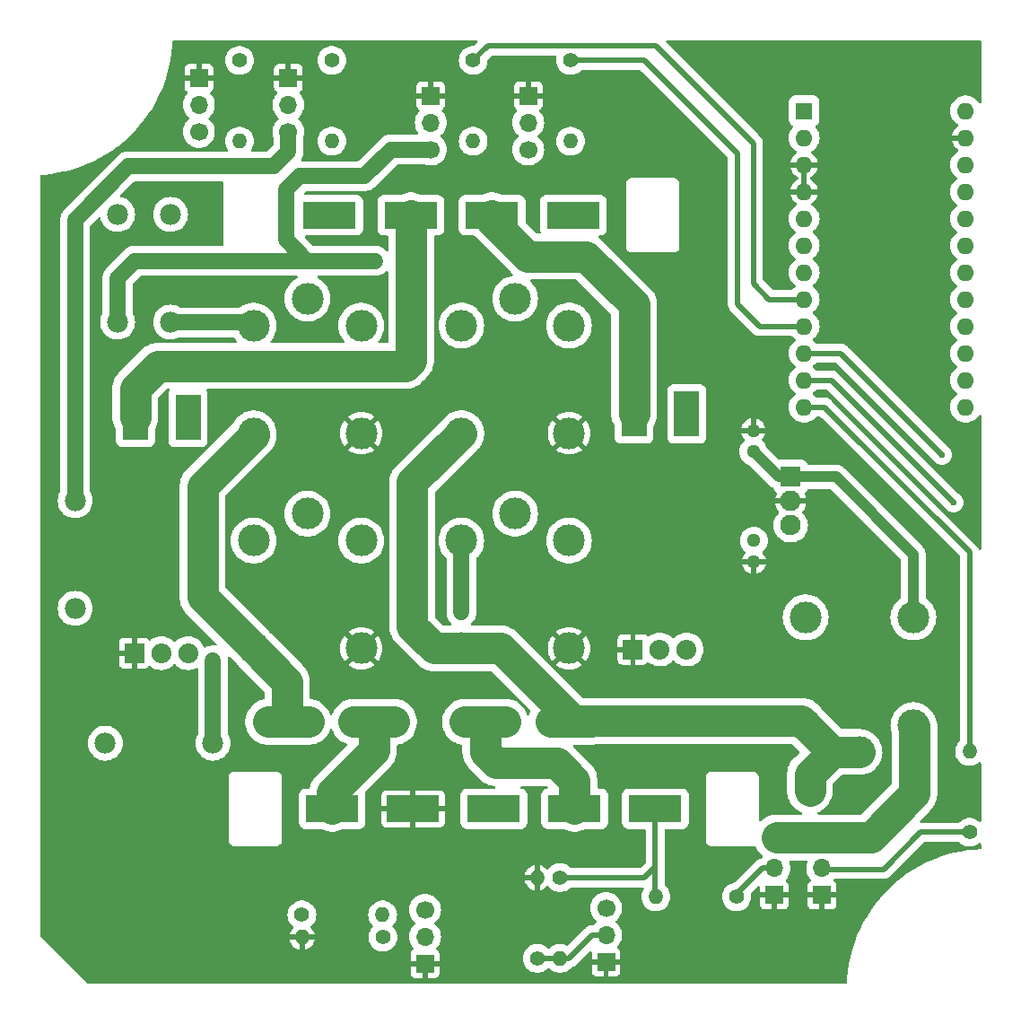
<source format=gbr>
%TF.GenerationSoftware,KiCad,Pcbnew,8.0.8*%
%TF.CreationDate,2025-04-12T15:43:34-04:00*%
%TF.ProjectId,Headlight Controller 1_2,48656164-6c69-4676-9874-20436f6e7472,1.2*%
%TF.SameCoordinates,Original*%
%TF.FileFunction,Copper,L2,Bot*%
%TF.FilePolarity,Positive*%
%FSLAX46Y46*%
G04 Gerber Fmt 4.6, Leading zero omitted, Abs format (unit mm)*
G04 Created by KiCad (PCBNEW 8.0.8) date 2025-04-12 15:43:34*
%MOMM*%
%LPD*%
G01*
G04 APERTURE LIST*
%TA.AperFunction,ComponentPad*%
%ADD10O,1.981200X1.981200*%
%TD*%
%TA.AperFunction,ComponentPad*%
%ADD11R,5.000000X2.500000*%
%TD*%
%TA.AperFunction,ComponentPad*%
%ADD12C,1.400000*%
%TD*%
%TA.AperFunction,ComponentPad*%
%ADD13O,1.400000X1.400000*%
%TD*%
%TA.AperFunction,ComponentPad*%
%ADD14R,1.700000X1.700000*%
%TD*%
%TA.AperFunction,ComponentPad*%
%ADD15O,1.700000X1.700000*%
%TD*%
%TA.AperFunction,ComponentPad*%
%ADD16C,1.700000*%
%TD*%
%TA.AperFunction,ComponentPad*%
%ADD17C,3.000000*%
%TD*%
%TA.AperFunction,ComponentPad*%
%ADD18R,1.930400X1.930400*%
%TD*%
%TA.AperFunction,ComponentPad*%
%ADD19O,1.930400X1.930400*%
%TD*%
%TA.AperFunction,ComponentPad*%
%ADD20C,1.930400*%
%TD*%
%TA.AperFunction,ComponentPad*%
%ADD21R,2.380000X4.285000*%
%TD*%
%TA.AperFunction,ComponentPad*%
%ADD22O,1.879600X1.879600*%
%TD*%
%TA.AperFunction,ComponentPad*%
%ADD23R,1.879600X1.879600*%
%TD*%
%TA.AperFunction,ComponentPad*%
%ADD24O,1.524000X2.800000*%
%TD*%
%TA.AperFunction,ComponentPad*%
%ADD25R,1.600000X1.600000*%
%TD*%
%TA.AperFunction,ComponentPad*%
%ADD26O,1.600000X1.600000*%
%TD*%
%TA.AperFunction,ComponentPad*%
%ADD27O,1.300000X1.300000*%
%TD*%
%TA.AperFunction,ViaPad*%
%ADD28C,0.600000*%
%TD*%
%TA.AperFunction,Conductor*%
%ADD29C,0.500000*%
%TD*%
%TA.AperFunction,Conductor*%
%ADD30C,1.000000*%
%TD*%
%TA.AperFunction,Conductor*%
%ADD31C,1.500000*%
%TD*%
%TA.AperFunction,Conductor*%
%ADD32C,3.000000*%
%TD*%
%TA.AperFunction,Conductor*%
%ADD33C,0.200000*%
%TD*%
G04 APERTURE END LIST*
D10*
%TO.P,CR1,A,A*%
%TO.N,Net-(Q3-C)*%
X53000000Y-79380000D03*
%TO.P,CR1,C,K*%
%TO.N,/+5V*%
X53000000Y-69220000D03*
%TD*%
D11*
%TO.P,J2,A,A*%
%TO.N,/C2-A*%
X68000000Y-69300000D03*
%TO.P,J2,B,B*%
%TO.N,/C2-B*%
X75666666Y-69300000D03*
%TO.P,J2,C,C*%
%TO.N,/C2-C*%
X83333332Y-69300000D03*
%TO.P,J2,D,D*%
%TO.N,/C2-D*%
X91000000Y-69300000D03*
%TD*%
D12*
%TO.P,R7,1*%
%TO.N,/DG5*%
X81554945Y-54690000D03*
D13*
%TO.P,R7,2*%
%TO.N,Net-(Q5-B)*%
X81554945Y-62310000D03*
%TD*%
D10*
%TO.P,CR3,A,A*%
%TO.N,Net-(Q5-C)*%
X48000000Y-79380000D03*
%TO.P,CR3,C,K*%
%TO.N,/+5V*%
X48000000Y-69220000D03*
%TD*%
D14*
%TO.P,Q1,1,E*%
%TO.N,GND*%
X94100000Y-139740000D03*
D15*
%TO.P,Q1,2,B*%
%TO.N,Net-(Q1-B)*%
X94100000Y-137200000D03*
D16*
%TO.P,Q1,3,C*%
%TO.N,/DG8*%
X94100000Y-134660000D03*
%TD*%
D17*
%TO.P,K2,1,1*%
%TO.N,/U2 IN+*%
X65920000Y-97465000D03*
%TO.P,K2,2,2*%
%TO.N,/+5V*%
X71000000Y-100005000D03*
%TO.P,K2,3,3*%
%TO.N,GND*%
X71000000Y-110165000D03*
%TO.P,K2,4,4*%
%TO.N,/12V-1 Fused*%
X60840000Y-110165000D03*
%TO.P,K2,5,5*%
%TO.N,Net-(Q4-C)*%
X60840000Y-100005000D03*
%TD*%
D12*
%TO.P,R4,1*%
%TO.N,Net-(Q2-B)*%
X73030000Y-137400000D03*
D13*
%TO.P,R4,2*%
%TO.N,GND*%
X65410000Y-137400000D03*
%TD*%
D12*
%TO.P,R5,1*%
%TO.N,/DG3*%
X59500000Y-54688809D03*
D13*
%TO.P,R5,2*%
%TO.N,Net-(Q3-B)*%
X59500000Y-62308809D03*
%TD*%
D18*
%TO.P,U1,1,IN*%
%TO.N,/VI*%
X111525900Y-93977500D03*
D19*
%TO.P,U1,2,GND*%
%TO.N,GND*%
X111525900Y-96263500D03*
D20*
%TO.P,U1,3,OUT*%
%TO.N,/+5V*%
X111525900Y-98549500D03*
%TD*%
D21*
%TO.P,U3,1,IN+*%
%TO.N,/U3 IN+*%
X101713000Y-88032000D03*
%TO.P,U3,2,IN-*%
%TO.N,/C2-C*%
X96734600Y-88032000D03*
D22*
%TO.P,U3,3,VCC*%
%TO.N,/+5V*%
X101713000Y-110257000D03*
%TO.P,U3,4,OUT*%
%TO.N,/A1*%
X99173000Y-110257000D03*
D23*
%TO.P,U3,5,GND*%
%TO.N,GND*%
X96633000Y-110257000D03*
%TD*%
D12*
%TO.P,R3,1*%
%TO.N,/Close Lamps*%
X65390000Y-135300000D03*
D13*
%TO.P,R3,2*%
%TO.N,Net-(Q2-B)*%
X73010000Y-135300000D03*
%TD*%
D11*
%TO.P,J1,A,Pin_A*%
%TO.N,/Open Lamps*%
X98750000Y-125300000D03*
%TO.P,J1,B,Pin_B*%
%TO.N,/12V-2*%
X91125000Y-125300000D03*
%TO.P,J1,C,Pin_C*%
%TO.N,/Close Lamps*%
X83500000Y-125300000D03*
%TO.P,J1,D,Pin_D*%
%TO.N,GND*%
X75875000Y-125300000D03*
%TO.P,J1,E,Pin_E*%
%TO.N,/12V-1*%
X68250000Y-125300000D03*
%TD*%
D24*
%TO.P,F2,1,1*%
%TO.N,/12V-2*%
X80800000Y-117100000D03*
%TO.P,F2,2,2*%
X84600000Y-117100000D03*
%TO.P,F2,3,3*%
%TO.N,/12V-2 Fused*%
X88900000Y-117100000D03*
%TO.P,F2,4,4*%
X92700000Y-117100000D03*
%TD*%
D12*
%TO.P,R9,1*%
%TO.N,Net-(Q7-B)*%
X128400000Y-127510000D03*
D13*
%TO.P,R9,2*%
%TO.N,/DG9*%
X128400000Y-119890000D03*
%TD*%
D25*
%TO.P,A1,1,D1/TX*%
%TO.N,unconnected-(A1-D1{slash}TX-Pad1)*%
X112790000Y-59460000D03*
D26*
%TO.P,A1,2,D0/RX*%
%TO.N,unconnected-(A1-D0{slash}RX-Pad2)*%
X112790000Y-62000000D03*
%TO.P,A1,3,GND*%
%TO.N,GND*%
X112790000Y-64540000D03*
%TO.P,A1,4,GND*%
X112790000Y-67080000D03*
%TO.P,A1,5,D2*%
%TO.N,unconnected-(A1-D2-Pad5)*%
X112790000Y-69620000D03*
%TO.P,A1,6,~D3*%
%TO.N,/DG3*%
X112790000Y-72160000D03*
%TO.P,A1,7,D4/A6*%
%TO.N,/DG4*%
X112790000Y-74700000D03*
%TO.P,A1,8,~D5*%
%TO.N,/DG5*%
X112790000Y-77240000D03*
%TO.P,A1,9,~D6/A7*%
%TO.N,/DG6*%
X112790000Y-79780000D03*
%TO.P,A1,10,D7*%
%TO.N,/DG7*%
X112790000Y-82320000D03*
%TO.P,A1,11,D8/A8*%
%TO.N,/DG8*%
X112790000Y-84860000D03*
%TO.P,A1,12,~D9/A9*%
%TO.N,/DG9*%
X112790000Y-87400000D03*
%TO.P,A1,13,~D10/A10*%
%TO.N,unconnected-(A1-~D10{slash}A10-Pad13)*%
X128030000Y-87400000D03*
%TO.P,A1,14,D16*%
%TO.N,unconnected-(A1-D16-Pad14)*%
X128030000Y-84860000D03*
%TO.P,A1,15,D14*%
%TO.N,unconnected-(A1-D14-Pad15)*%
X128030000Y-82320000D03*
%TO.P,A1,16,D15*%
%TO.N,unconnected-(A1-D15-Pad16)*%
X128030000Y-79780000D03*
%TO.P,A1,17,D18/A0*%
%TO.N,/A0*%
X128030000Y-77240000D03*
%TO.P,A1,18,D19/A1*%
%TO.N,/A1*%
X128030000Y-74700000D03*
%TO.P,A1,19,D20/A2*%
%TO.N,unconnected-(A1-D20{slash}A2-Pad19)*%
X128030000Y-72160000D03*
%TO.P,A1,20,D21/A3*%
%TO.N,unconnected-(A1-D21{slash}A3-Pad20)*%
X128030000Y-69620000D03*
%TO.P,A1,21,VCC*%
%TO.N,/+5V*%
X128030000Y-67080000D03*
%TO.P,A1,22,RST*%
%TO.N,unconnected-(A1-RST-Pad22)*%
X128030000Y-64540000D03*
%TO.P,A1,23,GND*%
%TO.N,GND*%
X128030000Y-62000000D03*
%TO.P,A1,24,RAW*%
%TO.N,unconnected-(A1-RAW-Pad24)*%
X128030000Y-59460000D03*
%TD*%
D27*
%TO.P,C1,1*%
%TO.N,/VI*%
X108000000Y-91600000D03*
%TO.P,C1,2*%
%TO.N,GND*%
X108000000Y-89600000D03*
%TD*%
D14*
%TO.P,Q3,1,E*%
%TO.N,GND*%
X55670000Y-56360000D03*
D15*
%TO.P,Q3,2,B*%
%TO.N,Net-(Q3-B)*%
X55670000Y-58900000D03*
D16*
%TO.P,Q3,3,C*%
%TO.N,Net-(Q3-C)*%
X55670000Y-61440000D03*
%TD*%
D27*
%TO.P,C2,1*%
%TO.N,/+5V*%
X108048133Y-100000000D03*
%TO.P,C2,2*%
%TO.N,GND*%
X108048133Y-102000000D03*
%TD*%
D24*
%TO.P,F1,1,1*%
%TO.N,/12V-1*%
X74100000Y-117100000D03*
%TO.P,F1,2,2*%
X70300000Y-117100000D03*
%TO.P,F1,3,3*%
%TO.N,/12V-1 Fused*%
X66000000Y-117100000D03*
%TO.P,F1,4,4*%
X62200000Y-117100000D03*
%TD*%
D14*
%TO.P,Q4,1,E*%
%TO.N,GND*%
X64119890Y-56360000D03*
D15*
%TO.P,Q4,2,B*%
%TO.N,Net-(Q4-B)*%
X64119890Y-58900000D03*
D16*
%TO.P,Q4,3,C*%
%TO.N,Net-(Q4-C)*%
X64119890Y-61440000D03*
%TD*%
D12*
%TO.P,R8,1*%
%TO.N,/DG6*%
X90745055Y-54690000D03*
D13*
%TO.P,R8,2*%
%TO.N,Net-(Q6-B)*%
X90745055Y-62310000D03*
%TD*%
D17*
%TO.P,K1,1,1*%
%TO.N,/C2-A*%
X65920000Y-77170000D03*
%TO.P,K1,2,2*%
%TO.N,/+5V*%
X71000000Y-79710000D03*
%TO.P,K1,3,3*%
%TO.N,GND*%
X71000000Y-89870000D03*
%TO.P,K1,4,4*%
%TO.N,/12V-1 Fused*%
X60840000Y-89870000D03*
%TO.P,K1,5,5*%
%TO.N,Net-(Q3-C)*%
X60840000Y-79710000D03*
%TD*%
D14*
%TO.P,Q7,1,E*%
%TO.N,GND*%
X114490110Y-133440000D03*
D15*
%TO.P,Q7,2,B*%
%TO.N,Net-(Q7-B)*%
X114490110Y-130900000D03*
D16*
%TO.P,Q7,3,C*%
%TO.N,Net-(Q7-C)*%
X114490110Y-128360000D03*
%TD*%
D17*
%TO.P,K3,1,1*%
%TO.N,/C2-D*%
X85520000Y-77165000D03*
%TO.P,K3,2,2*%
%TO.N,/+5V*%
X90600000Y-79705000D03*
%TO.P,K3,3,3*%
%TO.N,GND*%
X90600000Y-89865000D03*
%TO.P,K3,4,4*%
%TO.N,/12V-2 Fused*%
X80440000Y-89865000D03*
%TO.P,K3,5,5*%
%TO.N,Net-(Q5-C)*%
X80440000Y-79705000D03*
%TD*%
D14*
%TO.P,Q6,1,E*%
%TO.N,GND*%
X86754945Y-58020000D03*
D15*
%TO.P,Q6,2,B*%
%TO.N,Net-(Q6-B)*%
X86754945Y-60560000D03*
D16*
%TO.P,Q6,3,C*%
%TO.N,Net-(Q6-C)*%
X86754945Y-63100000D03*
%TD*%
D14*
%TO.P,Q2,1,E*%
%TO.N,GND*%
X77010000Y-139900000D03*
D15*
%TO.P,Q2,2,B*%
%TO.N,Net-(Q2-B)*%
X77010000Y-137360000D03*
D16*
%TO.P,Q2,3,C*%
%TO.N,/DG7*%
X77010000Y-134820000D03*
%TD*%
D21*
%TO.P,U2,1,IN+*%
%TO.N,/U2 IN+*%
X54650000Y-88383000D03*
%TO.P,U2,2,IN-*%
%TO.N,/C2-B*%
X49671600Y-88383000D03*
D22*
%TO.P,U2,3,VCC*%
%TO.N,/+5V*%
X54650000Y-110608000D03*
%TO.P,U2,4,OUT*%
%TO.N,/A0*%
X52110000Y-110608000D03*
D23*
%TO.P,U2,5,GND*%
%TO.N,GND*%
X49570000Y-110608000D03*
%TD*%
D12*
%TO.P,R6,1*%
%TO.N,/DG4*%
X68210000Y-54688809D03*
D13*
%TO.P,R6,2*%
%TO.N,Net-(Q4-B)*%
X68210000Y-62308809D03*
%TD*%
D10*
%TO.P,CR4,A,A*%
%TO.N,Net-(Q6-C)*%
X57000000Y-119100000D03*
%TO.P,CR4,C,K*%
%TO.N,/+5V*%
X46840000Y-119100000D03*
%TD*%
D14*
%TO.P,Q8,1,E*%
%TO.N,GND*%
X109990110Y-133440000D03*
D15*
%TO.P,Q8,2,B*%
%TO.N,Net-(Q8-B)*%
X109990110Y-130900000D03*
D16*
%TO.P,Q8,3,C*%
%TO.N,Net-(Q7-C)*%
X109990110Y-128360000D03*
%TD*%
D17*
%TO.P,K5,1,1*%
%TO.N,/12V-2 Fused*%
X118015000Y-119935000D03*
%TO.P,K5,2,2*%
X112935000Y-117395000D03*
%TO.P,K5,3,3*%
%TO.N,unconnected-(K5-Pad3)*%
X112935000Y-107235000D03*
%TO.P,K5,4,4*%
%TO.N,/VI*%
X123095000Y-107235000D03*
%TO.P,K5,5,5*%
%TO.N,Net-(Q7-C)*%
X123095000Y-117395000D03*
%TD*%
D12*
%TO.P,R1,1*%
%TO.N,/Open Lamps*%
X89750000Y-131790000D03*
D13*
%TO.P,R1,2*%
%TO.N,Net-(Q1-B)*%
X89750000Y-139410000D03*
%TD*%
D14*
%TO.P,Q5,1,E*%
%TO.N,GND*%
X77554945Y-58020000D03*
D15*
%TO.P,Q5,2,B*%
%TO.N,Net-(Q5-B)*%
X77554945Y-60560000D03*
D16*
%TO.P,Q5,3,C*%
%TO.N,Net-(Q5-C)*%
X77554945Y-63100000D03*
%TD*%
D10*
%TO.P,CR5,A,A*%
%TO.N,Net-(Q7-C)*%
X123480000Y-123600000D03*
%TO.P,CR5,C,K*%
%TO.N,/12V-2 Fused*%
X113320000Y-123600000D03*
%TD*%
D12*
%TO.P,R2,1*%
%TO.N,Net-(Q1-B)*%
X87600000Y-139410000D03*
D13*
%TO.P,R2,2*%
%TO.N,GND*%
X87600000Y-131790000D03*
%TD*%
D17*
%TO.P,K4,1,1*%
%TO.N,/U3 IN+*%
X85520000Y-97460000D03*
%TO.P,K4,2,2*%
%TO.N,/+5V*%
X90600000Y-100000000D03*
%TO.P,K4,3,3*%
%TO.N,GND*%
X90600000Y-110160000D03*
%TO.P,K4,4,4*%
%TO.N,/12V-2 Fused*%
X80440000Y-110160000D03*
%TO.P,K4,5,5*%
%TO.N,Net-(Q6-C)*%
X80440000Y-100000000D03*
%TD*%
D12*
%TO.P,R10,1*%
%TO.N,Net-(Q8-B)*%
X106410000Y-133600000D03*
D13*
%TO.P,R10,2*%
%TO.N,/Open Lamps*%
X98790000Y-133600000D03*
%TD*%
D10*
%TO.P,CR2,A,A*%
%TO.N,Net-(Q4-C)*%
X44000000Y-96220000D03*
%TO.P,CR2,C,K*%
%TO.N,/+5V*%
X44000000Y-106380000D03*
%TD*%
D28*
%TO.N,/DG7*%
X125800000Y-91900000D03*
%TO.N,/DG8*%
X126900000Y-96400000D03*
%TO.N,GND*%
X105500000Y-103800000D03*
%TO.N,Net-(Q5-C)*%
X72325000Y-73600000D03*
%TO.N,Net-(Q6-C)*%
X80500000Y-106800000D03*
X57000000Y-111325000D03*
%TD*%
D29*
%TO.N,/DG9*%
X128400000Y-119890000D02*
X128400000Y-101100000D01*
X128400000Y-101100000D02*
X114700000Y-87400000D01*
X114700000Y-87400000D02*
X112790000Y-87400000D01*
%TO.N,/DG7*%
X116220000Y-82320000D02*
X112790000Y-82320000D01*
X125800000Y-91900000D02*
X116220000Y-82320000D01*
%TO.N,/DG8*%
X115360000Y-84860000D02*
X112790000Y-84860000D01*
X126900000Y-96400000D02*
X115360000Y-84860000D01*
%TO.N,/DG5*%
X108000000Y-75750000D02*
X109490000Y-77240000D01*
X81554945Y-54690000D02*
X82944945Y-53300000D01*
X109490000Y-77240000D02*
X112790000Y-77240000D01*
X108000000Y-62500000D02*
X108000000Y-75750000D01*
X82944945Y-53300000D02*
X98800000Y-53300000D01*
X98800000Y-53300000D02*
X108000000Y-62500000D01*
%TO.N,/DG6*%
X106500000Y-77700000D02*
X108580000Y-79780000D01*
X108580000Y-79780000D02*
X112790000Y-79780000D01*
X97700000Y-54700000D02*
X106500000Y-63500000D01*
X90755055Y-54700000D02*
X97700000Y-54700000D01*
X106500000Y-63500000D02*
X106500000Y-77700000D01*
X90745055Y-54690000D02*
X90755055Y-54700000D01*
D30*
%TO.N,/VI*%
X110377500Y-93977500D02*
X108000000Y-91600000D01*
X123095000Y-107235000D02*
X123095000Y-101295000D01*
X115777500Y-93977500D02*
X111525900Y-93977500D01*
X111525900Y-93977500D02*
X110377500Y-93977500D01*
X123095000Y-101295000D02*
X115777500Y-93977500D01*
D31*
%TO.N,Net-(Q3-C)*%
X60840000Y-79710000D02*
X60530000Y-79400000D01*
X53020000Y-79400000D02*
X53000000Y-79380000D01*
X60530000Y-79400000D02*
X53020000Y-79400000D01*
%TO.N,Net-(Q4-C)*%
X64119890Y-63290110D02*
X62710000Y-64700000D01*
X44000000Y-69700000D02*
X44000000Y-96220000D01*
X49000000Y-64700000D02*
X44000000Y-69700000D01*
X62710000Y-64700000D02*
X49000000Y-64700000D01*
X64119890Y-61440000D02*
X64119890Y-63290110D01*
%TO.N,Net-(Q5-C)*%
X63900000Y-66900000D02*
X63900000Y-71600000D01*
X65100000Y-73600000D02*
X49600000Y-73600000D01*
X48000000Y-75200000D02*
X48000000Y-79380000D01*
X65200000Y-65600000D02*
X63900000Y-66900000D01*
X72300000Y-73600000D02*
X65100000Y-73600000D01*
X49600000Y-73600000D02*
X48000000Y-75200000D01*
X71300000Y-65600000D02*
X65200000Y-65600000D01*
X73800000Y-63100000D02*
X71300000Y-65600000D01*
X63900000Y-71600000D02*
X65900000Y-73600000D01*
X77554945Y-63100000D02*
X73800000Y-63100000D01*
%TO.N,Net-(Q6-C)*%
X80440000Y-106750000D02*
X80440000Y-100000000D01*
X57000000Y-111325000D02*
X57000000Y-119100000D01*
X57000000Y-111300000D02*
X57000000Y-111325000D01*
D32*
%TO.N,/12V-1*%
X70300000Y-117100000D02*
X74100000Y-117100000D01*
X68250000Y-125300000D02*
X68250000Y-123750000D01*
X72200000Y-119800000D02*
X72200000Y-117100000D01*
X68250000Y-123750000D02*
X72200000Y-119800000D01*
%TO.N,Net-(Q7-C)*%
X123200000Y-117500000D02*
X123095000Y-117395000D01*
X123200000Y-123320000D02*
X123200000Y-123880000D01*
X123200000Y-123880000D02*
X119080000Y-128000000D01*
X123200000Y-123320000D02*
X123200000Y-117500000D01*
X119080000Y-128000000D02*
X110200000Y-128000000D01*
D29*
%TO.N,/Open Lamps*%
X98750000Y-133560000D02*
X98790000Y-133600000D01*
X97710000Y-131790000D02*
X89750000Y-131790000D01*
X98750000Y-130750000D02*
X97710000Y-131790000D01*
X98750000Y-125300000D02*
X98750000Y-130750000D01*
X98750000Y-125300000D02*
X98750000Y-133560000D01*
D32*
%TO.N,/12V-2*%
X82700000Y-117100000D02*
X82700000Y-119950000D01*
X89500000Y-121000000D02*
X91125000Y-122625000D01*
X80800000Y-117100000D02*
X84600000Y-117100000D01*
X82700000Y-119950000D02*
X83750000Y-121000000D01*
X83750000Y-121000000D02*
X89500000Y-121000000D01*
X91125000Y-122625000D02*
X91125000Y-125300000D01*
D29*
%TO.N,Net-(Q1-B)*%
X89750000Y-139410000D02*
X90590000Y-139410000D01*
X87600000Y-139410000D02*
X89750000Y-139410000D01*
X92800000Y-137200000D02*
X94100000Y-137200000D01*
X90590000Y-139410000D02*
X92800000Y-137200000D01*
D32*
%TO.N,/12V-2 Fused*%
X77860000Y-110160000D02*
X75800000Y-108100000D01*
X80440000Y-110160000D02*
X77860000Y-110160000D01*
X112935000Y-117395000D02*
X115475000Y-119935000D01*
X92700000Y-117100000D02*
X88900000Y-117100000D01*
X75800000Y-108100000D02*
X75800000Y-94500000D01*
X91000000Y-117000000D02*
X84160000Y-110160000D01*
X112540000Y-117000000D02*
X91000000Y-117000000D01*
X80435000Y-89865000D02*
X80440000Y-89865000D01*
D33*
X112740000Y-117200000D02*
X112935000Y-117395000D01*
D32*
X75800000Y-94500000D02*
X80435000Y-89865000D01*
X113320000Y-122090000D02*
X113320000Y-123600000D01*
X112740000Y-117200000D02*
X112540000Y-117000000D01*
X115475000Y-119935000D02*
X113320000Y-122090000D01*
X84160000Y-110160000D02*
X80440000Y-110160000D01*
X115475000Y-119935000D02*
X118015000Y-119935000D01*
D29*
%TO.N,Net-(Q7-B)*%
X120300000Y-131000000D02*
X123790000Y-127510000D01*
X123790000Y-127510000D02*
X128400000Y-127510000D01*
X114590110Y-131000000D02*
X120300000Y-131000000D01*
X114490110Y-130900000D02*
X114590110Y-131000000D01*
%TO.N,Net-(Q8-B)*%
X108850000Y-130900000D02*
X106410000Y-133340000D01*
X109990110Y-130900000D02*
X108850000Y-130900000D01*
X106410000Y-133340000D02*
X106410000Y-133600000D01*
D32*
%TO.N,/12V-1 Fused*%
X60840000Y-89870000D02*
X60840000Y-90060000D01*
X56000000Y-105325000D02*
X60840000Y-110165000D01*
X64000000Y-113325000D02*
X64000000Y-117000000D01*
X56000000Y-94900000D02*
X56000000Y-105325000D01*
X60840000Y-110165000D02*
X64000000Y-113325000D01*
X62200000Y-117100000D02*
X66000000Y-117100000D01*
X60840000Y-90060000D02*
X56000000Y-94900000D01*
%TO.N,/C2-C*%
X96734600Y-88032000D02*
X96734600Y-77734600D01*
X83333332Y-69816666D02*
X83333332Y-69300000D01*
X92200000Y-73200000D02*
X86716666Y-73200000D01*
X96734600Y-77734600D02*
X92200000Y-73200000D01*
X86716666Y-73200000D02*
X83333332Y-69816666D01*
%TO.N,/C2-B*%
X49671600Y-85628400D02*
X51800000Y-83500000D01*
X75700000Y-69333334D02*
X75666666Y-69300000D01*
X75200000Y-83500000D02*
X75700000Y-83000000D01*
X75700000Y-83000000D02*
X75700000Y-69333334D01*
X51800000Y-83500000D02*
X75200000Y-83500000D01*
X49671600Y-88383000D02*
X49671600Y-85628400D01*
%TD*%
%TA.AperFunction,Conductor*%
%TO.N,GND*%
G36*
X81931128Y-52820185D02*
G01*
X81976883Y-52872989D01*
X81986827Y-52942147D01*
X81957802Y-53005703D01*
X81951770Y-53012181D01*
X81666070Y-53297881D01*
X81604747Y-53331366D01*
X81578389Y-53334200D01*
X81442600Y-53334200D01*
X81220972Y-53371182D01*
X81008467Y-53444136D01*
X81008453Y-53444142D01*
X80810856Y-53551075D01*
X80810847Y-53551081D01*
X80633545Y-53689081D01*
X80633541Y-53689084D01*
X80481358Y-53854398D01*
X80358467Y-54042499D01*
X80268211Y-54248263D01*
X80213052Y-54466081D01*
X80194498Y-54689994D01*
X80194498Y-54690005D01*
X80213052Y-54913918D01*
X80268211Y-55131736D01*
X80358467Y-55337500D01*
X80481358Y-55525601D01*
X80481361Y-55525604D01*
X80632444Y-55689724D01*
X80633541Y-55690915D01*
X80633545Y-55690918D01*
X80809317Y-55827727D01*
X80810851Y-55828921D01*
X80810853Y-55828922D01*
X80810856Y-55828924D01*
X80905017Y-55879881D01*
X81008460Y-55935861D01*
X81220975Y-56008818D01*
X81442600Y-56045800D01*
X81667290Y-56045800D01*
X81888915Y-56008818D01*
X82101430Y-55935861D01*
X82299039Y-55828921D01*
X82476351Y-55690913D01*
X82628529Y-55525604D01*
X82751422Y-55337501D01*
X82841679Y-55131736D01*
X82896837Y-54913922D01*
X82905083Y-54814401D01*
X82915392Y-54690005D01*
X82915392Y-54690001D01*
X82915392Y-54690000D01*
X82914058Y-54673907D01*
X82928137Y-54605473D01*
X82949947Y-54575991D01*
X83283822Y-54242116D01*
X83345143Y-54208634D01*
X83371501Y-54205800D01*
X89309759Y-54205800D01*
X89376798Y-54225485D01*
X89422553Y-54278289D01*
X89432497Y-54347447D01*
X89429965Y-54360240D01*
X89403162Y-54466081D01*
X89384608Y-54689994D01*
X89384608Y-54690005D01*
X89403162Y-54913918D01*
X89458321Y-55131736D01*
X89548577Y-55337500D01*
X89671468Y-55525601D01*
X89671471Y-55525604D01*
X89822554Y-55689724D01*
X89823651Y-55690915D01*
X89823655Y-55690918D01*
X89999427Y-55827727D01*
X90000961Y-55828921D01*
X90000963Y-55828922D01*
X90000966Y-55828924D01*
X90095127Y-55879881D01*
X90198570Y-55935861D01*
X90411085Y-56008818D01*
X90632710Y-56045800D01*
X90857400Y-56045800D01*
X91079025Y-56008818D01*
X91291540Y-55935861D01*
X91489149Y-55828921D01*
X91666461Y-55690913D01*
X91707975Y-55645815D01*
X91767861Y-55609827D01*
X91799204Y-55605800D01*
X97273444Y-55605800D01*
X97340483Y-55625485D01*
X97361125Y-55642119D01*
X105557881Y-63838875D01*
X105591366Y-63900198D01*
X105594200Y-63926556D01*
X105594200Y-77789218D01*
X105629007Y-77964205D01*
X105629009Y-77964213D01*
X105697289Y-78129056D01*
X105728414Y-78175638D01*
X105796417Y-78277412D01*
X105796418Y-78277413D01*
X105796419Y-78277414D01*
X105922586Y-78403581D01*
X105922587Y-78403581D01*
X105929654Y-78410648D01*
X105929653Y-78410648D01*
X105929657Y-78410651D01*
X108002582Y-80483578D01*
X108002586Y-80483581D01*
X108150943Y-80582711D01*
X108233364Y-80616850D01*
X108315787Y-80650991D01*
X108490781Y-80685799D01*
X108490785Y-80685800D01*
X108490786Y-80685800D01*
X111590726Y-80685800D01*
X111657765Y-80705485D01*
X111681953Y-80725814D01*
X111800635Y-80854737D01*
X111890721Y-80924855D01*
X111925786Y-80952147D01*
X111966599Y-81008858D01*
X111970272Y-81078631D01*
X111935641Y-81139314D01*
X111925786Y-81147853D01*
X111800636Y-81245261D01*
X111800631Y-81245266D01*
X111637238Y-81422756D01*
X111637230Y-81422767D01*
X111505274Y-81624739D01*
X111408361Y-81845683D01*
X111349134Y-82079561D01*
X111349132Y-82079569D01*
X111329211Y-82319994D01*
X111329211Y-82320005D01*
X111349132Y-82560430D01*
X111349134Y-82560438D01*
X111408361Y-82794316D01*
X111505274Y-83015260D01*
X111637230Y-83217232D01*
X111637238Y-83217243D01*
X111800631Y-83394733D01*
X111800636Y-83394738D01*
X111925786Y-83492147D01*
X111966599Y-83548858D01*
X111970272Y-83618631D01*
X111935641Y-83679314D01*
X111925786Y-83687853D01*
X111800636Y-83785261D01*
X111800631Y-83785266D01*
X111637238Y-83962756D01*
X111637230Y-83962767D01*
X111505274Y-84164739D01*
X111408361Y-84385683D01*
X111349134Y-84619561D01*
X111349132Y-84619569D01*
X111329211Y-84859994D01*
X111329211Y-84860005D01*
X111349132Y-85100430D01*
X111349134Y-85100438D01*
X111408361Y-85334317D01*
X111422784Y-85367198D01*
X111505274Y-85555260D01*
X111637230Y-85757232D01*
X111637238Y-85757243D01*
X111800631Y-85934733D01*
X111800636Y-85934738D01*
X111925786Y-86032147D01*
X111966599Y-86088858D01*
X111970272Y-86158631D01*
X111935641Y-86219314D01*
X111925786Y-86227853D01*
X111800636Y-86325261D01*
X111800631Y-86325266D01*
X111637238Y-86502756D01*
X111637230Y-86502767D01*
X111505274Y-86704739D01*
X111408361Y-86925683D01*
X111349134Y-87159561D01*
X111349132Y-87159569D01*
X111329211Y-87399994D01*
X111329211Y-87400005D01*
X111349132Y-87640430D01*
X111349134Y-87640438D01*
X111408361Y-87874317D01*
X111437879Y-87941612D01*
X111505274Y-88095260D01*
X111637230Y-88297232D01*
X111637238Y-88297243D01*
X111796347Y-88470079D01*
X111800635Y-88474737D01*
X111991024Y-88622924D01*
X111991026Y-88622925D01*
X111991029Y-88622927D01*
X112077503Y-88669724D01*
X112203208Y-88737752D01*
X112431398Y-88816089D01*
X112669369Y-88855800D01*
X112669370Y-88855800D01*
X112910630Y-88855800D01*
X112910631Y-88855800D01*
X113148602Y-88816089D01*
X113376792Y-88737752D01*
X113588976Y-88622924D01*
X113779365Y-88474737D01*
X113898045Y-88345816D01*
X113957931Y-88309826D01*
X113989274Y-88305800D01*
X114273444Y-88305800D01*
X114340483Y-88325485D01*
X114361125Y-88342119D01*
X127457881Y-101438875D01*
X127491366Y-101500198D01*
X127494200Y-101526556D01*
X127494200Y-118823749D01*
X127474515Y-118890788D01*
X127461430Y-118907732D01*
X127326413Y-119054398D01*
X127203522Y-119242499D01*
X127113266Y-119448263D01*
X127058107Y-119666081D01*
X127039553Y-119889994D01*
X127039553Y-119890005D01*
X127058107Y-120113918D01*
X127113266Y-120331736D01*
X127203522Y-120537500D01*
X127326413Y-120725601D01*
X127478596Y-120890915D01*
X127478600Y-120890918D01*
X127626383Y-121005942D01*
X127655906Y-121028921D01*
X127655908Y-121028922D01*
X127655911Y-121028924D01*
X127770787Y-121091091D01*
X127853515Y-121135861D01*
X128066030Y-121208818D01*
X128287655Y-121245800D01*
X128512345Y-121245800D01*
X128733970Y-121208818D01*
X128946485Y-121135861D01*
X129144094Y-121028921D01*
X129299339Y-120908087D01*
X129364331Y-120882446D01*
X129432871Y-120896012D01*
X129483196Y-120944480D01*
X129499500Y-121005942D01*
X129499500Y-126394057D01*
X129479815Y-126461096D01*
X129427011Y-126506851D01*
X129357853Y-126516795D01*
X129299338Y-126491910D01*
X129218630Y-126429093D01*
X129144094Y-126371079D01*
X129144091Y-126371077D01*
X129144088Y-126371075D01*
X128946491Y-126264142D01*
X128946488Y-126264141D01*
X128946485Y-126264139D01*
X128946479Y-126264137D01*
X128946477Y-126264136D01*
X128733972Y-126191182D01*
X128512345Y-126154200D01*
X128287655Y-126154200D01*
X128066027Y-126191182D01*
X127853522Y-126264136D01*
X127853508Y-126264142D01*
X127655911Y-126371075D01*
X127655902Y-126371081D01*
X127478600Y-126509081D01*
X127478596Y-126509084D01*
X127471498Y-126516795D01*
X127427873Y-126564183D01*
X127367987Y-126600174D01*
X127336645Y-126604200D01*
X123823922Y-126604200D01*
X123756883Y-126584515D01*
X123711128Y-126531711D01*
X123701184Y-126462553D01*
X123730209Y-126398997D01*
X123736241Y-126392519D01*
X124174532Y-125954228D01*
X124619086Y-125509673D01*
X124619104Y-125509658D01*
X124824289Y-125304473D01*
X124824294Y-125304468D01*
X124996329Y-125080268D01*
X125137627Y-124835532D01*
X125245772Y-124574446D01*
X125294069Y-124394200D01*
X125318914Y-124301479D01*
X125355800Y-124021298D01*
X125355800Y-123738702D01*
X125355800Y-123178701D01*
X125355800Y-117358701D01*
X125351440Y-117325586D01*
X125325107Y-117125561D01*
X125321843Y-117100771D01*
X125318914Y-117078521D01*
X125245772Y-116805554D01*
X125137627Y-116544468D01*
X125105970Y-116489637D01*
X124996329Y-116299732D01*
X124824295Y-116075533D01*
X124824290Y-116075527D01*
X124646906Y-115898144D01*
X124643964Y-115895101D01*
X124643951Y-115895087D01*
X124569886Y-115815783D01*
X124569877Y-115815776D01*
X124546163Y-115796483D01*
X124536734Y-115787973D01*
X124519465Y-115770704D01*
X124433092Y-115704428D01*
X124430323Y-115702240D01*
X124412962Y-115688116D01*
X124341112Y-115629661D01*
X124320545Y-115617154D01*
X124309490Y-115609584D01*
X124295271Y-115598673D01*
X124195349Y-115540983D01*
X124192922Y-115539544D01*
X124089126Y-115476425D01*
X124073007Y-115469423D01*
X124060425Y-115463084D01*
X124050532Y-115457373D01*
X124050529Y-115457371D01*
X124050526Y-115457370D01*
X124050522Y-115457368D01*
X123937905Y-115410721D01*
X123935991Y-115409909D01*
X123910756Y-115398947D01*
X123818623Y-115358928D01*
X123807963Y-115355941D01*
X123793993Y-115351110D01*
X123789465Y-115349235D01*
X123789454Y-115349231D01*
X123789446Y-115349228D01*
X123789435Y-115349225D01*
X123789432Y-115349224D01*
X123665422Y-115315994D01*
X123664064Y-115315622D01*
X123534630Y-115279357D01*
X123530129Y-115278739D01*
X123520483Y-115276792D01*
X123520466Y-115276879D01*
X123516481Y-115276086D01*
X123382772Y-115258483D01*
X123382073Y-115258389D01*
X123242462Y-115239200D01*
X123242461Y-115239200D01*
X122947539Y-115239200D01*
X122947537Y-115239200D01*
X122807925Y-115258389D01*
X122807226Y-115258483D01*
X122673522Y-115276085D01*
X122669547Y-115276876D01*
X122669529Y-115276790D01*
X122659871Y-115278739D01*
X122655369Y-115279358D01*
X122525958Y-115315616D01*
X122524600Y-115315988D01*
X122400553Y-115349228D01*
X122400550Y-115349229D01*
X122395998Y-115351114D01*
X122382036Y-115355941D01*
X122371383Y-115358926D01*
X122371375Y-115358929D01*
X122253990Y-115409915D01*
X122252044Y-115410740D01*
X122139472Y-115457370D01*
X122139467Y-115457373D01*
X122129574Y-115463084D01*
X122116994Y-115469422D01*
X122100867Y-115476428D01*
X122100864Y-115476430D01*
X121997076Y-115539544D01*
X121994650Y-115540982D01*
X121894737Y-115598668D01*
X121894728Y-115598674D01*
X121880509Y-115609584D01*
X121869458Y-115617151D01*
X121848894Y-115629656D01*
X121759669Y-115702245D01*
X121756902Y-115704431D01*
X121670541Y-115770698D01*
X121670537Y-115770702D01*
X121653258Y-115787980D01*
X121643839Y-115796480D01*
X121620117Y-115815779D01*
X121620112Y-115815784D01*
X121546047Y-115895087D01*
X121543107Y-115898129D01*
X121470712Y-115970525D01*
X121470703Y-115970535D01*
X121451873Y-115995074D01*
X121444127Y-116004217D01*
X121418820Y-116031315D01*
X121418808Y-116031330D01*
X121359969Y-116114684D01*
X121357042Y-116118660D01*
X121298673Y-116194728D01*
X121298672Y-116194730D01*
X121279955Y-116227148D01*
X121273877Y-116236649D01*
X121248735Y-116272269D01*
X121204790Y-116357080D01*
X121202081Y-116362030D01*
X121157374Y-116439465D01*
X121157372Y-116439469D01*
X121140563Y-116480049D01*
X121136103Y-116489637D01*
X121113055Y-116534120D01*
X121083234Y-116618027D01*
X121080956Y-116623950D01*
X121049231Y-116700543D01*
X121049226Y-116700559D01*
X121036173Y-116749270D01*
X121033241Y-116758695D01*
X121016589Y-116805554D01*
X121014294Y-116812011D01*
X121014293Y-116812014D01*
X120997495Y-116892842D01*
X120995864Y-116899702D01*
X120976087Y-116973513D01*
X120976087Y-116973514D01*
X120968654Y-117029966D01*
X120967122Y-117039003D01*
X120954289Y-117100764D01*
X120954288Y-117100771D01*
X120949096Y-117176668D01*
X120948324Y-117184387D01*
X120939200Y-117253699D01*
X120939200Y-117317124D01*
X120938911Y-117325586D01*
X120934163Y-117394999D01*
X120938911Y-117464412D01*
X120939200Y-117472874D01*
X120939200Y-117536300D01*
X120948324Y-117605613D01*
X120949096Y-117613332D01*
X120954288Y-117689231D01*
X120967122Y-117750994D01*
X120968654Y-117760033D01*
X120976085Y-117816477D01*
X120976087Y-117816483D01*
X120995865Y-117890301D01*
X120997496Y-117897161D01*
X121014292Y-117977983D01*
X121014294Y-117977991D01*
X121033242Y-118031305D01*
X121036175Y-118040733D01*
X121039974Y-118054910D01*
X121044200Y-118087006D01*
X121044200Y-122935677D01*
X121024515Y-123002716D01*
X121007881Y-123023358D01*
X118223358Y-125807881D01*
X118162035Y-125841366D01*
X118135677Y-125844200D01*
X114158790Y-125844200D01*
X114091751Y-125824515D01*
X114045996Y-125771711D01*
X114036052Y-125702553D01*
X114065077Y-125638997D01*
X114111337Y-125605639D01*
X114164597Y-125583577D01*
X114275532Y-125537627D01*
X114520268Y-125396329D01*
X114744468Y-125224294D01*
X114944294Y-125024468D01*
X115116329Y-124800268D01*
X115257627Y-124555532D01*
X115365772Y-124294446D01*
X115438914Y-124021478D01*
X115475800Y-123741299D01*
X115475800Y-123034323D01*
X115495485Y-122967284D01*
X115512119Y-122946642D01*
X116331642Y-122127119D01*
X116392965Y-122093634D01*
X116419323Y-122090800D01*
X118162462Y-122090800D01*
X118179556Y-122088450D01*
X118302335Y-122071573D01*
X118302494Y-122071552D01*
X118400883Y-122058599D01*
X118436472Y-122053915D01*
X118436475Y-122053914D01*
X118436478Y-122053914D01*
X118436480Y-122053913D01*
X118440459Y-122053122D01*
X118440476Y-122053211D01*
X118450158Y-122051255D01*
X118454635Y-122050641D01*
X118584148Y-122014352D01*
X118585398Y-122014009D01*
X118709446Y-121980772D01*
X118713969Y-121978898D01*
X118727977Y-121974054D01*
X118738609Y-121971075D01*
X118738608Y-121971075D01*
X118738620Y-121971072D01*
X118856149Y-121920021D01*
X118857779Y-121919329D01*
X118970532Y-121872627D01*
X118980410Y-121866923D01*
X118993007Y-121860575D01*
X119009126Y-121853575D01*
X119098048Y-121799500D01*
X119112918Y-121790457D01*
X119115299Y-121789044D01*
X119215268Y-121731329D01*
X119229490Y-121720414D01*
X119240549Y-121712843D01*
X119261105Y-121700343D01*
X119261112Y-121700339D01*
X119350342Y-121627742D01*
X119353030Y-121625618D01*
X119439468Y-121559294D01*
X119456756Y-121542004D01*
X119466152Y-121533525D01*
X119489886Y-121514217D01*
X119563964Y-121434896D01*
X119566879Y-121431882D01*
X119574030Y-121424731D01*
X119639294Y-121359468D01*
X119658129Y-121334920D01*
X119665867Y-121325786D01*
X119691186Y-121298678D01*
X119750033Y-121215309D01*
X119752935Y-121211369D01*
X119799819Y-121150268D01*
X119811329Y-121135268D01*
X119830058Y-121102826D01*
X119836119Y-121093352D01*
X119861261Y-121057736D01*
X119905209Y-120972916D01*
X119907916Y-120967972D01*
X119921480Y-120944480D01*
X119952627Y-120890532D01*
X119969445Y-120849927D01*
X119973900Y-120840350D01*
X119996944Y-120795880D01*
X120026775Y-120711941D01*
X120029042Y-120706048D01*
X120037373Y-120685936D01*
X120060772Y-120629446D01*
X120073828Y-120580718D01*
X120076756Y-120571308D01*
X120095707Y-120517987D01*
X120112509Y-120437126D01*
X120114129Y-120430310D01*
X120133914Y-120356478D01*
X120141347Y-120300011D01*
X120142871Y-120291014D01*
X120155711Y-120229234D01*
X120160902Y-120153329D01*
X120161672Y-120145630D01*
X120170800Y-120076299D01*
X120170800Y-120012874D01*
X120171089Y-120004412D01*
X120175837Y-119935000D01*
X120171089Y-119865586D01*
X120170800Y-119857124D01*
X120170800Y-119793701D01*
X120161674Y-119724384D01*
X120160902Y-119716659D01*
X120157442Y-119666081D01*
X120155711Y-119640766D01*
X120142872Y-119578989D01*
X120141347Y-119569987D01*
X120133914Y-119513522D01*
X120114132Y-119439700D01*
X120112503Y-119432843D01*
X120095707Y-119352013D01*
X120094803Y-119349470D01*
X120076751Y-119298677D01*
X120073829Y-119289285D01*
X120060772Y-119240554D01*
X120051808Y-119218914D01*
X120039011Y-119188018D01*
X120029040Y-119163946D01*
X120026771Y-119158046D01*
X119996944Y-119074120D01*
X119973900Y-119029647D01*
X119969436Y-119020050D01*
X119952630Y-118979476D01*
X119952625Y-118979464D01*
X119907926Y-118902043D01*
X119905215Y-118897091D01*
X119877645Y-118843884D01*
X119861261Y-118812264D01*
X119836122Y-118776651D01*
X119830057Y-118767171D01*
X119811329Y-118734732D01*
X119752951Y-118658652D01*
X119750024Y-118654676D01*
X119691186Y-118571322D01*
X119691184Y-118571319D01*
X119691182Y-118571317D01*
X119691181Y-118571316D01*
X119665877Y-118544223D01*
X119658128Y-118535078D01*
X119639294Y-118510532D01*
X119566877Y-118438115D01*
X119563964Y-118435101D01*
X119489886Y-118355783D01*
X119483076Y-118350243D01*
X119466168Y-118336487D01*
X119456739Y-118327977D01*
X119439466Y-118310704D01*
X119353080Y-118244418D01*
X119350311Y-118242230D01*
X119261108Y-118169658D01*
X119240549Y-118157156D01*
X119229492Y-118149585D01*
X119215275Y-118138676D01*
X119215272Y-118138674D01*
X119215268Y-118138671D01*
X119142133Y-118096446D01*
X119115341Y-118080978D01*
X119112914Y-118079539D01*
X119009126Y-118016425D01*
X118993007Y-118009423D01*
X118980425Y-118003084D01*
X118970532Y-117997373D01*
X118970529Y-117997371D01*
X118970526Y-117997370D01*
X118970522Y-117997368D01*
X118857905Y-117950721D01*
X118855991Y-117949909D01*
X118815267Y-117932220D01*
X118738623Y-117898928D01*
X118727963Y-117895941D01*
X118713993Y-117891110D01*
X118709465Y-117889235D01*
X118709454Y-117889231D01*
X118709446Y-117889228D01*
X118709435Y-117889225D01*
X118709432Y-117889224D01*
X118585432Y-117855997D01*
X118584073Y-117855625D01*
X118454645Y-117819361D01*
X118454631Y-117819358D01*
X118450126Y-117818739D01*
X118440480Y-117816791D01*
X118440463Y-117816879D01*
X118436475Y-117816085D01*
X118302773Y-117798483D01*
X118302075Y-117798389D01*
X118162463Y-117779200D01*
X118162461Y-117779200D01*
X118156299Y-117779200D01*
X116419324Y-117779200D01*
X116352285Y-117759515D01*
X116331643Y-117742881D01*
X114486920Y-115898159D01*
X114483978Y-115895116D01*
X114483951Y-115895087D01*
X114409886Y-115815783D01*
X114409884Y-115815781D01*
X114409879Y-115815776D01*
X114386161Y-115796481D01*
X114376735Y-115787974D01*
X114167419Y-115578658D01*
X114167391Y-115578628D01*
X113964473Y-115375710D01*
X113964466Y-115375704D01*
X113740267Y-115203670D01*
X113495535Y-115062374D01*
X113495525Y-115062370D01*
X113234452Y-114954230D01*
X113234448Y-114954229D01*
X113234446Y-114954228D01*
X113197021Y-114944200D01*
X113197020Y-114944199D01*
X112961475Y-114881085D01*
X112821388Y-114862643D01*
X112681308Y-114844201D01*
X112681305Y-114844200D01*
X112681299Y-114844200D01*
X112681292Y-114844200D01*
X91944323Y-114844200D01*
X91877284Y-114824515D01*
X91856642Y-114807881D01*
X87208759Y-110159998D01*
X88594891Y-110159998D01*
X88594891Y-110160001D01*
X88615300Y-110445362D01*
X88676109Y-110724895D01*
X88776091Y-110992958D01*
X88913191Y-111244038D01*
X88913196Y-111244046D01*
X89019882Y-111386562D01*
X89019883Y-111386563D01*
X89922421Y-110484024D01*
X89935359Y-110515258D01*
X90017437Y-110638097D01*
X90121903Y-110742563D01*
X90244742Y-110824641D01*
X90275974Y-110837577D01*
X89373435Y-111740115D01*
X89373436Y-111740116D01*
X89515953Y-111846803D01*
X89515961Y-111846808D01*
X89767042Y-111983908D01*
X89767041Y-111983908D01*
X90035104Y-112083890D01*
X90314637Y-112144699D01*
X90599999Y-112165109D01*
X90600001Y-112165109D01*
X90885362Y-112144699D01*
X91164895Y-112083890D01*
X91432958Y-111983908D01*
X91684038Y-111846808D01*
X91684039Y-111846807D01*
X91826563Y-111740115D01*
X90924025Y-110837578D01*
X90955258Y-110824641D01*
X91078097Y-110742563D01*
X91182563Y-110638097D01*
X91264641Y-110515258D01*
X91277578Y-110484025D01*
X92180115Y-111386563D01*
X92286807Y-111244039D01*
X92286808Y-111244038D01*
X92423908Y-110992958D01*
X92523890Y-110724895D01*
X92584699Y-110445362D01*
X92605109Y-110160001D01*
X92605109Y-110159998D01*
X92584699Y-109874637D01*
X92523890Y-109595104D01*
X92423908Y-109327041D01*
X92392409Y-109269355D01*
X95193200Y-109269355D01*
X95193200Y-110007000D01*
X96190749Y-110007000D01*
X96159619Y-110060919D01*
X96125000Y-110190120D01*
X96125000Y-110323880D01*
X96159619Y-110453081D01*
X96190749Y-110507000D01*
X95193200Y-110507000D01*
X95193200Y-111244644D01*
X95199601Y-111304172D01*
X95199603Y-111304179D01*
X95249845Y-111438886D01*
X95249849Y-111438893D01*
X95336009Y-111553987D01*
X95336012Y-111553990D01*
X95451106Y-111640150D01*
X95451113Y-111640154D01*
X95585820Y-111690396D01*
X95585827Y-111690398D01*
X95645355Y-111696799D01*
X95645372Y-111696800D01*
X96383000Y-111696800D01*
X96383000Y-110699251D01*
X96436919Y-110730381D01*
X96566120Y-110765000D01*
X96699880Y-110765000D01*
X96829081Y-110730381D01*
X96883000Y-110699251D01*
X96883000Y-111696800D01*
X97620628Y-111696800D01*
X97620644Y-111696799D01*
X97680172Y-111690398D01*
X97680179Y-111690396D01*
X97814886Y-111640154D01*
X97814893Y-111640150D01*
X97929986Y-111553991D01*
X97969591Y-111501086D01*
X98025525Y-111459215D01*
X98095216Y-111454231D01*
X98149389Y-111481106D01*
X98232230Y-111551859D01*
X98232232Y-111551860D01*
X98232233Y-111551861D01*
X98232234Y-111551862D01*
X98446373Y-111683086D01*
X98446376Y-111683088D01*
X98640536Y-111763511D01*
X98678408Y-111779198D01*
X98922621Y-111837829D01*
X99173000Y-111857534D01*
X99423379Y-111837829D01*
X99667592Y-111779198D01*
X99857089Y-111700706D01*
X99899623Y-111683088D01*
X99899624Y-111683087D01*
X99899627Y-111683086D01*
X100113770Y-111551859D01*
X100304748Y-111388748D01*
X100348711Y-111337273D01*
X100407216Y-111299082D01*
X100477084Y-111298582D01*
X100536130Y-111335936D01*
X100537212Y-111337184D01*
X100579385Y-111386562D01*
X100581252Y-111388748D01*
X100772232Y-111551861D01*
X100772234Y-111551862D01*
X100986373Y-111683086D01*
X100986376Y-111683088D01*
X101180536Y-111763511D01*
X101218408Y-111779198D01*
X101462621Y-111837829D01*
X101713000Y-111857534D01*
X101963379Y-111837829D01*
X102207592Y-111779198D01*
X102397089Y-111700706D01*
X102439623Y-111683088D01*
X102439624Y-111683087D01*
X102439627Y-111683086D01*
X102653770Y-111551859D01*
X102844748Y-111388748D01*
X103007859Y-111197770D01*
X103139086Y-110983627D01*
X103235198Y-110751592D01*
X103293829Y-110507379D01*
X103313534Y-110257000D01*
X103293829Y-110006621D01*
X103235198Y-109762408D01*
X103220705Y-109727419D01*
X103139088Y-109530376D01*
X103139086Y-109530373D01*
X103007862Y-109316234D01*
X103007861Y-109316232D01*
X102929812Y-109224849D01*
X102844748Y-109125252D01*
X102706839Y-109007466D01*
X102653767Y-108962138D01*
X102653765Y-108962137D01*
X102439626Y-108830913D01*
X102439623Y-108830911D01*
X102207596Y-108734803D01*
X102207592Y-108734802D01*
X101963379Y-108676171D01*
X101963377Y-108676170D01*
X101963374Y-108676170D01*
X101713000Y-108656466D01*
X101462625Y-108676170D01*
X101218403Y-108734803D01*
X100986376Y-108830911D01*
X100986373Y-108830913D01*
X100772234Y-108962137D01*
X100772232Y-108962138D01*
X100581251Y-109125252D01*
X100537289Y-109176725D01*
X100478782Y-109214917D01*
X100408914Y-109215415D01*
X100349868Y-109178061D01*
X100348711Y-109176725D01*
X100304748Y-109125252D01*
X100113767Y-108962138D01*
X100113765Y-108962137D01*
X99899626Y-108830913D01*
X99899623Y-108830911D01*
X99667596Y-108734803D01*
X99667592Y-108734802D01*
X99423379Y-108676171D01*
X99423377Y-108676170D01*
X99423374Y-108676170D01*
X99173000Y-108656466D01*
X98922625Y-108676170D01*
X98678403Y-108734803D01*
X98446376Y-108830911D01*
X98446373Y-108830913D01*
X98232234Y-108962137D01*
X98232233Y-108962138D01*
X98149389Y-109032893D01*
X98085627Y-109061463D01*
X98016541Y-109051025D01*
X97969592Y-109012913D01*
X97929990Y-108960012D01*
X97929987Y-108960009D01*
X97814893Y-108873849D01*
X97814886Y-108873845D01*
X97680179Y-108823603D01*
X97680172Y-108823601D01*
X97620644Y-108817200D01*
X96883000Y-108817200D01*
X96883000Y-109814748D01*
X96829081Y-109783619D01*
X96699880Y-109749000D01*
X96566120Y-109749000D01*
X96436919Y-109783619D01*
X96383000Y-109814748D01*
X96383000Y-108817200D01*
X95645355Y-108817200D01*
X95585827Y-108823601D01*
X95585820Y-108823603D01*
X95451113Y-108873845D01*
X95451106Y-108873849D01*
X95336012Y-108960009D01*
X95336009Y-108960012D01*
X95249849Y-109075106D01*
X95249845Y-109075113D01*
X95199603Y-109209820D01*
X95199601Y-109209827D01*
X95193200Y-109269355D01*
X92392409Y-109269355D01*
X92286808Y-109075961D01*
X92286803Y-109075953D01*
X92180116Y-108933436D01*
X92180115Y-108933435D01*
X91277577Y-109835973D01*
X91264641Y-109804742D01*
X91182563Y-109681903D01*
X91078097Y-109577437D01*
X90955258Y-109495359D01*
X90924024Y-109482421D01*
X91826563Y-108579883D01*
X91826562Y-108579882D01*
X91684046Y-108473196D01*
X91684038Y-108473191D01*
X91432957Y-108336091D01*
X91432958Y-108336091D01*
X91164895Y-108236109D01*
X90885362Y-108175300D01*
X90600001Y-108154891D01*
X90599999Y-108154891D01*
X90314637Y-108175300D01*
X90035104Y-108236109D01*
X89767041Y-108336091D01*
X89515961Y-108473191D01*
X89515953Y-108473196D01*
X89373435Y-108579882D01*
X90275975Y-109482421D01*
X90244742Y-109495359D01*
X90121903Y-109577437D01*
X90017437Y-109681903D01*
X89935359Y-109804742D01*
X89922421Y-109835974D01*
X89019882Y-108933435D01*
X88913196Y-109075953D01*
X88913191Y-109075961D01*
X88776091Y-109327041D01*
X88676109Y-109595104D01*
X88615300Y-109874637D01*
X88594891Y-110159998D01*
X87208759Y-110159998D01*
X85787419Y-108738658D01*
X85787391Y-108738628D01*
X85584473Y-108535710D01*
X85584466Y-108535704D01*
X85360267Y-108363670D01*
X85115535Y-108222374D01*
X85115525Y-108222370D01*
X84854450Y-108114229D01*
X84785971Y-108095880D01*
X84581475Y-108041085D01*
X84441388Y-108022643D01*
X84301308Y-108004201D01*
X84301305Y-108004200D01*
X84301299Y-108004200D01*
X84301292Y-108004200D01*
X81473263Y-108004200D01*
X81406224Y-107984515D01*
X81360469Y-107931711D01*
X81350525Y-107862553D01*
X81379550Y-107798997D01*
X81385582Y-107792519D01*
X81512284Y-107665817D01*
X81642348Y-107486800D01*
X81742806Y-107289640D01*
X81760560Y-107235000D01*
X110774163Y-107235000D01*
X110794288Y-107529234D01*
X110794289Y-107529236D01*
X110854289Y-107817975D01*
X110854294Y-107817992D01*
X110953055Y-108095878D01*
X111088739Y-108357737D01*
X111088743Y-108357743D01*
X111258811Y-108598675D01*
X111258814Y-108598678D01*
X111391301Y-108740537D01*
X111460117Y-108814220D01*
X111480636Y-108830913D01*
X111688888Y-109000339D01*
X111688890Y-109000340D01*
X111688891Y-109000341D01*
X111940875Y-109153576D01*
X111940880Y-109153578D01*
X112207427Y-109269355D01*
X112211380Y-109271072D01*
X112495365Y-109350641D01*
X112737288Y-109383893D01*
X112787538Y-109390800D01*
X112787539Y-109390800D01*
X113082462Y-109390800D01*
X113132712Y-109383893D01*
X113374635Y-109350641D01*
X113658620Y-109271072D01*
X113929126Y-109153575D01*
X114181112Y-109000339D01*
X114409886Y-108814217D01*
X114611186Y-108598678D01*
X114781261Y-108357736D01*
X114916944Y-108095880D01*
X115015707Y-107817987D01*
X115015708Y-107817980D01*
X115015710Y-107817975D01*
X115047328Y-107665818D01*
X115075711Y-107529234D01*
X115095837Y-107235000D01*
X115075711Y-106940766D01*
X115035958Y-106749466D01*
X115015710Y-106652024D01*
X115015705Y-106652007D01*
X114970662Y-106525268D01*
X114916944Y-106374120D01*
X114781261Y-106112264D01*
X114781260Y-106112262D01*
X114781256Y-106112256D01*
X114611188Y-105871324D01*
X114494590Y-105746479D01*
X114409886Y-105655783D01*
X114409884Y-105655782D01*
X114409882Y-105655779D01*
X114181108Y-105469658D01*
X113929124Y-105316423D01*
X113929119Y-105316421D01*
X113658624Y-105198929D01*
X113374640Y-105119360D01*
X113374636Y-105119359D01*
X113374635Y-105119359D01*
X113228548Y-105099279D01*
X113082462Y-105079200D01*
X113082461Y-105079200D01*
X112787539Y-105079200D01*
X112787538Y-105079200D01*
X112495365Y-105119359D01*
X112495359Y-105119360D01*
X112211375Y-105198929D01*
X111940880Y-105316421D01*
X111940875Y-105316423D01*
X111688891Y-105469658D01*
X111460117Y-105655779D01*
X111258811Y-105871324D01*
X111088743Y-106112256D01*
X111088739Y-106112262D01*
X110953055Y-106374121D01*
X110854294Y-106652007D01*
X110854289Y-106652024D01*
X110794289Y-106940763D01*
X110794288Y-106940765D01*
X110774163Y-107235000D01*
X81760560Y-107235000D01*
X81811185Y-107079192D01*
X81831264Y-106952419D01*
X81845800Y-106860644D01*
X81845800Y-101694393D01*
X81865485Y-101627354D01*
X81891542Y-101598208D01*
X81914886Y-101579217D01*
X82116186Y-101363678D01*
X82286261Y-101122736D01*
X82421944Y-100860880D01*
X82520707Y-100582987D01*
X82520708Y-100582980D01*
X82520710Y-100582975D01*
X82555947Y-100413405D01*
X82580711Y-100294234D01*
X82600837Y-100000000D01*
X88439163Y-100000000D01*
X88459288Y-100294234D01*
X88459289Y-100294236D01*
X88519289Y-100582975D01*
X88519294Y-100582992D01*
X88618055Y-100860878D01*
X88753739Y-101122737D01*
X88753743Y-101122743D01*
X88923811Y-101363675D01*
X89125117Y-101579220D01*
X89184165Y-101627259D01*
X89353888Y-101765339D01*
X89353890Y-101765340D01*
X89353891Y-101765341D01*
X89605875Y-101918576D01*
X89605880Y-101918578D01*
X89876375Y-102036070D01*
X89876380Y-102036072D01*
X90160365Y-102115641D01*
X90417231Y-102150947D01*
X90452538Y-102155800D01*
X90452539Y-102155800D01*
X90747462Y-102155800D01*
X90778961Y-102151470D01*
X91039635Y-102115641D01*
X91323620Y-102036072D01*
X91594126Y-101918575D01*
X91846112Y-101765339D01*
X92074886Y-101579217D01*
X92276186Y-101363678D01*
X92446261Y-101122736D01*
X92581944Y-100860880D01*
X92680707Y-100582987D01*
X92680708Y-100582980D01*
X92680710Y-100582975D01*
X92715947Y-100413405D01*
X92740711Y-100294234D01*
X92760837Y-100000000D01*
X92760837Y-99999999D01*
X106737345Y-99999999D01*
X106737345Y-100000000D01*
X106757258Y-100227611D01*
X106757260Y-100227621D01*
X106816392Y-100448308D01*
X106816394Y-100448312D01*
X106816395Y-100448316D01*
X106864676Y-100551855D01*
X106912956Y-100655393D01*
X106923846Y-100670945D01*
X107044011Y-100842558D01*
X107205575Y-101004122D01*
X107207612Y-101005548D01*
X107207626Y-101005558D01*
X107208316Y-101006422D01*
X107209725Y-101007604D01*
X107209487Y-101007886D01*
X107251250Y-101060136D01*
X107258442Y-101129634D01*
X107226919Y-101191989D01*
X107220041Y-101198768D01*
X107194629Y-101221934D01*
X107066194Y-101392008D01*
X106971200Y-101582781D01*
X106971195Y-101582794D01*
X106923620Y-101749999D01*
X106923621Y-101750000D01*
X107732447Y-101750000D01*
X107728053Y-101754394D01*
X107675392Y-101845606D01*
X107648133Y-101947339D01*
X107648133Y-102052661D01*
X107675392Y-102154394D01*
X107728053Y-102245606D01*
X107732447Y-102250000D01*
X106923621Y-102250000D01*
X106971195Y-102417205D01*
X106971200Y-102417218D01*
X107066194Y-102607991D01*
X107194633Y-102778071D01*
X107352133Y-102921651D01*
X107352135Y-102921653D01*
X107533334Y-103033846D01*
X107533340Y-103033849D01*
X107732074Y-103110838D01*
X107798133Y-103123186D01*
X107798133Y-102315686D01*
X107802527Y-102320080D01*
X107893739Y-102372741D01*
X107995472Y-102400000D01*
X108100794Y-102400000D01*
X108202527Y-102372741D01*
X108293739Y-102320080D01*
X108298133Y-102315686D01*
X108298133Y-103123185D01*
X108364191Y-103110838D01*
X108562925Y-103033849D01*
X108562931Y-103033846D01*
X108744130Y-102921653D01*
X108744132Y-102921651D01*
X108901632Y-102778071D01*
X109030071Y-102607991D01*
X109125065Y-102417218D01*
X109125070Y-102417205D01*
X109172645Y-102250000D01*
X108363819Y-102250000D01*
X108368213Y-102245606D01*
X108420874Y-102154394D01*
X108448133Y-102052661D01*
X108448133Y-101947339D01*
X108420874Y-101845606D01*
X108368213Y-101754394D01*
X108363819Y-101750000D01*
X109172645Y-101750000D01*
X109172645Y-101749999D01*
X109125070Y-101582794D01*
X109125065Y-101582781D01*
X109030071Y-101392008D01*
X108901634Y-101221931D01*
X108876225Y-101198767D01*
X108839945Y-101139055D01*
X108841707Y-101069207D01*
X108880951Y-101011400D01*
X108888654Y-101005548D01*
X108890691Y-101004122D01*
X109052255Y-100842558D01*
X109183309Y-100655394D01*
X109279871Y-100448316D01*
X109339007Y-100227616D01*
X109358921Y-100000000D01*
X109339007Y-99772384D01*
X109279871Y-99551684D01*
X109183309Y-99344606D01*
X109052255Y-99157442D01*
X108890691Y-98995878D01*
X108728431Y-98882262D01*
X108703526Y-98864823D01*
X108572804Y-98803867D01*
X108496449Y-98768262D01*
X108496445Y-98768261D01*
X108496441Y-98768259D01*
X108275754Y-98709127D01*
X108275744Y-98709125D01*
X108048134Y-98689212D01*
X108048132Y-98689212D01*
X107820521Y-98709125D01*
X107820511Y-98709127D01*
X107599824Y-98768259D01*
X107599815Y-98768263D01*
X107392739Y-98864823D01*
X107267872Y-98952256D01*
X107205575Y-98995878D01*
X107205573Y-98995879D01*
X107205570Y-98995882D01*
X107044015Y-99157437D01*
X106912956Y-99344606D01*
X106816396Y-99551682D01*
X106816392Y-99551691D01*
X106757260Y-99772378D01*
X106757258Y-99772388D01*
X106737345Y-99999999D01*
X92760837Y-99999999D01*
X92740711Y-99705766D01*
X92708692Y-99551682D01*
X92680710Y-99417024D01*
X92680705Y-99417007D01*
X92612586Y-99225339D01*
X92581944Y-99139120D01*
X92446261Y-98877264D01*
X92446260Y-98877262D01*
X92446256Y-98877256D01*
X92276188Y-98636324D01*
X92195100Y-98549500D01*
X92074886Y-98420783D01*
X92074884Y-98420782D01*
X92074882Y-98420779D01*
X91846108Y-98234658D01*
X91594124Y-98081423D01*
X91594119Y-98081421D01*
X91323624Y-97963929D01*
X91039640Y-97884360D01*
X91039636Y-97884359D01*
X91039635Y-97884359D01*
X90893548Y-97864279D01*
X90747462Y-97844200D01*
X90747461Y-97844200D01*
X90452539Y-97844200D01*
X90452538Y-97844200D01*
X90160365Y-97884359D01*
X90160359Y-97884360D01*
X89876375Y-97963929D01*
X89605880Y-98081421D01*
X89605875Y-98081423D01*
X89353891Y-98234658D01*
X89125117Y-98420779D01*
X88923811Y-98636324D01*
X88753743Y-98877256D01*
X88753739Y-98877262D01*
X88618055Y-99139121D01*
X88519294Y-99417007D01*
X88519289Y-99417024D01*
X88459289Y-99705763D01*
X88459288Y-99705765D01*
X88439163Y-100000000D01*
X82600837Y-100000000D01*
X82580711Y-99705766D01*
X82548692Y-99551682D01*
X82520710Y-99417024D01*
X82520705Y-99417007D01*
X82452586Y-99225339D01*
X82421944Y-99139120D01*
X82286261Y-98877264D01*
X82286260Y-98877262D01*
X82286256Y-98877256D01*
X82116188Y-98636324D01*
X82035100Y-98549500D01*
X81914886Y-98420783D01*
X81914884Y-98420782D01*
X81914882Y-98420779D01*
X81686108Y-98234658D01*
X81434124Y-98081423D01*
X81434119Y-98081421D01*
X81163624Y-97963929D01*
X80879640Y-97884360D01*
X80879636Y-97884359D01*
X80879635Y-97884359D01*
X80733548Y-97864279D01*
X80587462Y-97844200D01*
X80587461Y-97844200D01*
X80292539Y-97844200D01*
X80292538Y-97844200D01*
X80000365Y-97884359D01*
X80000359Y-97884360D01*
X79716375Y-97963929D01*
X79445880Y-98081421D01*
X79445875Y-98081423D01*
X79193891Y-98234658D01*
X78965117Y-98420779D01*
X78763811Y-98636324D01*
X78593743Y-98877256D01*
X78593739Y-98877262D01*
X78458055Y-99139121D01*
X78359294Y-99417007D01*
X78359289Y-99417024D01*
X78299289Y-99705763D01*
X78299288Y-99705765D01*
X78279163Y-100000000D01*
X78299288Y-100294234D01*
X78299289Y-100294236D01*
X78359289Y-100582975D01*
X78359294Y-100582992D01*
X78458055Y-100860878D01*
X78593739Y-101122737D01*
X78593743Y-101122743D01*
X78763808Y-101363671D01*
X78763812Y-101363675D01*
X78763814Y-101363678D01*
X78965114Y-101579217D01*
X78988455Y-101598206D01*
X79028035Y-101655780D01*
X79034200Y-101694393D01*
X79034200Y-106860644D01*
X79068814Y-107079192D01*
X79137195Y-107289644D01*
X79237652Y-107486800D01*
X79367716Y-107665817D01*
X79367718Y-107665819D01*
X79494418Y-107792519D01*
X79527903Y-107853842D01*
X79522919Y-107923534D01*
X79481047Y-107979467D01*
X79415583Y-108003884D01*
X79406737Y-108004200D01*
X78804323Y-108004200D01*
X78737284Y-107984515D01*
X78716642Y-107967881D01*
X77992119Y-107243358D01*
X77958634Y-107182035D01*
X77955800Y-107155677D01*
X77955800Y-97460000D01*
X83359163Y-97460000D01*
X83379288Y-97754234D01*
X83379289Y-97754236D01*
X83439289Y-98042975D01*
X83439294Y-98042992D01*
X83538055Y-98320878D01*
X83673739Y-98582737D01*
X83673743Y-98582743D01*
X83843811Y-98823675D01*
X84045117Y-99039220D01*
X84060783Y-99051965D01*
X84273888Y-99225339D01*
X84273890Y-99225340D01*
X84273891Y-99225341D01*
X84525875Y-99378576D01*
X84525880Y-99378578D01*
X84796375Y-99496070D01*
X84796380Y-99496072D01*
X85080365Y-99575641D01*
X85337231Y-99610947D01*
X85372538Y-99615800D01*
X85372539Y-99615800D01*
X85667462Y-99615800D01*
X85698961Y-99611470D01*
X85959635Y-99575641D01*
X86243620Y-99496072D01*
X86514126Y-99378575D01*
X86766112Y-99225339D01*
X86994886Y-99039217D01*
X87196186Y-98823678D01*
X87366261Y-98582736D01*
X87501944Y-98320880D01*
X87600707Y-98042987D01*
X87600708Y-98042980D01*
X87600710Y-98042975D01*
X87633670Y-97884360D01*
X87660711Y-97754234D01*
X87680837Y-97460000D01*
X87660711Y-97165766D01*
X87639994Y-97066073D01*
X87600710Y-96877024D01*
X87600705Y-96877007D01*
X87501944Y-96599121D01*
X87501944Y-96599120D01*
X87366261Y-96337264D01*
X87366260Y-96337262D01*
X87366256Y-96337256D01*
X87196188Y-96096324D01*
X87036233Y-95925055D01*
X86994886Y-95880783D01*
X86994884Y-95880782D01*
X86994882Y-95880779D01*
X86766108Y-95694658D01*
X86514124Y-95541423D01*
X86514119Y-95541421D01*
X86243624Y-95423929D01*
X85959640Y-95344360D01*
X85959636Y-95344359D01*
X85959635Y-95344359D01*
X85813548Y-95324279D01*
X85667462Y-95304200D01*
X85667461Y-95304200D01*
X85372539Y-95304200D01*
X85372538Y-95304200D01*
X85080365Y-95344359D01*
X85080359Y-95344360D01*
X84796375Y-95423929D01*
X84525880Y-95541421D01*
X84525875Y-95541423D01*
X84273891Y-95694658D01*
X84045117Y-95880779D01*
X83843811Y-96096324D01*
X83673743Y-96337256D01*
X83673739Y-96337262D01*
X83538055Y-96599121D01*
X83439294Y-96877007D01*
X83439289Y-96877024D01*
X83379289Y-97165763D01*
X83379288Y-97165765D01*
X83359163Y-97460000D01*
X77955800Y-97460000D01*
X77955800Y-95444322D01*
X77975485Y-95377283D01*
X77992114Y-95356646D01*
X81837230Y-91511529D01*
X81849415Y-91500843D01*
X81864468Y-91489294D01*
X81881747Y-91472013D01*
X81891169Y-91463512D01*
X81914875Y-91444226D01*
X81914875Y-91444225D01*
X81914886Y-91444217D01*
X81988964Y-91364896D01*
X81991879Y-91361882D01*
X82064294Y-91289468D01*
X82083129Y-91264920D01*
X82090867Y-91255786D01*
X82116186Y-91228678D01*
X82175033Y-91145309D01*
X82177935Y-91141369D01*
X82216153Y-91091562D01*
X82236329Y-91065268D01*
X82255058Y-91032826D01*
X82261119Y-91023352D01*
X82286261Y-90987736D01*
X82330209Y-90902916D01*
X82332916Y-90897972D01*
X82373677Y-90827374D01*
X82377627Y-90820532D01*
X82394445Y-90779927D01*
X82398900Y-90770350D01*
X82421944Y-90725880D01*
X82451775Y-90641941D01*
X82454042Y-90636048D01*
X82457002Y-90628903D01*
X82485772Y-90559446D01*
X82498828Y-90510718D01*
X82501756Y-90501308D01*
X82520707Y-90447987D01*
X82537509Y-90367126D01*
X82539129Y-90360310D01*
X82558914Y-90286478D01*
X82566347Y-90230011D01*
X82567871Y-90221014D01*
X82580711Y-90159234D01*
X82585902Y-90083329D01*
X82586672Y-90075630D01*
X82595800Y-90006299D01*
X82595800Y-89942874D01*
X82596089Y-89934412D01*
X82597069Y-89920080D01*
X82600837Y-89865000D01*
X82600837Y-89864998D01*
X88594891Y-89864998D01*
X88594891Y-89865001D01*
X88615300Y-90150362D01*
X88676109Y-90429895D01*
X88776091Y-90697958D01*
X88913191Y-90949038D01*
X88913196Y-90949046D01*
X89019882Y-91091562D01*
X89019883Y-91091563D01*
X89922421Y-90189024D01*
X89935359Y-90220258D01*
X90017437Y-90343097D01*
X90121903Y-90447563D01*
X90244742Y-90529641D01*
X90275974Y-90542577D01*
X89373435Y-91445115D01*
X89373436Y-91445116D01*
X89515953Y-91551803D01*
X89515961Y-91551808D01*
X89767042Y-91688908D01*
X89767041Y-91688908D01*
X90035104Y-91788890D01*
X90314637Y-91849699D01*
X90599999Y-91870109D01*
X90600001Y-91870109D01*
X90885362Y-91849699D01*
X91164895Y-91788890D01*
X91432958Y-91688908D01*
X91595783Y-91599999D01*
X106689212Y-91599999D01*
X106689212Y-91600000D01*
X106709125Y-91827611D01*
X106709127Y-91827621D01*
X106768259Y-92048308D01*
X106768261Y-92048312D01*
X106768262Y-92048316D01*
X106786474Y-92087372D01*
X106864823Y-92255393D01*
X106864824Y-92255394D01*
X106995878Y-92442558D01*
X107157442Y-92604122D01*
X107344606Y-92735176D01*
X107551684Y-92831738D01*
X107551689Y-92831739D01*
X107551693Y-92831741D01*
X107581752Y-92839795D01*
X107637341Y-92871889D01*
X109495905Y-94730453D01*
X109624547Y-94859095D01*
X109734933Y-94939295D01*
X109771730Y-94966030D01*
X109825843Y-94993601D01*
X109856354Y-95009147D01*
X109907150Y-95057121D01*
X109919136Y-95085037D01*
X109954051Y-95205215D01*
X109954052Y-95205218D01*
X110038395Y-95347835D01*
X110038402Y-95347844D01*
X110155555Y-95464997D01*
X110155564Y-95465004D01*
X110156773Y-95465719D01*
X110157527Y-95466526D01*
X110161724Y-95469782D01*
X110161199Y-95470458D01*
X110204459Y-95516786D01*
X110216965Y-95585528D01*
X110207212Y-95622262D01*
X110135340Y-95786117D01*
X110135338Y-95786121D01*
X110077758Y-96013500D01*
X111033767Y-96013500D01*
X111012264Y-96050745D01*
X110974700Y-96190933D01*
X110974700Y-96336067D01*
X111012264Y-96476255D01*
X111033767Y-96513500D01*
X110077758Y-96513500D01*
X110135338Y-96740878D01*
X110232878Y-96963249D01*
X110365686Y-97166526D01*
X110365689Y-97166530D01*
X110403306Y-97207392D01*
X110434229Y-97270047D01*
X110426369Y-97339473D01*
X110392612Y-97385664D01*
X110376135Y-97399737D01*
X110210426Y-97593756D01*
X110210425Y-97593758D01*
X110077112Y-97811306D01*
X110077110Y-97811309D01*
X109979469Y-98047037D01*
X109919907Y-98295132D01*
X109899888Y-98549500D01*
X109919907Y-98803867D01*
X109979469Y-99051962D01*
X110077110Y-99287690D01*
X110077112Y-99287693D01*
X110210425Y-99505241D01*
X110210426Y-99505243D01*
X110210429Y-99505246D01*
X110376136Y-99699264D01*
X110526325Y-99827537D01*
X110570156Y-99864973D01*
X110570158Y-99864974D01*
X110787706Y-99998287D01*
X110787709Y-99998289D01*
X111023437Y-100095930D01*
X111253937Y-100151267D01*
X111271536Y-100155493D01*
X111525900Y-100175512D01*
X111780264Y-100155493D01*
X111904314Y-100125711D01*
X112028362Y-100095930D01*
X112028363Y-100095929D01*
X112028365Y-100095929D01*
X112126002Y-100055486D01*
X112264090Y-99998289D01*
X112264091Y-99998288D01*
X112264094Y-99998287D01*
X112481646Y-99864971D01*
X112675664Y-99699264D01*
X112841371Y-99505246D01*
X112974687Y-99287694D01*
X112998444Y-99230341D01*
X113072330Y-99051962D01*
X113117258Y-98864823D01*
X113131893Y-98803864D01*
X113151912Y-98549500D01*
X113131893Y-98295136D01*
X113117374Y-98234661D01*
X113072330Y-98047037D01*
X112974689Y-97811309D01*
X112974687Y-97811306D01*
X112841374Y-97593758D01*
X112841373Y-97593756D01*
X112784751Y-97527460D01*
X112675664Y-97399736D01*
X112659187Y-97385663D01*
X112620997Y-97327158D01*
X112620499Y-97257290D01*
X112648494Y-97207391D01*
X112686110Y-97166530D01*
X112686113Y-97166526D01*
X112818921Y-96963249D01*
X112916461Y-96740878D01*
X112974042Y-96513500D01*
X112018033Y-96513500D01*
X112039536Y-96476255D01*
X112077100Y-96336067D01*
X112077100Y-96190933D01*
X112039536Y-96050745D01*
X112018033Y-96013500D01*
X112974042Y-96013500D01*
X112916461Y-95786121D01*
X112844587Y-95622263D01*
X112835684Y-95552963D01*
X112865661Y-95489851D01*
X112890078Y-95469785D01*
X112890076Y-95469782D01*
X112890198Y-95469686D01*
X112895028Y-95465717D01*
X112896239Y-95465002D01*
X113013402Y-95347839D01*
X113097747Y-95205220D01*
X113097748Y-95205218D01*
X113101718Y-95198505D01*
X113103559Y-95199594D01*
X113141210Y-95154346D01*
X113207843Y-95133325D01*
X113210322Y-95133300D01*
X115247390Y-95133300D01*
X115314429Y-95152985D01*
X115335071Y-95169619D01*
X121902881Y-101737429D01*
X121936366Y-101798752D01*
X121939200Y-101825110D01*
X121939200Y-105345019D01*
X121919515Y-105412058D01*
X121879629Y-105450967D01*
X121848888Y-105469660D01*
X121620117Y-105655779D01*
X121418811Y-105871324D01*
X121248743Y-106112256D01*
X121248739Y-106112262D01*
X121113055Y-106374121D01*
X121014294Y-106652007D01*
X121014289Y-106652024D01*
X120954289Y-106940763D01*
X120954288Y-106940765D01*
X120934163Y-107235000D01*
X120954288Y-107529234D01*
X120954289Y-107529236D01*
X121014289Y-107817975D01*
X121014294Y-107817992D01*
X121113055Y-108095878D01*
X121248739Y-108357737D01*
X121248743Y-108357743D01*
X121418811Y-108598675D01*
X121418814Y-108598678D01*
X121551301Y-108740537D01*
X121620117Y-108814220D01*
X121640636Y-108830913D01*
X121848888Y-109000339D01*
X121848890Y-109000340D01*
X121848891Y-109000341D01*
X122100875Y-109153576D01*
X122100880Y-109153578D01*
X122367427Y-109269355D01*
X122371380Y-109271072D01*
X122655365Y-109350641D01*
X122897288Y-109383893D01*
X122947538Y-109390800D01*
X122947539Y-109390800D01*
X123242462Y-109390800D01*
X123292712Y-109383893D01*
X123534635Y-109350641D01*
X123818620Y-109271072D01*
X124089126Y-109153575D01*
X124341112Y-109000339D01*
X124569886Y-108814217D01*
X124771186Y-108598678D01*
X124941261Y-108357736D01*
X125076944Y-108095880D01*
X125175707Y-107817987D01*
X125175708Y-107817980D01*
X125175710Y-107817975D01*
X125207328Y-107665818D01*
X125235711Y-107529234D01*
X125255837Y-107235000D01*
X125235711Y-106940766D01*
X125195958Y-106749466D01*
X125175710Y-106652024D01*
X125175705Y-106652007D01*
X125130662Y-106525268D01*
X125076944Y-106374120D01*
X124941261Y-106112264D01*
X124941260Y-106112262D01*
X124941256Y-106112256D01*
X124771188Y-105871324D01*
X124654590Y-105746479D01*
X124569886Y-105655783D01*
X124569884Y-105655782D01*
X124569882Y-105655779D01*
X124341111Y-105469660D01*
X124310371Y-105450967D01*
X124263319Y-105399315D01*
X124250800Y-105345019D01*
X124250800Y-101204037D01*
X124248452Y-101189213D01*
X124248452Y-101189211D01*
X124222342Y-101024356D01*
X124222341Y-101024351D01*
X124222341Y-101024349D01*
X124166122Y-100851327D01*
X124166120Y-100851324D01*
X124166120Y-100851322D01*
X124110315Y-100741800D01*
X124110314Y-100741799D01*
X124083529Y-100689229D01*
X123976595Y-100542047D01*
X123847953Y-100413405D01*
X116530453Y-93095905D01*
X116530449Y-93095901D01*
X116476702Y-93056853D01*
X116476703Y-93056853D01*
X116476701Y-93056852D01*
X116383271Y-92988971D01*
X116221173Y-92906377D01*
X116221167Y-92906375D01*
X116173457Y-92890874D01*
X116173456Y-92890874D01*
X116126774Y-92875706D01*
X116048151Y-92850159D01*
X115893031Y-92825591D01*
X115868464Y-92821700D01*
X115868463Y-92821700D01*
X113210322Y-92821700D01*
X113143283Y-92802015D01*
X113103120Y-92755665D01*
X113101718Y-92756495D01*
X113013404Y-92607164D01*
X113013397Y-92607155D01*
X112896244Y-92490002D01*
X112896235Y-92489995D01*
X112753618Y-92405652D01*
X112753615Y-92405651D01*
X112594509Y-92359426D01*
X112594503Y-92359425D01*
X112557333Y-92356500D01*
X112557326Y-92356500D01*
X110494474Y-92356500D01*
X110494460Y-92356500D01*
X110455578Y-92359560D01*
X110387201Y-92345194D01*
X110358171Y-92323623D01*
X109271889Y-91237341D01*
X109239795Y-91181752D01*
X109231741Y-91151693D01*
X109231739Y-91151689D01*
X109231738Y-91151684D01*
X109135176Y-90944606D01*
X109004122Y-90757442D01*
X108842558Y-90595878D01*
X108840511Y-90594444D01*
X108839821Y-90593582D01*
X108838408Y-90592396D01*
X108838646Y-90592111D01*
X108796885Y-90539872D01*
X108789688Y-90470374D01*
X108821207Y-90408018D01*
X108828094Y-90401229D01*
X108853502Y-90378067D01*
X108981938Y-90207991D01*
X109076932Y-90017218D01*
X109076937Y-90017205D01*
X109124512Y-89850000D01*
X108315686Y-89850000D01*
X108320080Y-89845606D01*
X108372741Y-89754394D01*
X108400000Y-89652661D01*
X108400000Y-89547339D01*
X108372741Y-89445606D01*
X108320080Y-89354394D01*
X108315686Y-89350000D01*
X109124512Y-89350000D01*
X109124512Y-89349999D01*
X109076937Y-89182794D01*
X109076932Y-89182781D01*
X108981938Y-88992008D01*
X108853499Y-88821928D01*
X108695999Y-88678348D01*
X108695997Y-88678346D01*
X108514798Y-88566153D01*
X108514789Y-88566149D01*
X108316063Y-88489163D01*
X108316058Y-88489162D01*
X108250000Y-88476813D01*
X108250000Y-89284314D01*
X108245606Y-89279920D01*
X108154394Y-89227259D01*
X108052661Y-89200000D01*
X107947339Y-89200000D01*
X107845606Y-89227259D01*
X107754394Y-89279920D01*
X107750000Y-89284314D01*
X107750000Y-88476813D01*
X107683941Y-88489162D01*
X107683936Y-88489163D01*
X107485210Y-88566149D01*
X107485201Y-88566153D01*
X107304002Y-88678346D01*
X107304000Y-88678348D01*
X107146500Y-88821928D01*
X107018061Y-88992008D01*
X106923067Y-89182781D01*
X106923062Y-89182794D01*
X106875487Y-89349999D01*
X106875488Y-89350000D01*
X107684314Y-89350000D01*
X107679920Y-89354394D01*
X107627259Y-89445606D01*
X107600000Y-89547339D01*
X107600000Y-89652661D01*
X107627259Y-89754394D01*
X107679920Y-89845606D01*
X107684314Y-89850000D01*
X106875488Y-89850000D01*
X106923062Y-90017205D01*
X106923067Y-90017218D01*
X107018061Y-90207991D01*
X107146498Y-90378068D01*
X107171907Y-90401232D01*
X107208187Y-90460944D01*
X107206426Y-90530791D01*
X107167181Y-90588598D01*
X107159499Y-90594437D01*
X107157448Y-90595872D01*
X107157438Y-90595881D01*
X106995882Y-90757437D01*
X106995879Y-90757440D01*
X106995878Y-90757442D01*
X106974467Y-90788020D01*
X106864823Y-90944606D01*
X106768263Y-91151682D01*
X106768259Y-91151691D01*
X106709127Y-91372378D01*
X106709125Y-91372388D01*
X106689212Y-91599999D01*
X91595783Y-91599999D01*
X91684038Y-91551808D01*
X91684039Y-91551807D01*
X91826563Y-91445115D01*
X90924025Y-90542578D01*
X90955258Y-90529641D01*
X91078097Y-90447563D01*
X91182563Y-90343097D01*
X91264641Y-90220258D01*
X91277578Y-90189025D01*
X92180115Y-91091563D01*
X92286807Y-90949039D01*
X92286808Y-90949038D01*
X92423908Y-90697958D01*
X92523890Y-90429895D01*
X92584699Y-90150362D01*
X92605109Y-89865001D01*
X92605109Y-89864998D01*
X92584699Y-89579637D01*
X92523890Y-89300104D01*
X92423908Y-89032041D01*
X92286808Y-88780961D01*
X92286803Y-88780953D01*
X92180116Y-88638436D01*
X92180115Y-88638435D01*
X91277577Y-89540973D01*
X91264641Y-89509742D01*
X91182563Y-89386903D01*
X91078097Y-89282437D01*
X90955258Y-89200359D01*
X90924024Y-89187421D01*
X91826563Y-88284883D01*
X91826562Y-88284882D01*
X91684046Y-88178196D01*
X91684038Y-88178191D01*
X91432957Y-88041091D01*
X91432958Y-88041091D01*
X91164895Y-87941109D01*
X90885362Y-87880300D01*
X90600001Y-87859891D01*
X90599999Y-87859891D01*
X90314637Y-87880300D01*
X90035104Y-87941109D01*
X89767041Y-88041091D01*
X89515961Y-88178191D01*
X89515953Y-88178196D01*
X89373435Y-88284882D01*
X90275975Y-89187421D01*
X90244742Y-89200359D01*
X90121903Y-89282437D01*
X90017437Y-89386903D01*
X89935359Y-89509742D01*
X89922421Y-89540974D01*
X89019882Y-88638435D01*
X88913196Y-88780953D01*
X88913191Y-88780961D01*
X88776091Y-89032041D01*
X88676109Y-89300104D01*
X88615300Y-89579637D01*
X88594891Y-89864998D01*
X82600837Y-89864998D01*
X82596089Y-89795586D01*
X82595800Y-89787124D01*
X82595800Y-89723701D01*
X82586672Y-89654371D01*
X82585902Y-89646659D01*
X82580711Y-89570769D01*
X82580711Y-89570766D01*
X82567872Y-89508989D01*
X82566347Y-89499987D01*
X82558914Y-89443522D01*
X82539132Y-89369700D01*
X82537503Y-89362843D01*
X82535747Y-89354394D01*
X82520707Y-89282013D01*
X82501751Y-89228677D01*
X82498829Y-89219285D01*
X82485772Y-89170554D01*
X82454040Y-89093946D01*
X82451771Y-89088046D01*
X82421944Y-89004120D01*
X82398900Y-88959647D01*
X82394436Y-88950050D01*
X82379696Y-88914465D01*
X82377627Y-88909468D01*
X82346642Y-88855800D01*
X82332926Y-88832043D01*
X82330215Y-88827091D01*
X82306308Y-88780953D01*
X82286261Y-88742264D01*
X82261122Y-88706651D01*
X82255057Y-88697171D01*
X82236329Y-88664732D01*
X82177951Y-88588652D01*
X82175024Y-88584676D01*
X82119715Y-88506322D01*
X82116186Y-88501322D01*
X82116184Y-88501319D01*
X82116182Y-88501317D01*
X82116181Y-88501316D01*
X82090877Y-88474223D01*
X82083128Y-88465078D01*
X82064294Y-88440532D01*
X81991877Y-88368115D01*
X81988964Y-88365101D01*
X81967500Y-88342119D01*
X81914886Y-88285783D01*
X81891166Y-88266485D01*
X81881739Y-88257977D01*
X81864466Y-88240704D01*
X81778080Y-88174418D01*
X81775311Y-88172230D01*
X81692258Y-88104661D01*
X81686112Y-88099661D01*
X81686110Y-88099660D01*
X81686108Y-88099658D01*
X81665549Y-88087156D01*
X81654492Y-88079585D01*
X81640275Y-88068676D01*
X81640272Y-88068674D01*
X81640268Y-88068671D01*
X81549001Y-88015978D01*
X81540341Y-88010978D01*
X81537914Y-88009539D01*
X81434126Y-87946425D01*
X81418007Y-87939423D01*
X81405425Y-87933084D01*
X81395532Y-87927373D01*
X81395529Y-87927371D01*
X81395526Y-87927370D01*
X81395522Y-87927368D01*
X81282905Y-87880721D01*
X81280991Y-87879909D01*
X81234905Y-87859891D01*
X81163623Y-87828928D01*
X81152963Y-87825941D01*
X81138993Y-87821110D01*
X81134465Y-87819235D01*
X81134454Y-87819231D01*
X81134446Y-87819228D01*
X81134435Y-87819225D01*
X81134432Y-87819224D01*
X81010432Y-87785997D01*
X81009073Y-87785625D01*
X80879645Y-87749361D01*
X80879631Y-87749358D01*
X80875126Y-87748739D01*
X80865480Y-87746791D01*
X80865463Y-87746879D01*
X80861475Y-87746085D01*
X80727773Y-87728483D01*
X80727075Y-87728389D01*
X80587463Y-87709200D01*
X80587461Y-87709200D01*
X80292539Y-87709200D01*
X80292538Y-87709200D01*
X80266432Y-87712787D01*
X80265740Y-87712880D01*
X80153611Y-87727643D01*
X80153610Y-87727643D01*
X80109251Y-87733483D01*
X80013521Y-87746086D01*
X80007954Y-87747577D01*
X80001128Y-87749200D01*
X80000380Y-87749355D01*
X80000366Y-87749358D01*
X80000365Y-87749359D01*
X79980406Y-87754950D01*
X79979109Y-87755306D01*
X79871279Y-87784200D01*
X79740553Y-87819228D01*
X79740549Y-87819230D01*
X79724635Y-87825821D01*
X79718738Y-87828089D01*
X79716383Y-87828926D01*
X79701816Y-87835253D01*
X79699873Y-87836077D01*
X79479473Y-87927370D01*
X79479462Y-87927376D01*
X79454113Y-87942010D01*
X79449189Y-87944706D01*
X79445873Y-87946424D01*
X79435899Y-87952489D01*
X79433483Y-87953921D01*
X79234732Y-88068671D01*
X79234726Y-88068675D01*
X79201407Y-88094241D01*
X79197267Y-88097106D01*
X79197347Y-88097219D01*
X79193892Y-88099657D01*
X79187685Y-88104707D01*
X79184925Y-88106887D01*
X79010540Y-88240698D01*
X79010530Y-88240707D01*
X78971426Y-88279810D01*
X78968118Y-88282806D01*
X78968203Y-88282897D01*
X78965108Y-88285787D01*
X78961731Y-88289403D01*
X78958806Y-88292430D01*
X78810706Y-88440532D01*
X78810705Y-88440531D01*
X78810702Y-88440536D01*
X74375532Y-92875706D01*
X74175709Y-93075527D01*
X74175704Y-93075533D01*
X74086957Y-93191192D01*
X74022110Y-93275702D01*
X74003673Y-93299730D01*
X74003668Y-93299737D01*
X73862374Y-93544465D01*
X73862370Y-93544474D01*
X73754231Y-93805544D01*
X73754229Y-93805551D01*
X73732529Y-93886537D01*
X73681085Y-94078525D01*
X73644201Y-94358690D01*
X73644200Y-94358707D01*
X73644200Y-108241298D01*
X73675387Y-108478196D01*
X73681086Y-108521479D01*
X73696736Y-108579883D01*
X73701772Y-108598678D01*
X73754229Y-108794450D01*
X73862370Y-109055525D01*
X73862374Y-109055535D01*
X74003670Y-109300267D01*
X74175704Y-109524466D01*
X74175710Y-109524473D01*
X74378628Y-109727391D01*
X74378658Y-109727419D01*
X76233261Y-111582022D01*
X76233298Y-111582061D01*
X76435526Y-111784289D01*
X76435533Y-111784295D01*
X76592822Y-111904987D01*
X76659732Y-111956329D01*
X76842414Y-112061800D01*
X76904468Y-112097627D01*
X77165554Y-112205772D01*
X77438521Y-112278914D01*
X77487978Y-112285425D01*
X77718701Y-112315800D01*
X77718702Y-112315800D01*
X78001298Y-112315800D01*
X80292539Y-112315800D01*
X80298701Y-112315800D01*
X83215677Y-112315800D01*
X83282716Y-112335485D01*
X83303358Y-112352119D01*
X86943896Y-115992657D01*
X86977381Y-116053980D01*
X86972397Y-116123672D01*
X86963608Y-116142328D01*
X86962375Y-116144462D01*
X86962370Y-116144474D01*
X86864561Y-116380607D01*
X86820720Y-116435010D01*
X86754426Y-116457075D01*
X86686727Y-116439796D01*
X86639116Y-116388659D01*
X86635439Y-116380607D01*
X86575809Y-116236649D01*
X86537627Y-116144468D01*
X86536391Y-116142328D01*
X86396329Y-115899732D01*
X86224295Y-115675533D01*
X86224289Y-115675526D01*
X86024473Y-115475710D01*
X86024466Y-115475704D01*
X85800267Y-115303670D01*
X85555535Y-115162374D01*
X85555525Y-115162370D01*
X85294450Y-115054229D01*
X85157962Y-115017657D01*
X85021478Y-114981086D01*
X85021477Y-114981085D01*
X85021474Y-114981085D01*
X84741309Y-114944201D01*
X84741304Y-114944200D01*
X84741299Y-114944200D01*
X80658701Y-114944200D01*
X80658695Y-114944200D01*
X80658690Y-114944201D01*
X80378525Y-114981085D01*
X80105549Y-115054229D01*
X79844474Y-115162370D01*
X79844464Y-115162374D01*
X79599732Y-115303670D01*
X79375533Y-115475704D01*
X79375526Y-115475710D01*
X79175710Y-115675526D01*
X79175704Y-115675533D01*
X79003670Y-115899732D01*
X78862374Y-116144464D01*
X78862370Y-116144474D01*
X78754229Y-116405549D01*
X78681085Y-116678525D01*
X78644201Y-116958690D01*
X78644200Y-116958707D01*
X78644200Y-117241292D01*
X78644201Y-117241309D01*
X78681085Y-117521474D01*
X78754229Y-117794450D01*
X78862370Y-118055525D01*
X78862374Y-118055535D01*
X79003670Y-118300267D01*
X79175704Y-118524466D01*
X79175710Y-118524473D01*
X79375526Y-118724289D01*
X79375533Y-118724295D01*
X79599732Y-118896329D01*
X79844464Y-119037625D01*
X79844465Y-119037625D01*
X79844468Y-119037627D01*
X80105554Y-119145772D01*
X80378522Y-119218914D01*
X80436385Y-119226531D01*
X80500281Y-119254797D01*
X80538753Y-119313121D01*
X80544200Y-119349470D01*
X80544200Y-120091299D01*
X80552483Y-120154212D01*
X80552483Y-120154213D01*
X80581085Y-120371477D01*
X80608728Y-120474640D01*
X80654229Y-120644450D01*
X80762370Y-120905525D01*
X80762374Y-120905535D01*
X80903670Y-121150267D01*
X81075704Y-121374466D01*
X81075710Y-121374473D01*
X81278628Y-121577391D01*
X81278658Y-121577419D01*
X82123261Y-122422022D01*
X82123298Y-122422061D01*
X82325526Y-122624289D01*
X82325532Y-122624294D01*
X82549732Y-122796329D01*
X82726736Y-122898522D01*
X82794468Y-122937627D01*
X83055554Y-123045772D01*
X83328521Y-123118914D01*
X83468611Y-123137357D01*
X83543839Y-123147261D01*
X83607736Y-123175527D01*
X83646207Y-123233852D01*
X83647038Y-123303717D01*
X83609966Y-123362940D01*
X83546760Y-123392719D01*
X83527654Y-123394200D01*
X80933766Y-123394200D01*
X80896596Y-123397125D01*
X80896590Y-123397126D01*
X80737484Y-123443351D01*
X80737481Y-123443352D01*
X80594864Y-123527695D01*
X80594855Y-123527702D01*
X80477702Y-123644855D01*
X80477695Y-123644864D01*
X80393352Y-123787481D01*
X80393351Y-123787484D01*
X80347126Y-123946590D01*
X80347125Y-123946596D01*
X80344200Y-123983766D01*
X80344200Y-126616233D01*
X80347125Y-126653403D01*
X80347126Y-126653409D01*
X80393351Y-126812515D01*
X80393352Y-126812518D01*
X80477695Y-126955135D01*
X80477702Y-126955144D01*
X80594855Y-127072297D01*
X80594859Y-127072300D01*
X80594861Y-127072302D01*
X80737480Y-127156647D01*
X80779439Y-127168837D01*
X80896590Y-127202873D01*
X80896593Y-127202873D01*
X80896595Y-127202874D01*
X80933774Y-127205800D01*
X80933782Y-127205800D01*
X86066218Y-127205800D01*
X86066226Y-127205800D01*
X86103405Y-127202874D01*
X86103407Y-127202873D01*
X86103409Y-127202873D01*
X86145364Y-127190683D01*
X86262520Y-127156647D01*
X86405139Y-127072302D01*
X86522302Y-126955139D01*
X86606647Y-126812520D01*
X86649654Y-126664489D01*
X86652873Y-126653409D01*
X86652874Y-126653403D01*
X86655799Y-126616233D01*
X86655800Y-126616226D01*
X86655800Y-123983774D01*
X86652874Y-123946595D01*
X86651721Y-123942627D01*
X86606648Y-123787484D01*
X86606647Y-123787481D01*
X86606647Y-123787480D01*
X86522302Y-123644861D01*
X86522300Y-123644859D01*
X86522297Y-123644855D01*
X86405144Y-123527702D01*
X86405135Y-123527695D01*
X86262518Y-123443352D01*
X86262515Y-123443351D01*
X86109430Y-123398876D01*
X86050545Y-123361270D01*
X86021338Y-123297798D01*
X86031084Y-123228611D01*
X86076688Y-123175677D01*
X86143671Y-123155801D01*
X86144025Y-123155800D01*
X88480975Y-123155800D01*
X88548014Y-123175485D01*
X88593769Y-123228289D01*
X88603713Y-123297447D01*
X88574688Y-123361003D01*
X88515910Y-123398777D01*
X88515570Y-123398876D01*
X88362484Y-123443351D01*
X88362481Y-123443352D01*
X88219864Y-123527695D01*
X88219855Y-123527702D01*
X88102702Y-123644855D01*
X88102695Y-123644864D01*
X88018352Y-123787481D01*
X88018351Y-123787484D01*
X87972126Y-123946590D01*
X87972125Y-123946596D01*
X87969200Y-123983766D01*
X87969200Y-126616233D01*
X87972125Y-126653403D01*
X87972126Y-126653409D01*
X88018351Y-126812515D01*
X88018352Y-126812518D01*
X88102695Y-126955135D01*
X88102702Y-126955144D01*
X88219855Y-127072297D01*
X88219859Y-127072300D01*
X88219861Y-127072302D01*
X88362480Y-127156647D01*
X88404439Y-127168837D01*
X88521590Y-127202873D01*
X88521593Y-127202873D01*
X88521595Y-127202874D01*
X88558774Y-127205800D01*
X90081117Y-127205800D01*
X90143115Y-127222412D01*
X90169468Y-127237627D01*
X90430554Y-127345772D01*
X90703522Y-127418914D01*
X90983701Y-127455800D01*
X90983708Y-127455800D01*
X91266292Y-127455800D01*
X91266299Y-127455800D01*
X91546478Y-127418914D01*
X91819446Y-127345772D01*
X92080532Y-127237627D01*
X92106884Y-127222412D01*
X92168883Y-127205800D01*
X93691218Y-127205800D01*
X93691226Y-127205800D01*
X93728405Y-127202874D01*
X93728407Y-127202873D01*
X93728409Y-127202873D01*
X93770364Y-127190683D01*
X93887520Y-127156647D01*
X94030139Y-127072302D01*
X94147302Y-126955139D01*
X94231647Y-126812520D01*
X94274654Y-126664489D01*
X94277873Y-126653409D01*
X94277874Y-126653403D01*
X94280799Y-126616233D01*
X94280800Y-126616226D01*
X94280800Y-123983774D01*
X94277874Y-123946595D01*
X94276721Y-123942627D01*
X94231648Y-123787484D01*
X94231647Y-123787481D01*
X94231647Y-123787480D01*
X94147302Y-123644861D01*
X94147300Y-123644859D01*
X94147297Y-123644855D01*
X94030144Y-123527702D01*
X94030135Y-123527695D01*
X93887518Y-123443352D01*
X93887515Y-123443351D01*
X93728409Y-123397126D01*
X93728403Y-123397125D01*
X93691233Y-123394200D01*
X93691226Y-123394200D01*
X93404800Y-123394200D01*
X93337761Y-123374515D01*
X93292006Y-123321711D01*
X93280800Y-123270200D01*
X93280800Y-122483707D01*
X93280800Y-122483701D01*
X93243914Y-122203522D01*
X93243046Y-122200283D01*
X93243046Y-122200267D01*
X93243042Y-122200269D01*
X93170772Y-121930554D01*
X93062627Y-121669468D01*
X93062625Y-121669464D01*
X92921334Y-121424740D01*
X92921330Y-121424735D01*
X92921328Y-121424731D01*
X92898940Y-121395554D01*
X92898939Y-121395552D01*
X92749295Y-121200533D01*
X92749289Y-121200526D01*
X92547061Y-120998298D01*
X92547022Y-120998261D01*
X91127419Y-119578658D01*
X91127391Y-119578628D01*
X91016244Y-119467481D01*
X90982759Y-119406158D01*
X90987743Y-119336466D01*
X91029615Y-119280533D01*
X91095079Y-119256116D01*
X91103925Y-119255800D01*
X92841292Y-119255800D01*
X92841299Y-119255800D01*
X93121478Y-119218914D01*
X93326583Y-119163956D01*
X93341254Y-119160025D01*
X93373347Y-119155800D01*
X111595677Y-119155800D01*
X111662716Y-119175485D01*
X111683357Y-119192118D01*
X112338558Y-119847319D01*
X112372042Y-119908641D01*
X112367058Y-119978333D01*
X112338557Y-120022680D01*
X111895536Y-120465702D01*
X111895532Y-120465706D01*
X111695709Y-120665527D01*
X111695704Y-120665533D01*
X111523670Y-120889732D01*
X111426674Y-121057736D01*
X111382374Y-121134464D01*
X111382370Y-121134474D01*
X111274229Y-121395549D01*
X111221001Y-121594200D01*
X111201085Y-121668523D01*
X111164201Y-121948690D01*
X111164200Y-121948707D01*
X111164200Y-123741292D01*
X111164201Y-123741309D01*
X111201085Y-124021474D01*
X111274229Y-124294450D01*
X111382370Y-124555525D01*
X111382374Y-124555535D01*
X111523670Y-124800267D01*
X111695704Y-125024466D01*
X111695710Y-125024473D01*
X111895526Y-125224289D01*
X111895533Y-125224295D01*
X112119732Y-125396329D01*
X112364464Y-125537625D01*
X112364465Y-125537625D01*
X112364468Y-125537627D01*
X112451348Y-125573613D01*
X112528663Y-125605639D01*
X112583066Y-125649480D01*
X112605131Y-125715774D01*
X112587852Y-125783473D01*
X112536715Y-125831084D01*
X112481210Y-125844200D01*
X110058701Y-125844200D01*
X110058695Y-125844200D01*
X110058690Y-125844201D01*
X109778525Y-125881085D01*
X109505549Y-125954229D01*
X109244474Y-126062370D01*
X109244464Y-126062374D01*
X108999732Y-126203670D01*
X108775533Y-126375704D01*
X108775526Y-126375710D01*
X108712181Y-126439056D01*
X108650858Y-126472541D01*
X108581166Y-126467557D01*
X108525233Y-126425685D01*
X108500816Y-126360221D01*
X108500500Y-126351375D01*
X108500500Y-122234110D01*
X108500500Y-122234108D01*
X108466392Y-122106814D01*
X108400500Y-121992686D01*
X108307314Y-121899500D01*
X108227763Y-121853571D01*
X108193187Y-121833608D01*
X108129539Y-121816554D01*
X108065892Y-121799500D01*
X104065892Y-121799500D01*
X103934108Y-121799500D01*
X103806812Y-121833608D01*
X103692686Y-121899500D01*
X103692683Y-121899502D01*
X103599502Y-121992683D01*
X103599500Y-121992686D01*
X103533608Y-122106812D01*
X103499500Y-122234108D01*
X103499500Y-128365891D01*
X103533608Y-128493187D01*
X103553759Y-128528089D01*
X103599500Y-128607314D01*
X103692686Y-128700500D01*
X103806814Y-128766392D01*
X103934108Y-128800500D01*
X103934110Y-128800500D01*
X108065890Y-128800500D01*
X108065892Y-128800500D01*
X108079901Y-128796746D01*
X108149750Y-128798407D01*
X108207614Y-128837569D01*
X108226557Y-128869066D01*
X108262372Y-128955530D01*
X108262374Y-128955535D01*
X108403670Y-129200267D01*
X108575704Y-129424466D01*
X108575710Y-129424473D01*
X108775526Y-129624289D01*
X108775533Y-129624295D01*
X108867517Y-129694877D01*
X108908720Y-129751305D01*
X108912875Y-129821051D01*
X108886321Y-129873785D01*
X108816047Y-129956065D01*
X108757540Y-129994258D01*
X108745949Y-129997150D01*
X108585792Y-130029007D01*
X108585786Y-130029009D01*
X108420943Y-130097288D01*
X108272586Y-130196418D01*
X108272582Y-130196421D01*
X106238303Y-132230700D01*
X106176980Y-132264185D01*
X106171033Y-132265328D01*
X106076026Y-132281182D01*
X105863522Y-132354136D01*
X105863508Y-132354142D01*
X105665911Y-132461075D01*
X105665902Y-132461081D01*
X105488600Y-132599081D01*
X105488596Y-132599084D01*
X105336413Y-132764398D01*
X105213522Y-132952499D01*
X105123266Y-133158263D01*
X105068107Y-133376081D01*
X105049553Y-133599994D01*
X105049553Y-133600005D01*
X105068107Y-133823918D01*
X105123266Y-134041736D01*
X105213522Y-134247500D01*
X105336413Y-134435601D01*
X105488596Y-134600915D01*
X105488600Y-134600918D01*
X105665902Y-134738918D01*
X105665906Y-134738921D01*
X105665908Y-134738922D01*
X105665911Y-134738924D01*
X105748459Y-134783596D01*
X105863515Y-134845861D01*
X106076030Y-134918818D01*
X106297655Y-134955800D01*
X106522345Y-134955800D01*
X106743970Y-134918818D01*
X106956485Y-134845861D01*
X107154094Y-134738921D01*
X107331406Y-134600913D01*
X107483584Y-134435604D01*
X107606477Y-134247501D01*
X107696734Y-134041736D01*
X107751892Y-133823922D01*
X107770447Y-133600000D01*
X107763734Y-133518991D01*
X107751893Y-133376086D01*
X107751892Y-133376081D01*
X107751892Y-133376078D01*
X107749593Y-133366999D01*
X107752217Y-133297178D01*
X107782115Y-133248877D01*
X108428430Y-132602563D01*
X108489752Y-132569079D01*
X108559444Y-132574063D01*
X108615377Y-132615935D01*
X108639794Y-132681399D01*
X108640110Y-132690245D01*
X108640110Y-133190000D01*
X109441628Y-133190000D01*
X109430999Y-133208409D01*
X109390110Y-133361009D01*
X109390110Y-133518991D01*
X109430999Y-133671591D01*
X109441628Y-133690000D01*
X108640110Y-133690000D01*
X108640110Y-134337844D01*
X108646511Y-134397372D01*
X108646513Y-134397379D01*
X108696755Y-134532086D01*
X108696759Y-134532093D01*
X108782919Y-134647187D01*
X108782922Y-134647190D01*
X108898016Y-134733350D01*
X108898023Y-134733354D01*
X109032730Y-134783596D01*
X109032737Y-134783598D01*
X109092265Y-134789999D01*
X109092282Y-134790000D01*
X109740110Y-134790000D01*
X109740110Y-133988482D01*
X109758519Y-133999111D01*
X109911119Y-134040000D01*
X110069101Y-134040000D01*
X110221701Y-133999111D01*
X110240110Y-133988482D01*
X110240110Y-134790000D01*
X110887938Y-134790000D01*
X110887954Y-134789999D01*
X110947482Y-134783598D01*
X110947489Y-134783596D01*
X111082196Y-134733354D01*
X111082203Y-134733350D01*
X111197297Y-134647190D01*
X111197300Y-134647187D01*
X111283460Y-134532093D01*
X111283464Y-134532086D01*
X111333706Y-134397379D01*
X111333708Y-134397372D01*
X111340109Y-134337844D01*
X111340110Y-134337827D01*
X111340110Y-133690000D01*
X110538592Y-133690000D01*
X110549221Y-133671591D01*
X110590110Y-133518991D01*
X110590110Y-133361009D01*
X110549221Y-133208409D01*
X110538592Y-133190000D01*
X111340110Y-133190000D01*
X111340110Y-132542172D01*
X111340109Y-132542155D01*
X111333708Y-132482627D01*
X111333706Y-132482620D01*
X111283464Y-132347913D01*
X111283460Y-132347906D01*
X111197300Y-132232813D01*
X111080352Y-132145265D01*
X111038481Y-132089331D01*
X111033497Y-132019639D01*
X111060371Y-131965469D01*
X111212095Y-131787824D01*
X111335936Y-131585733D01*
X111426639Y-131366757D01*
X111481970Y-131136287D01*
X111500566Y-130900000D01*
X111481970Y-130663713D01*
X111426639Y-130433243D01*
X111382735Y-130327251D01*
X111375267Y-130257784D01*
X111406542Y-130195304D01*
X111466631Y-130159652D01*
X111497297Y-130155800D01*
X112982923Y-130155800D01*
X113049962Y-130175485D01*
X113095717Y-130228289D01*
X113105661Y-130297447D01*
X113097484Y-130327253D01*
X113053579Y-130433247D01*
X112998249Y-130663715D01*
X112979654Y-130900000D01*
X112998249Y-131136284D01*
X113053579Y-131366754D01*
X113144280Y-131585726D01*
X113144283Y-131585731D01*
X113144284Y-131585733D01*
X113268125Y-131787824D01*
X113373391Y-131911075D01*
X113419846Y-131965466D01*
X113448417Y-132029228D01*
X113437980Y-132098313D01*
X113399867Y-132145264D01*
X113282922Y-132232809D01*
X113282919Y-132232812D01*
X113196759Y-132347906D01*
X113196755Y-132347913D01*
X113146513Y-132482620D01*
X113146511Y-132482627D01*
X113140110Y-132542155D01*
X113140110Y-133190000D01*
X113941628Y-133190000D01*
X113930999Y-133208409D01*
X113890110Y-133361009D01*
X113890110Y-133518991D01*
X113930999Y-133671591D01*
X113941628Y-133690000D01*
X113140110Y-133690000D01*
X113140110Y-134337844D01*
X113146511Y-134397372D01*
X113146513Y-134397379D01*
X113196755Y-134532086D01*
X113196759Y-134532093D01*
X113282919Y-134647187D01*
X113282922Y-134647190D01*
X113398016Y-134733350D01*
X113398023Y-134733354D01*
X113532730Y-134783596D01*
X113532737Y-134783598D01*
X113592265Y-134789999D01*
X113592282Y-134790000D01*
X114240110Y-134790000D01*
X114240110Y-133988482D01*
X114258519Y-133999111D01*
X114411119Y-134040000D01*
X114569101Y-134040000D01*
X114721701Y-133999111D01*
X114740110Y-133988482D01*
X114740110Y-134790000D01*
X115387938Y-134790000D01*
X115387954Y-134789999D01*
X115447482Y-134783598D01*
X115447489Y-134783596D01*
X115582196Y-134733354D01*
X115582203Y-134733350D01*
X115697297Y-134647190D01*
X115697300Y-134647187D01*
X115783460Y-134532093D01*
X115783464Y-134532086D01*
X115833706Y-134397379D01*
X115833708Y-134397372D01*
X115840109Y-134337844D01*
X115840110Y-134337827D01*
X115840110Y-133690000D01*
X115038592Y-133690000D01*
X115049221Y-133671591D01*
X115090110Y-133518991D01*
X115090110Y-133361009D01*
X115049221Y-133208409D01*
X115038592Y-133190000D01*
X115840110Y-133190000D01*
X115840110Y-132542172D01*
X115840109Y-132542155D01*
X115833708Y-132482627D01*
X115833706Y-132482620D01*
X115783464Y-132347913D01*
X115783460Y-132347906D01*
X115697300Y-132232813D01*
X115580352Y-132145265D01*
X115538481Y-132089331D01*
X115533497Y-132019639D01*
X115560371Y-131965469D01*
X115574212Y-131949263D01*
X115632717Y-131911075D01*
X115668498Y-131905800D01*
X120389215Y-131905800D01*
X120389216Y-131905799D01*
X120564213Y-131870991D01*
X120729058Y-131802710D01*
X120855686Y-131718099D01*
X120877414Y-131703581D01*
X121003581Y-131577414D01*
X121003581Y-131577412D01*
X121013789Y-131567205D01*
X121013790Y-131567202D01*
X124128876Y-128452119D01*
X124190199Y-128418634D01*
X124216557Y-128415800D01*
X127336645Y-128415800D01*
X127403684Y-128435485D01*
X127427872Y-128455814D01*
X127462275Y-128493186D01*
X127478596Y-128510915D01*
X127478600Y-128510918D01*
X127602452Y-128607316D01*
X127655906Y-128648921D01*
X127655908Y-128648922D01*
X127655911Y-128648924D01*
X127751211Y-128700497D01*
X127853515Y-128755861D01*
X128066030Y-128828818D01*
X128287655Y-128865800D01*
X128512345Y-128865800D01*
X128733970Y-128828818D01*
X128946485Y-128755861D01*
X129144094Y-128648921D01*
X129299339Y-128528087D01*
X129364331Y-128502446D01*
X129432871Y-128516012D01*
X129483196Y-128564480D01*
X129499500Y-128625942D01*
X129499500Y-128989942D01*
X129479815Y-129056981D01*
X129427011Y-129102736D01*
X129381990Y-129113772D01*
X128963961Y-129135681D01*
X128963953Y-129135681D01*
X128276391Y-129207946D01*
X127593586Y-129316092D01*
X127593542Y-129316100D01*
X126917355Y-129459828D01*
X126249573Y-129638759D01*
X126249560Y-129638763D01*
X125592075Y-129852395D01*
X125592055Y-129852402D01*
X124946653Y-130100149D01*
X124315094Y-130381337D01*
X124315072Y-130381348D01*
X123699100Y-130695201D01*
X123100401Y-131040859D01*
X122520598Y-131417387D01*
X122520595Y-131417389D01*
X121961298Y-131823741D01*
X121961296Y-131823743D01*
X121424026Y-132258816D01*
X121424018Y-132258823D01*
X120910283Y-132721391D01*
X120910254Y-132721419D01*
X120421419Y-133210254D01*
X120421391Y-133210283D01*
X119958823Y-133724018D01*
X119958816Y-133724026D01*
X119523743Y-134261296D01*
X119523741Y-134261298D01*
X119117389Y-134820595D01*
X119117387Y-134820598D01*
X118740859Y-135400401D01*
X118395201Y-135999100D01*
X118081348Y-136615072D01*
X118081337Y-136615094D01*
X117800149Y-137246653D01*
X117552402Y-137892055D01*
X117552395Y-137892075D01*
X117338763Y-138549560D01*
X117338759Y-138549573D01*
X117159828Y-139217355D01*
X117016100Y-139893542D01*
X117016092Y-139893586D01*
X116907946Y-140576391D01*
X116835681Y-141263953D01*
X116835681Y-141263961D01*
X116813773Y-141681990D01*
X116790607Y-141747907D01*
X116735481Y-141790836D01*
X116689943Y-141799500D01*
X45258676Y-141799500D01*
X45191637Y-141779815D01*
X45170995Y-141763181D01*
X41057814Y-137650000D01*
X64233505Y-137650000D01*
X64286239Y-137835349D01*
X64385368Y-138034425D01*
X64519391Y-138211900D01*
X64683738Y-138361721D01*
X64872820Y-138478797D01*
X64872822Y-138478798D01*
X65080195Y-138559135D01*
X65160000Y-138574052D01*
X65660000Y-138574052D01*
X65739804Y-138559135D01*
X65947177Y-138478798D01*
X65947179Y-138478797D01*
X66136261Y-138361721D01*
X66300608Y-138211900D01*
X66434631Y-138034425D01*
X66533760Y-137835349D01*
X66586495Y-137650000D01*
X65660000Y-137650000D01*
X65660000Y-138574052D01*
X65160000Y-138574052D01*
X65160000Y-137650000D01*
X64233505Y-137650000D01*
X41057814Y-137650000D01*
X40736319Y-137328505D01*
X40702834Y-137267182D01*
X40700000Y-137240824D01*
X40700000Y-135299994D01*
X64029553Y-135299994D01*
X64029553Y-135300005D01*
X64048107Y-135523918D01*
X64103266Y-135741736D01*
X64193522Y-135947500D01*
X64316413Y-136135601D01*
X64316416Y-136135604D01*
X64468594Y-136300913D01*
X64483065Y-136312176D01*
X64549827Y-136364140D01*
X64590640Y-136420851D01*
X64594313Y-136490624D01*
X64559682Y-136551307D01*
X64557204Y-136553629D01*
X64519389Y-136588102D01*
X64385368Y-136765574D01*
X64286239Y-136964650D01*
X64233505Y-137150000D01*
X65165025Y-137150000D01*
X65129930Y-137185095D01*
X65083852Y-137264905D01*
X65060000Y-137353922D01*
X65060000Y-137446078D01*
X65083852Y-137535095D01*
X65129930Y-137614905D01*
X65195095Y-137680070D01*
X65274905Y-137726148D01*
X65363922Y-137750000D01*
X65456078Y-137750000D01*
X65545095Y-137726148D01*
X65624905Y-137680070D01*
X65690070Y-137614905D01*
X65736148Y-137535095D01*
X65760000Y-137446078D01*
X65760000Y-137353922D01*
X65736148Y-137264905D01*
X65690070Y-137185095D01*
X65654975Y-137150000D01*
X66586495Y-137150000D01*
X66533760Y-136964650D01*
X66434631Y-136765574D01*
X66300608Y-136588100D01*
X66244373Y-136536835D01*
X66208091Y-136477124D01*
X66209852Y-136407277D01*
X66249095Y-136349469D01*
X66251647Y-136347425D01*
X66311406Y-136300913D01*
X66463584Y-136135604D01*
X66586477Y-135947501D01*
X66676734Y-135741736D01*
X66731892Y-135523922D01*
X66742128Y-135400393D01*
X66750447Y-135300005D01*
X66750447Y-135299994D01*
X71649553Y-135299994D01*
X71649553Y-135300005D01*
X71668107Y-135523918D01*
X71723266Y-135741736D01*
X71813522Y-135947500D01*
X71936416Y-136135605D01*
X72066469Y-136276879D01*
X72097392Y-136339533D01*
X72089532Y-136408959D01*
X72066470Y-136444845D01*
X71956414Y-136564398D01*
X71833522Y-136752499D01*
X71743266Y-136958263D01*
X71688107Y-137176081D01*
X71669553Y-137399994D01*
X71669553Y-137400005D01*
X71688107Y-137623918D01*
X71743266Y-137841736D01*
X71833522Y-138047500D01*
X71956413Y-138235601D01*
X72108596Y-138400915D01*
X72108600Y-138400918D01*
X72278058Y-138532813D01*
X72285906Y-138538921D01*
X72285908Y-138538922D01*
X72285911Y-138538924D01*
X72305589Y-138549573D01*
X72483515Y-138645861D01*
X72696030Y-138718818D01*
X72917655Y-138755800D01*
X73142345Y-138755800D01*
X73363970Y-138718818D01*
X73576485Y-138645861D01*
X73774094Y-138538921D01*
X73951406Y-138400913D01*
X74103584Y-138235604D01*
X74226477Y-138047501D01*
X74316734Y-137841736D01*
X74371892Y-137623922D01*
X74387440Y-137436287D01*
X74390447Y-137400005D01*
X74390447Y-137399994D01*
X74371892Y-137176081D01*
X74371892Y-137176078D01*
X74316734Y-136958264D01*
X74226477Y-136752499D01*
X74141601Y-136622586D01*
X74103583Y-136564394D01*
X73973530Y-136423120D01*
X73942607Y-136360466D01*
X73950467Y-136291040D01*
X73973530Y-136255154D01*
X74081365Y-136138015D01*
X74083584Y-136135604D01*
X74206477Y-135947501D01*
X74296734Y-135741736D01*
X74351892Y-135523922D01*
X74362128Y-135400393D01*
X74370447Y-135300005D01*
X74370447Y-135299994D01*
X74351892Y-135076081D01*
X74351892Y-135076078D01*
X74296734Y-134858264D01*
X74279950Y-134820000D01*
X75499544Y-134820000D01*
X75518139Y-135056284D01*
X75573469Y-135286754D01*
X75664170Y-135505726D01*
X75664173Y-135505731D01*
X75664174Y-135505733D01*
X75788015Y-135707824D01*
X75941946Y-135888054D01*
X76030967Y-135964085D01*
X76067995Y-135995710D01*
X76106188Y-136054217D01*
X76106686Y-136124085D01*
X76069333Y-136183131D01*
X76067995Y-136184290D01*
X75941946Y-136291946D01*
X75788015Y-136472175D01*
X75664170Y-136674273D01*
X75573469Y-136893245D01*
X75518139Y-137123715D01*
X75499544Y-137360000D01*
X75518139Y-137596284D01*
X75573469Y-137826754D01*
X75664170Y-138045726D01*
X75664173Y-138045731D01*
X75664174Y-138045733D01*
X75788015Y-138247824D01*
X75918765Y-138400913D01*
X75939736Y-138425466D01*
X75968307Y-138489228D01*
X75957870Y-138558313D01*
X75919757Y-138605264D01*
X75802812Y-138692809D01*
X75802809Y-138692812D01*
X75716649Y-138807906D01*
X75716645Y-138807913D01*
X75666403Y-138942620D01*
X75666401Y-138942627D01*
X75660000Y-139002155D01*
X75660000Y-139650000D01*
X76461518Y-139650000D01*
X76450889Y-139668409D01*
X76410000Y-139821009D01*
X76410000Y-139978991D01*
X76450889Y-140131591D01*
X76461518Y-140150000D01*
X75660000Y-140150000D01*
X75660000Y-140797844D01*
X75666401Y-140857372D01*
X75666403Y-140857379D01*
X75716645Y-140992086D01*
X75716649Y-140992093D01*
X75802809Y-141107187D01*
X75802812Y-141107190D01*
X75917906Y-141193350D01*
X75917913Y-141193354D01*
X76052620Y-141243596D01*
X76052627Y-141243598D01*
X76112155Y-141249999D01*
X76112172Y-141250000D01*
X76760000Y-141250000D01*
X76760000Y-140448482D01*
X76778409Y-140459111D01*
X76931009Y-140500000D01*
X77088991Y-140500000D01*
X77241591Y-140459111D01*
X77260000Y-140448482D01*
X77260000Y-141250000D01*
X77907828Y-141250000D01*
X77907844Y-141249999D01*
X77967372Y-141243598D01*
X77967379Y-141243596D01*
X78102086Y-141193354D01*
X78102093Y-141193350D01*
X78217187Y-141107190D01*
X78217190Y-141107187D01*
X78303350Y-140992093D01*
X78303354Y-140992086D01*
X78353596Y-140857379D01*
X78353598Y-140857372D01*
X78359999Y-140797844D01*
X78360000Y-140797827D01*
X78360000Y-140150000D01*
X77558482Y-140150000D01*
X77569111Y-140131591D01*
X77610000Y-139978991D01*
X77610000Y-139821009D01*
X77569111Y-139668409D01*
X77558482Y-139650000D01*
X78360000Y-139650000D01*
X78360000Y-139409994D01*
X86239553Y-139409994D01*
X86239553Y-139410005D01*
X86258107Y-139633918D01*
X86313266Y-139851736D01*
X86403522Y-140057500D01*
X86526413Y-140245601D01*
X86678596Y-140410915D01*
X86678600Y-140410918D01*
X86855902Y-140548918D01*
X86855906Y-140548921D01*
X86855908Y-140548922D01*
X86855911Y-140548924D01*
X86906666Y-140576391D01*
X87053515Y-140655861D01*
X87266030Y-140728818D01*
X87487655Y-140765800D01*
X87712345Y-140765800D01*
X87933970Y-140728818D01*
X88146485Y-140655861D01*
X88344094Y-140548921D01*
X88521406Y-140410913D01*
X88572126Y-140355816D01*
X88632013Y-140319826D01*
X88663355Y-140315800D01*
X88686645Y-140315800D01*
X88753684Y-140335485D01*
X88777872Y-140355814D01*
X88800246Y-140380119D01*
X88828596Y-140410915D01*
X88828600Y-140410918D01*
X89005902Y-140548918D01*
X89005906Y-140548921D01*
X89005908Y-140548922D01*
X89005911Y-140548924D01*
X89056666Y-140576391D01*
X89203515Y-140655861D01*
X89416030Y-140728818D01*
X89637655Y-140765800D01*
X89862345Y-140765800D01*
X90083970Y-140728818D01*
X90296485Y-140655861D01*
X90494094Y-140548921D01*
X90671406Y-140410913D01*
X90749457Y-140326126D01*
X90809342Y-140290138D01*
X90816494Y-140288494D01*
X90832628Y-140285284D01*
X90854213Y-140280991D01*
X91019058Y-140212710D01*
X91093235Y-140163145D01*
X91167414Y-140113581D01*
X91293581Y-139987414D01*
X91293582Y-139987411D01*
X91300648Y-139980346D01*
X91300651Y-139980342D01*
X92538943Y-138742049D01*
X92600264Y-138708566D01*
X92669956Y-138713550D01*
X92725889Y-138755422D01*
X92750306Y-138820886D01*
X92749987Y-138838836D01*
X92750178Y-138838847D01*
X92750000Y-138842172D01*
X92750000Y-139490000D01*
X93551518Y-139490000D01*
X93540889Y-139508409D01*
X93500000Y-139661009D01*
X93500000Y-139818991D01*
X93540889Y-139971591D01*
X93551518Y-139990000D01*
X92750000Y-139990000D01*
X92750000Y-140637844D01*
X92756401Y-140697372D01*
X92756403Y-140697379D01*
X92806645Y-140832086D01*
X92806649Y-140832093D01*
X92892809Y-140947187D01*
X92892812Y-140947190D01*
X93007906Y-141033350D01*
X93007913Y-141033354D01*
X93142620Y-141083596D01*
X93142627Y-141083598D01*
X93202155Y-141089999D01*
X93202172Y-141090000D01*
X93850000Y-141090000D01*
X93850000Y-140288482D01*
X93868409Y-140299111D01*
X94021009Y-140340000D01*
X94178991Y-140340000D01*
X94331591Y-140299111D01*
X94350000Y-140288482D01*
X94350000Y-141090000D01*
X94997828Y-141090000D01*
X94997844Y-141089999D01*
X95057372Y-141083598D01*
X95057379Y-141083596D01*
X95192086Y-141033354D01*
X95192093Y-141033350D01*
X95307187Y-140947190D01*
X95307190Y-140947187D01*
X95393350Y-140832093D01*
X95393354Y-140832086D01*
X95443596Y-140697379D01*
X95443598Y-140697372D01*
X95449999Y-140637844D01*
X95450000Y-140637827D01*
X95450000Y-139990000D01*
X94648482Y-139990000D01*
X94659111Y-139971591D01*
X94700000Y-139818991D01*
X94700000Y-139661009D01*
X94659111Y-139508409D01*
X94648482Y-139490000D01*
X95450000Y-139490000D01*
X95450000Y-138842172D01*
X95449999Y-138842155D01*
X95443598Y-138782627D01*
X95443596Y-138782620D01*
X95393354Y-138647913D01*
X95393350Y-138647906D01*
X95307190Y-138532813D01*
X95190242Y-138445265D01*
X95148371Y-138389331D01*
X95143387Y-138319639D01*
X95170261Y-138265469D01*
X95321985Y-138087824D01*
X95445826Y-137885733D01*
X95536529Y-137666757D01*
X95591860Y-137436287D01*
X95610456Y-137200000D01*
X95591860Y-136963713D01*
X95541152Y-136752499D01*
X95536530Y-136733245D01*
X95445829Y-136514273D01*
X95445827Y-136514270D01*
X95445826Y-136514267D01*
X95321985Y-136312176D01*
X95168054Y-136131946D01*
X95168052Y-136131944D01*
X95168051Y-136131943D01*
X95042005Y-136024290D01*
X95003811Y-135965784D01*
X95003312Y-135895916D01*
X95040666Y-135836869D01*
X95042005Y-135835710D01*
X95152034Y-135741736D01*
X95168054Y-135728054D01*
X95321985Y-135547824D01*
X95445826Y-135345733D01*
X95536529Y-135126757D01*
X95591860Y-134896287D01*
X95610456Y-134660000D01*
X95591860Y-134423713D01*
X95561939Y-134299084D01*
X95536530Y-134193245D01*
X95445829Y-133974273D01*
X95445827Y-133974270D01*
X95445826Y-133974267D01*
X95321985Y-133772176D01*
X95168054Y-133591946D01*
X94987824Y-133438015D01*
X94785733Y-133314174D01*
X94785731Y-133314173D01*
X94785726Y-133314170D01*
X94566754Y-133223469D01*
X94336283Y-133168139D01*
X94336284Y-133168139D01*
X94100000Y-133149544D01*
X93863715Y-133168139D01*
X93633245Y-133223469D01*
X93414273Y-133314170D01*
X93212175Y-133438015D01*
X93031946Y-133591946D01*
X92878015Y-133772175D01*
X92754170Y-133974273D01*
X92663469Y-134193245D01*
X92608139Y-134423715D01*
X92589544Y-134660000D01*
X92608139Y-134896284D01*
X92663469Y-135126754D01*
X92754170Y-135345726D01*
X92754173Y-135345731D01*
X92754174Y-135345733D01*
X92878015Y-135547824D01*
X93031946Y-135728054D01*
X93127278Y-135809475D01*
X93157995Y-135835710D01*
X93196188Y-135894217D01*
X93196686Y-135964085D01*
X93159333Y-136023131D01*
X93157995Y-136024290D01*
X93031946Y-136131946D01*
X92930493Y-136250732D01*
X92871986Y-136288925D01*
X92836203Y-136294200D01*
X92710781Y-136294200D01*
X92535794Y-136329007D01*
X92535786Y-136329009D01*
X92370943Y-136397289D01*
X92308637Y-136438921D01*
X92222587Y-136496417D01*
X92182170Y-136536835D01*
X92096419Y-136622586D01*
X92096416Y-136622589D01*
X90529518Y-138189486D01*
X90468195Y-138222971D01*
X90398503Y-138217987D01*
X90382820Y-138210860D01*
X90296491Y-138164142D01*
X90296488Y-138164141D01*
X90296485Y-138164139D01*
X90296479Y-138164137D01*
X90296477Y-138164136D01*
X90083972Y-138091182D01*
X89862345Y-138054200D01*
X89637655Y-138054200D01*
X89416027Y-138091182D01*
X89203522Y-138164136D01*
X89203508Y-138164142D01*
X89005911Y-138271075D01*
X89005902Y-138271081D01*
X88828600Y-138409081D01*
X88828596Y-138409084D01*
X88800709Y-138439378D01*
X88777873Y-138464183D01*
X88717987Y-138500174D01*
X88686645Y-138504200D01*
X88663355Y-138504200D01*
X88596316Y-138484515D01*
X88572127Y-138464185D01*
X88521406Y-138409087D01*
X88521405Y-138409086D01*
X88521403Y-138409084D01*
X88521399Y-138409081D01*
X88344097Y-138271081D01*
X88344088Y-138271075D01*
X88146491Y-138164142D01*
X88146488Y-138164141D01*
X88146485Y-138164139D01*
X88146479Y-138164137D01*
X88146477Y-138164136D01*
X87933972Y-138091182D01*
X87712345Y-138054200D01*
X87487655Y-138054200D01*
X87266027Y-138091182D01*
X87053522Y-138164136D01*
X87053508Y-138164142D01*
X86855911Y-138271075D01*
X86855902Y-138271081D01*
X86678600Y-138409081D01*
X86678596Y-138409084D01*
X86526413Y-138574398D01*
X86403522Y-138762499D01*
X86313266Y-138968263D01*
X86258107Y-139186081D01*
X86239553Y-139409994D01*
X78360000Y-139409994D01*
X78360000Y-139002172D01*
X78359999Y-139002155D01*
X78353598Y-138942627D01*
X78353596Y-138942620D01*
X78303354Y-138807913D01*
X78303350Y-138807906D01*
X78217190Y-138692813D01*
X78100242Y-138605265D01*
X78058371Y-138549331D01*
X78053387Y-138479639D01*
X78080261Y-138425469D01*
X78231985Y-138247824D01*
X78355826Y-138045733D01*
X78446529Y-137826757D01*
X78501860Y-137596287D01*
X78520456Y-137360000D01*
X78501860Y-137123713D01*
X78470403Y-136992686D01*
X78446530Y-136893245D01*
X78355829Y-136674273D01*
X78355827Y-136674270D01*
X78355826Y-136674267D01*
X78231985Y-136472176D01*
X78078054Y-136291946D01*
X78078052Y-136291944D01*
X78078051Y-136291943D01*
X77952005Y-136184290D01*
X77913811Y-136125784D01*
X77913312Y-136055916D01*
X77950666Y-135996869D01*
X77952005Y-135995710D01*
X77989033Y-135964085D01*
X78078054Y-135888054D01*
X78231985Y-135707824D01*
X78355826Y-135505733D01*
X78446529Y-135286757D01*
X78501860Y-135056287D01*
X78520456Y-134820000D01*
X78501860Y-134583713D01*
X78473215Y-134464398D01*
X78446530Y-134353245D01*
X78355829Y-134134273D01*
X78355827Y-134134270D01*
X78355826Y-134134267D01*
X78231985Y-133932176D01*
X78078054Y-133751946D01*
X77897824Y-133598015D01*
X77695733Y-133474174D01*
X77695731Y-133474173D01*
X77695726Y-133474170D01*
X77476754Y-133383469D01*
X77246283Y-133328139D01*
X77246284Y-133328139D01*
X77010000Y-133309544D01*
X76773715Y-133328139D01*
X76543245Y-133383469D01*
X76324273Y-133474170D01*
X76122175Y-133598015D01*
X75941946Y-133751946D01*
X75788015Y-133932175D01*
X75664170Y-134134273D01*
X75573469Y-134353245D01*
X75518139Y-134583715D01*
X75499544Y-134820000D01*
X74279950Y-134820000D01*
X74206477Y-134652499D01*
X74172776Y-134600915D01*
X74083586Y-134464398D01*
X73931403Y-134299084D01*
X73931399Y-134299081D01*
X73754097Y-134161081D01*
X73754088Y-134161075D01*
X73556491Y-134054142D01*
X73556488Y-134054141D01*
X73556485Y-134054139D01*
X73556479Y-134054137D01*
X73556477Y-134054136D01*
X73343972Y-133981182D01*
X73122345Y-133944200D01*
X72897655Y-133944200D01*
X72676027Y-133981182D01*
X72463522Y-134054136D01*
X72463508Y-134054142D01*
X72265911Y-134161075D01*
X72265902Y-134161081D01*
X72088600Y-134299081D01*
X72088596Y-134299084D01*
X71936413Y-134464398D01*
X71813522Y-134652499D01*
X71723266Y-134858263D01*
X71668107Y-135076081D01*
X71649553Y-135299994D01*
X66750447Y-135299994D01*
X66731892Y-135076081D01*
X66731892Y-135076078D01*
X66676734Y-134858264D01*
X66586477Y-134652499D01*
X66552776Y-134600915D01*
X66463586Y-134464398D01*
X66311403Y-134299084D01*
X66311399Y-134299081D01*
X66134097Y-134161081D01*
X66134088Y-134161075D01*
X65936491Y-134054142D01*
X65936488Y-134054141D01*
X65936485Y-134054139D01*
X65936479Y-134054137D01*
X65936477Y-134054136D01*
X65723972Y-133981182D01*
X65502345Y-133944200D01*
X65277655Y-133944200D01*
X65056027Y-133981182D01*
X64843522Y-134054136D01*
X64843508Y-134054142D01*
X64645911Y-134161075D01*
X64645902Y-134161081D01*
X64468600Y-134299081D01*
X64468596Y-134299084D01*
X64316413Y-134464398D01*
X64193522Y-134652499D01*
X64103266Y-134858263D01*
X64048107Y-135076081D01*
X64029553Y-135299994D01*
X40700000Y-135299994D01*
X40700000Y-132040000D01*
X86423505Y-132040000D01*
X86476239Y-132225349D01*
X86575368Y-132424425D01*
X86709391Y-132601900D01*
X86873738Y-132751721D01*
X87062820Y-132868797D01*
X87062822Y-132868798D01*
X87270195Y-132949135D01*
X87350000Y-132964052D01*
X87350000Y-132040000D01*
X86423505Y-132040000D01*
X40700000Y-132040000D01*
X40700000Y-131743922D01*
X87250000Y-131743922D01*
X87250000Y-131836078D01*
X87273852Y-131925095D01*
X87319930Y-132004905D01*
X87385095Y-132070070D01*
X87464905Y-132116148D01*
X87553922Y-132140000D01*
X87646078Y-132140000D01*
X87735095Y-132116148D01*
X87814905Y-132070070D01*
X87850000Y-132034975D01*
X87850000Y-132964052D01*
X87929804Y-132949135D01*
X88137177Y-132868798D01*
X88137179Y-132868797D01*
X88326258Y-132751723D01*
X88489688Y-132602737D01*
X88552492Y-132572120D01*
X88621880Y-132580317D01*
X88672596Y-132622072D01*
X88673263Y-132621554D01*
X88675577Y-132624527D01*
X88675820Y-132624727D01*
X88676335Y-132625501D01*
X88676410Y-132625597D01*
X88676414Y-132625602D01*
X88676416Y-132625604D01*
X88804185Y-132764398D01*
X88828596Y-132790915D01*
X88828600Y-132790918D01*
X88952844Y-132887621D01*
X89005906Y-132928921D01*
X89005908Y-132928922D01*
X89005911Y-132928924D01*
X89063115Y-132959881D01*
X89203515Y-133035861D01*
X89416030Y-133108818D01*
X89637655Y-133145800D01*
X89862345Y-133145800D01*
X90083970Y-133108818D01*
X90296485Y-133035861D01*
X90494094Y-132928921D01*
X90671406Y-132790913D01*
X90722126Y-132735816D01*
X90782013Y-132699826D01*
X90813355Y-132695800D01*
X97532100Y-132695800D01*
X97599139Y-132715485D01*
X97644894Y-132768289D01*
X97654838Y-132837447D01*
X97635909Y-132887621D01*
X97593522Y-132952499D01*
X97503266Y-133158263D01*
X97448107Y-133376081D01*
X97429553Y-133599994D01*
X97429553Y-133600005D01*
X97448107Y-133823918D01*
X97503266Y-134041736D01*
X97593522Y-134247500D01*
X97716413Y-134435601D01*
X97868596Y-134600915D01*
X97868600Y-134600918D01*
X98045902Y-134738918D01*
X98045906Y-134738921D01*
X98045908Y-134738922D01*
X98045911Y-134738924D01*
X98128459Y-134783596D01*
X98243515Y-134845861D01*
X98456030Y-134918818D01*
X98677655Y-134955800D01*
X98902345Y-134955800D01*
X99123970Y-134918818D01*
X99336485Y-134845861D01*
X99534094Y-134738921D01*
X99711406Y-134600913D01*
X99863584Y-134435604D01*
X99986477Y-134247501D01*
X100076734Y-134041736D01*
X100131892Y-133823922D01*
X100150447Y-133600000D01*
X100143734Y-133518991D01*
X100137024Y-133438015D01*
X100131892Y-133376078D01*
X100076734Y-133158264D01*
X99986477Y-132952499D01*
X99971071Y-132928918D01*
X99863586Y-132764398D01*
X99804143Y-132699826D01*
X99711406Y-132599087D01*
X99703636Y-132593039D01*
X99662824Y-132536329D01*
X99655800Y-132495187D01*
X99655800Y-127329800D01*
X99675485Y-127262761D01*
X99728289Y-127217006D01*
X99779800Y-127205800D01*
X101316218Y-127205800D01*
X101316226Y-127205800D01*
X101353405Y-127202874D01*
X101353407Y-127202873D01*
X101353409Y-127202873D01*
X101395364Y-127190683D01*
X101512520Y-127156647D01*
X101655139Y-127072302D01*
X101772302Y-126955139D01*
X101856647Y-126812520D01*
X101899654Y-126664489D01*
X101902873Y-126653409D01*
X101902874Y-126653403D01*
X101905799Y-126616233D01*
X101905800Y-126616226D01*
X101905800Y-123983774D01*
X101902874Y-123946595D01*
X101901721Y-123942627D01*
X101856648Y-123787484D01*
X101856647Y-123787481D01*
X101856647Y-123787480D01*
X101772302Y-123644861D01*
X101772300Y-123644859D01*
X101772297Y-123644855D01*
X101655144Y-123527702D01*
X101655135Y-123527695D01*
X101512518Y-123443352D01*
X101512515Y-123443351D01*
X101353409Y-123397126D01*
X101353403Y-123397125D01*
X101316233Y-123394200D01*
X101316226Y-123394200D01*
X96183774Y-123394200D01*
X96183766Y-123394200D01*
X96146596Y-123397125D01*
X96146590Y-123397126D01*
X95987484Y-123443351D01*
X95987481Y-123443352D01*
X95844864Y-123527695D01*
X95844855Y-123527702D01*
X95727702Y-123644855D01*
X95727695Y-123644864D01*
X95643352Y-123787481D01*
X95643351Y-123787484D01*
X95597126Y-123946590D01*
X95597125Y-123946596D01*
X95594200Y-123983766D01*
X95594200Y-126616233D01*
X95597125Y-126653403D01*
X95597126Y-126653409D01*
X95643351Y-126812515D01*
X95643352Y-126812518D01*
X95727695Y-126955135D01*
X95727702Y-126955144D01*
X95844855Y-127072297D01*
X95844859Y-127072300D01*
X95844861Y-127072302D01*
X95987480Y-127156647D01*
X96029439Y-127168837D01*
X96146590Y-127202873D01*
X96146593Y-127202873D01*
X96146595Y-127202874D01*
X96183774Y-127205800D01*
X97720200Y-127205800D01*
X97787239Y-127225485D01*
X97832994Y-127278289D01*
X97844200Y-127329800D01*
X97844200Y-130323443D01*
X97824515Y-130390482D01*
X97807881Y-130411124D01*
X97371125Y-130847881D01*
X97309802Y-130881366D01*
X97283444Y-130884200D01*
X90813355Y-130884200D01*
X90746316Y-130864515D01*
X90722127Y-130844185D01*
X90671406Y-130789087D01*
X90671405Y-130789086D01*
X90671403Y-130789084D01*
X90671399Y-130789081D01*
X90494097Y-130651081D01*
X90494088Y-130651075D01*
X90296491Y-130544142D01*
X90296488Y-130544141D01*
X90296485Y-130544139D01*
X90296479Y-130544137D01*
X90296477Y-130544136D01*
X90083972Y-130471182D01*
X89862345Y-130434200D01*
X89637655Y-130434200D01*
X89416027Y-130471182D01*
X89203522Y-130544136D01*
X89203508Y-130544142D01*
X89005911Y-130651075D01*
X89005902Y-130651081D01*
X88828600Y-130789081D01*
X88828596Y-130789084D01*
X88676417Y-130954394D01*
X88673270Y-130958439D01*
X88672186Y-130957595D01*
X88623859Y-130998817D01*
X88554626Y-131008222D01*
X88491298Y-130978703D01*
X88489689Y-130977262D01*
X88326261Y-130828278D01*
X88137179Y-130711202D01*
X88137177Y-130711201D01*
X87929799Y-130630864D01*
X87850000Y-130615946D01*
X87850000Y-131545025D01*
X87814905Y-131509930D01*
X87735095Y-131463852D01*
X87646078Y-131440000D01*
X87553922Y-131440000D01*
X87464905Y-131463852D01*
X87385095Y-131509930D01*
X87319930Y-131575095D01*
X87273852Y-131654905D01*
X87250000Y-131743922D01*
X40700000Y-131743922D01*
X40700000Y-131540000D01*
X86423505Y-131540000D01*
X87350000Y-131540000D01*
X87350000Y-130615946D01*
X87270200Y-130630864D01*
X87062822Y-130711201D01*
X87062820Y-130711202D01*
X86873738Y-130828278D01*
X86709391Y-130978099D01*
X86575368Y-131155574D01*
X86476239Y-131354650D01*
X86423505Y-131540000D01*
X40700000Y-131540000D01*
X40700000Y-122234108D01*
X58499500Y-122234108D01*
X58499500Y-128365891D01*
X58533608Y-128493187D01*
X58553759Y-128528089D01*
X58599500Y-128607314D01*
X58692686Y-128700500D01*
X58806814Y-128766392D01*
X58934108Y-128800500D01*
X58934110Y-128800500D01*
X63065890Y-128800500D01*
X63065892Y-128800500D01*
X63193186Y-128766392D01*
X63307314Y-128700500D01*
X63400500Y-128607314D01*
X63466392Y-128493186D01*
X63500500Y-128365892D01*
X63500500Y-122234108D01*
X63466392Y-122106814D01*
X63400500Y-121992686D01*
X63307314Y-121899500D01*
X63227763Y-121853571D01*
X63193187Y-121833608D01*
X63129539Y-121816554D01*
X63065892Y-121799500D01*
X59065892Y-121799500D01*
X58934108Y-121799500D01*
X58806812Y-121833608D01*
X58692686Y-121899500D01*
X58692683Y-121899502D01*
X58599502Y-121992683D01*
X58599500Y-121992686D01*
X58533608Y-122106812D01*
X58499500Y-122234108D01*
X40700000Y-122234108D01*
X40700000Y-119100000D01*
X45188509Y-119100000D01*
X45208842Y-119358353D01*
X45269337Y-119610334D01*
X45368510Y-119849761D01*
X45503912Y-120070717D01*
X45503913Y-120070718D01*
X45503914Y-120070720D01*
X45503916Y-120070722D01*
X45672220Y-120267780D01*
X45869278Y-120436084D01*
X45869280Y-120436085D01*
X45869281Y-120436086D01*
X45869282Y-120436087D01*
X46090238Y-120571489D01*
X46182831Y-120609842D01*
X46329661Y-120670661D01*
X46581650Y-120731158D01*
X46840000Y-120751491D01*
X47098350Y-120731158D01*
X47350339Y-120670661D01*
X47589761Y-120571489D01*
X47810722Y-120436084D01*
X48007780Y-120267780D01*
X48176084Y-120070722D01*
X48311489Y-119849761D01*
X48410661Y-119610339D01*
X48471158Y-119358350D01*
X48491491Y-119100000D01*
X48471158Y-118841650D01*
X48426270Y-118654676D01*
X48410662Y-118589665D01*
X48410661Y-118589664D01*
X48410661Y-118589661D01*
X48346640Y-118435101D01*
X48311489Y-118350238D01*
X48176087Y-118129282D01*
X48176086Y-118129281D01*
X48176085Y-118129280D01*
X48176084Y-118129278D01*
X48007780Y-117932220D01*
X47810722Y-117763916D01*
X47810720Y-117763914D01*
X47810718Y-117763913D01*
X47810717Y-117763912D01*
X47589761Y-117628510D01*
X47350334Y-117529337D01*
X47098353Y-117468842D01*
X46840000Y-117448509D01*
X46581646Y-117468842D01*
X46329665Y-117529337D01*
X46090238Y-117628510D01*
X45869282Y-117763912D01*
X45869281Y-117763913D01*
X45672220Y-117932220D01*
X45503913Y-118129281D01*
X45503912Y-118129282D01*
X45368510Y-118350238D01*
X45269337Y-118589665D01*
X45208842Y-118841646D01*
X45188509Y-119100000D01*
X40700000Y-119100000D01*
X40700000Y-109620355D01*
X48130200Y-109620355D01*
X48130200Y-110358000D01*
X49127749Y-110358000D01*
X49096619Y-110411919D01*
X49062000Y-110541120D01*
X49062000Y-110674880D01*
X49096619Y-110804081D01*
X49127749Y-110858000D01*
X48130200Y-110858000D01*
X48130200Y-111595644D01*
X48136601Y-111655172D01*
X48136603Y-111655179D01*
X48186845Y-111789886D01*
X48186849Y-111789893D01*
X48273009Y-111904987D01*
X48273012Y-111904990D01*
X48388106Y-111991150D01*
X48388113Y-111991154D01*
X48522820Y-112041396D01*
X48522827Y-112041398D01*
X48582355Y-112047799D01*
X48582372Y-112047800D01*
X49320000Y-112047800D01*
X49320000Y-111050251D01*
X49373919Y-111081381D01*
X49503120Y-111116000D01*
X49636880Y-111116000D01*
X49766081Y-111081381D01*
X49820000Y-111050251D01*
X49820000Y-112047800D01*
X50557628Y-112047800D01*
X50557644Y-112047799D01*
X50617172Y-112041398D01*
X50617179Y-112041396D01*
X50751886Y-111991154D01*
X50751893Y-111991150D01*
X50866986Y-111904991D01*
X50906591Y-111852086D01*
X50962525Y-111810215D01*
X51032216Y-111805231D01*
X51086389Y-111832106D01*
X51169230Y-111902859D01*
X51169232Y-111902860D01*
X51169233Y-111902861D01*
X51169234Y-111902862D01*
X51383373Y-112034086D01*
X51383376Y-112034088D01*
X51602212Y-112124732D01*
X51615408Y-112130198D01*
X51859621Y-112188829D01*
X52110000Y-112208534D01*
X52360379Y-112188829D01*
X52604592Y-112130198D01*
X52742461Y-112073091D01*
X52836623Y-112034088D01*
X52836624Y-112034087D01*
X52836627Y-112034086D01*
X53050770Y-111902859D01*
X53241748Y-111739748D01*
X53285711Y-111688273D01*
X53344216Y-111650082D01*
X53414084Y-111649582D01*
X53473130Y-111686936D01*
X53474212Y-111688184D01*
X53518252Y-111739748D01*
X53709232Y-111902861D01*
X53709234Y-111902862D01*
X53923373Y-112034086D01*
X53923376Y-112034088D01*
X54142212Y-112124732D01*
X54155408Y-112130198D01*
X54399621Y-112188829D01*
X54650000Y-112208534D01*
X54900379Y-112188829D01*
X55144592Y-112130198D01*
X55282461Y-112073091D01*
X55376623Y-112034088D01*
X55376624Y-112034087D01*
X55376627Y-112034086D01*
X55405410Y-112016448D01*
X55472855Y-111998203D01*
X55539458Y-112019319D01*
X55584072Y-112073091D01*
X55594200Y-112122175D01*
X55594200Y-118208072D01*
X55575928Y-118272862D01*
X55528508Y-118350243D01*
X55429337Y-118589665D01*
X55368842Y-118841646D01*
X55348509Y-119100000D01*
X55368842Y-119358353D01*
X55429337Y-119610334D01*
X55528510Y-119849761D01*
X55663912Y-120070717D01*
X55663913Y-120070718D01*
X55663914Y-120070720D01*
X55663916Y-120070722D01*
X55832220Y-120267780D01*
X56029278Y-120436084D01*
X56029280Y-120436085D01*
X56029281Y-120436086D01*
X56029282Y-120436087D01*
X56250238Y-120571489D01*
X56342831Y-120609842D01*
X56489661Y-120670661D01*
X56741650Y-120731158D01*
X57000000Y-120751491D01*
X57258350Y-120731158D01*
X57510339Y-120670661D01*
X57749761Y-120571489D01*
X57970722Y-120436084D01*
X58167780Y-120267780D01*
X58336084Y-120070722D01*
X58471489Y-119849761D01*
X58570661Y-119610339D01*
X58631158Y-119358350D01*
X58651491Y-119100000D01*
X58631158Y-118841650D01*
X58586270Y-118654676D01*
X58570662Y-118589665D01*
X58570661Y-118589664D01*
X58570661Y-118589661D01*
X58505520Y-118432399D01*
X58471491Y-118350243D01*
X58463061Y-118336487D01*
X58424071Y-118272860D01*
X58405800Y-118208072D01*
X58405800Y-111189356D01*
X58388380Y-111079375D01*
X58397334Y-111010081D01*
X58442330Y-110956629D01*
X58509082Y-110935989D01*
X58576395Y-110954714D01*
X58598532Y-110972293D01*
X58960865Y-111334627D01*
X59288105Y-111661867D01*
X59291020Y-111664882D01*
X59360940Y-111739748D01*
X59365114Y-111744217D01*
X59365118Y-111744220D01*
X59388830Y-111763511D01*
X59398259Y-111772021D01*
X59418629Y-111792392D01*
X59418659Y-111792420D01*
X61807881Y-114181642D01*
X61841366Y-114242965D01*
X61844200Y-114269323D01*
X61844200Y-114868339D01*
X61824515Y-114935378D01*
X61771711Y-114981133D01*
X61752296Y-114988113D01*
X61665050Y-115011490D01*
X61505549Y-115054229D01*
X61244474Y-115162370D01*
X61244464Y-115162374D01*
X60999732Y-115303670D01*
X60775533Y-115475704D01*
X60775526Y-115475710D01*
X60575710Y-115675526D01*
X60575704Y-115675533D01*
X60403670Y-115899732D01*
X60262374Y-116144464D01*
X60262370Y-116144474D01*
X60154229Y-116405549D01*
X60081085Y-116678525D01*
X60044201Y-116958690D01*
X60044200Y-116958707D01*
X60044200Y-117241292D01*
X60044201Y-117241309D01*
X60081085Y-117521474D01*
X60154229Y-117794450D01*
X60262370Y-118055525D01*
X60262374Y-118055535D01*
X60403670Y-118300267D01*
X60575704Y-118524466D01*
X60575710Y-118524473D01*
X60775526Y-118724289D01*
X60775533Y-118724295D01*
X60999732Y-118896329D01*
X61244464Y-119037625D01*
X61244465Y-119037625D01*
X61244468Y-119037627D01*
X61505554Y-119145772D01*
X61778522Y-119218914D01*
X62058701Y-119255800D01*
X62058708Y-119255800D01*
X66141292Y-119255800D01*
X66141299Y-119255800D01*
X66421478Y-119218914D01*
X66694446Y-119145772D01*
X66955532Y-119037627D01*
X67200268Y-118896329D01*
X67424468Y-118724294D01*
X67624294Y-118524468D01*
X67796329Y-118300268D01*
X67937627Y-118055532D01*
X67961717Y-117997373D01*
X68035439Y-117819393D01*
X68079280Y-117764989D01*
X68145574Y-117742924D01*
X68213273Y-117760203D01*
X68260884Y-117811340D01*
X68264561Y-117819393D01*
X68362367Y-118055520D01*
X68362374Y-118055535D01*
X68503670Y-118300267D01*
X68675704Y-118524466D01*
X68675710Y-118524473D01*
X68875526Y-118724289D01*
X68875533Y-118724295D01*
X69099732Y-118896329D01*
X69344464Y-119037625D01*
X69344465Y-119037625D01*
X69344468Y-119037627D01*
X69480717Y-119094063D01*
X69575460Y-119133307D01*
X69629863Y-119177148D01*
X69651928Y-119243442D01*
X69634649Y-119311141D01*
X69615688Y-119335549D01*
X66825536Y-122125702D01*
X66825532Y-122125706D01*
X66625709Y-122325527D01*
X66625704Y-122325533D01*
X66453670Y-122549732D01*
X66312374Y-122794464D01*
X66312370Y-122794474D01*
X66204229Y-123055549D01*
X66182309Y-123137357D01*
X66146714Y-123270200D01*
X66138114Y-123302294D01*
X66101749Y-123361954D01*
X66038902Y-123392483D01*
X66018339Y-123394200D01*
X65683766Y-123394200D01*
X65646596Y-123397125D01*
X65646590Y-123397126D01*
X65487484Y-123443351D01*
X65487481Y-123443352D01*
X65344864Y-123527695D01*
X65344855Y-123527702D01*
X65227702Y-123644855D01*
X65227695Y-123644864D01*
X65143352Y-123787481D01*
X65143351Y-123787484D01*
X65097126Y-123946590D01*
X65097125Y-123946596D01*
X65094200Y-123983766D01*
X65094200Y-126616233D01*
X65097125Y-126653403D01*
X65097126Y-126653409D01*
X65143351Y-126812515D01*
X65143352Y-126812518D01*
X65227695Y-126955135D01*
X65227702Y-126955144D01*
X65344855Y-127072297D01*
X65344859Y-127072300D01*
X65344861Y-127072302D01*
X65487480Y-127156647D01*
X65529439Y-127168837D01*
X65646590Y-127202873D01*
X65646593Y-127202873D01*
X65646595Y-127202874D01*
X65683774Y-127205800D01*
X67206117Y-127205800D01*
X67268115Y-127222412D01*
X67294468Y-127237627D01*
X67555554Y-127345772D01*
X67828522Y-127418914D01*
X68108701Y-127455800D01*
X68108708Y-127455800D01*
X68391292Y-127455800D01*
X68391299Y-127455800D01*
X68671478Y-127418914D01*
X68944446Y-127345772D01*
X69205532Y-127237627D01*
X69231884Y-127222412D01*
X69293883Y-127205800D01*
X70816218Y-127205800D01*
X70816226Y-127205800D01*
X70853405Y-127202874D01*
X70853407Y-127202873D01*
X70853409Y-127202873D01*
X70895364Y-127190683D01*
X71012520Y-127156647D01*
X71155139Y-127072302D01*
X71272302Y-126955139D01*
X71356647Y-126812520D01*
X71399654Y-126664489D01*
X71402873Y-126653409D01*
X71402874Y-126653403D01*
X71405799Y-126616233D01*
X71405800Y-126616226D01*
X71405800Y-124002155D01*
X72875000Y-124002155D01*
X72875000Y-125050000D01*
X74441988Y-125050000D01*
X74409075Y-125107007D01*
X74375000Y-125234174D01*
X74375000Y-125365826D01*
X74409075Y-125492993D01*
X74441988Y-125550000D01*
X72875000Y-125550000D01*
X72875000Y-126597844D01*
X72881401Y-126657372D01*
X72881403Y-126657379D01*
X72931645Y-126792086D01*
X72931649Y-126792093D01*
X73017809Y-126907187D01*
X73017812Y-126907190D01*
X73132906Y-126993350D01*
X73132913Y-126993354D01*
X73267620Y-127043596D01*
X73267627Y-127043598D01*
X73327155Y-127049999D01*
X73327172Y-127050000D01*
X75625000Y-127050000D01*
X75625000Y-125800000D01*
X76125000Y-125800000D01*
X76125000Y-127050000D01*
X78422828Y-127050000D01*
X78422844Y-127049999D01*
X78482372Y-127043598D01*
X78482379Y-127043596D01*
X78617086Y-126993354D01*
X78617093Y-126993350D01*
X78732187Y-126907190D01*
X78732190Y-126907187D01*
X78818350Y-126792093D01*
X78818354Y-126792086D01*
X78868596Y-126657379D01*
X78868598Y-126657372D01*
X78874999Y-126597844D01*
X78875000Y-126597827D01*
X78875000Y-125550000D01*
X77308012Y-125550000D01*
X77340925Y-125492993D01*
X77375000Y-125365826D01*
X77375000Y-125234174D01*
X77340925Y-125107007D01*
X77308012Y-125050000D01*
X78875000Y-125050000D01*
X78875000Y-124002172D01*
X78874999Y-124002155D01*
X78868598Y-123942627D01*
X78868596Y-123942620D01*
X78818354Y-123807913D01*
X78818350Y-123807906D01*
X78732190Y-123692812D01*
X78732187Y-123692809D01*
X78617093Y-123606649D01*
X78617086Y-123606645D01*
X78482379Y-123556403D01*
X78482372Y-123556401D01*
X78422844Y-123550000D01*
X76125000Y-123550000D01*
X76125000Y-124800000D01*
X75625000Y-124800000D01*
X75625000Y-123550000D01*
X73327155Y-123550000D01*
X73267627Y-123556401D01*
X73267620Y-123556403D01*
X73132913Y-123606645D01*
X73132906Y-123606649D01*
X73017812Y-123692809D01*
X73017809Y-123692812D01*
X72931649Y-123807906D01*
X72931645Y-123807913D01*
X72881403Y-123942620D01*
X72881401Y-123942627D01*
X72875000Y-124002155D01*
X71405800Y-124002155D01*
X71405800Y-123983774D01*
X71402874Y-123946595D01*
X71401721Y-123942627D01*
X71355637Y-123784003D01*
X71355836Y-123714134D01*
X71387030Y-123661729D01*
X73824295Y-121224467D01*
X73996329Y-121000268D01*
X74137627Y-120755532D01*
X74147723Y-120731157D01*
X74183640Y-120644447D01*
X74183640Y-120644446D01*
X74189855Y-120629442D01*
X74245773Y-120494446D01*
X74318914Y-120221478D01*
X74355801Y-119941298D01*
X74355801Y-119658701D01*
X74355801Y-119654862D01*
X74355800Y-119654828D01*
X74355800Y-119349470D01*
X74375485Y-119282431D01*
X74428289Y-119236676D01*
X74463613Y-119226531D01*
X74521478Y-119218914D01*
X74794446Y-119145772D01*
X75055532Y-119037627D01*
X75300268Y-118896329D01*
X75524468Y-118724294D01*
X75724294Y-118524468D01*
X75896329Y-118300268D01*
X76037627Y-118055532D01*
X76145772Y-117794446D01*
X76218914Y-117521478D01*
X76255800Y-117241299D01*
X76255800Y-116958701D01*
X76218914Y-116678522D01*
X76145772Y-116405554D01*
X76037627Y-116144468D01*
X76036391Y-116142328D01*
X75896329Y-115899732D01*
X75724295Y-115675533D01*
X75724289Y-115675526D01*
X75524473Y-115475710D01*
X75524466Y-115475704D01*
X75300267Y-115303670D01*
X75055535Y-115162374D01*
X75055525Y-115162370D01*
X74794450Y-115054229D01*
X74657962Y-115017657D01*
X74521478Y-114981086D01*
X74521477Y-114981085D01*
X74521474Y-114981085D01*
X74241309Y-114944201D01*
X74241304Y-114944200D01*
X74241299Y-114944200D01*
X70158701Y-114944200D01*
X70158695Y-114944200D01*
X70158690Y-114944201D01*
X69878525Y-114981085D01*
X69605549Y-115054229D01*
X69344474Y-115162370D01*
X69344464Y-115162374D01*
X69099732Y-115303670D01*
X68875533Y-115475704D01*
X68875526Y-115475710D01*
X68675710Y-115675526D01*
X68675704Y-115675533D01*
X68503670Y-115899732D01*
X68362374Y-116144464D01*
X68362370Y-116144474D01*
X68264561Y-116380607D01*
X68220720Y-116435010D01*
X68154426Y-116457075D01*
X68086727Y-116439796D01*
X68039116Y-116388659D01*
X68035439Y-116380607D01*
X67975809Y-116236649D01*
X67937627Y-116144468D01*
X67936391Y-116142328D01*
X67796329Y-115899732D01*
X67624295Y-115675533D01*
X67624289Y-115675526D01*
X67424473Y-115475710D01*
X67424466Y-115475704D01*
X67200267Y-115303670D01*
X66955535Y-115162374D01*
X66955525Y-115162370D01*
X66694450Y-115054229D01*
X66557962Y-115017657D01*
X66421478Y-114981086D01*
X66421477Y-114981085D01*
X66421474Y-114981085D01*
X66263615Y-114960303D01*
X66199718Y-114932037D01*
X66161247Y-114873712D01*
X66155800Y-114837364D01*
X66155800Y-113183707D01*
X66155800Y-113183701D01*
X66118914Y-112903522D01*
X66045772Y-112630554D01*
X65937627Y-112369468D01*
X65844711Y-112208533D01*
X65796329Y-112124732D01*
X65624295Y-111900533D01*
X65624289Y-111900526D01*
X65422061Y-111698298D01*
X65422022Y-111698261D01*
X63888759Y-110164998D01*
X68994891Y-110164998D01*
X68994891Y-110165001D01*
X69015300Y-110450362D01*
X69076109Y-110729895D01*
X69176091Y-110997958D01*
X69313191Y-111249038D01*
X69313196Y-111249046D01*
X69419882Y-111391562D01*
X69419883Y-111391563D01*
X70322421Y-110489024D01*
X70335359Y-110520258D01*
X70417437Y-110643097D01*
X70521903Y-110747563D01*
X70644742Y-110829641D01*
X70675974Y-110842577D01*
X69773435Y-111745115D01*
X69773436Y-111745116D01*
X69915953Y-111851803D01*
X69915961Y-111851808D01*
X70167042Y-111988908D01*
X70167041Y-111988908D01*
X70435104Y-112088890D01*
X70714637Y-112149699D01*
X70999999Y-112170109D01*
X71000001Y-112170109D01*
X71285362Y-112149699D01*
X71564895Y-112088890D01*
X71832958Y-111988908D01*
X72084038Y-111851808D01*
X72084039Y-111851807D01*
X72226563Y-111745115D01*
X71324025Y-110842578D01*
X71355258Y-110829641D01*
X71478097Y-110747563D01*
X71582563Y-110643097D01*
X71664641Y-110520258D01*
X71677578Y-110489025D01*
X72580115Y-111391563D01*
X72686807Y-111249039D01*
X72686808Y-111249038D01*
X72823908Y-110997958D01*
X72923890Y-110729895D01*
X72984699Y-110450362D01*
X73005109Y-110165001D01*
X73005109Y-110164998D01*
X72984699Y-109879637D01*
X72923890Y-109600104D01*
X72823908Y-109332041D01*
X72686808Y-109080961D01*
X72686803Y-109080953D01*
X72580116Y-108938436D01*
X72580115Y-108938435D01*
X71677577Y-109840973D01*
X71664641Y-109809742D01*
X71582563Y-109686903D01*
X71478097Y-109582437D01*
X71355258Y-109500359D01*
X71324024Y-109487421D01*
X72226563Y-108584883D01*
X72226562Y-108584882D01*
X72084046Y-108478196D01*
X72084038Y-108478191D01*
X71832957Y-108341091D01*
X71832958Y-108341091D01*
X71564895Y-108241109D01*
X71285362Y-108180300D01*
X71000001Y-108159891D01*
X70999999Y-108159891D01*
X70714637Y-108180300D01*
X70435104Y-108241109D01*
X70167041Y-108341091D01*
X69915961Y-108478191D01*
X69915953Y-108478196D01*
X69773435Y-108584882D01*
X70675975Y-109487421D01*
X70644742Y-109500359D01*
X70521903Y-109582437D01*
X70417437Y-109686903D01*
X70335359Y-109809742D01*
X70322421Y-109840974D01*
X69419882Y-108938435D01*
X69313196Y-109080953D01*
X69313191Y-109080961D01*
X69176091Y-109332041D01*
X69076109Y-109600104D01*
X69015300Y-109879637D01*
X68994891Y-110164998D01*
X63888759Y-110164998D01*
X62467420Y-108743659D01*
X62467407Y-108743645D01*
X62458564Y-108734802D01*
X62391878Y-108668116D01*
X62388965Y-108665102D01*
X62314886Y-108585783D01*
X62291166Y-108566485D01*
X62281741Y-108557979D01*
X58192119Y-104468357D01*
X58158634Y-104407034D01*
X58155800Y-104380676D01*
X58155800Y-100005000D01*
X58679163Y-100005000D01*
X58699288Y-100299234D01*
X58699289Y-100299236D01*
X58759289Y-100587975D01*
X58759294Y-100587992D01*
X58858055Y-100865878D01*
X58993739Y-101127737D01*
X58993743Y-101127743D01*
X59163811Y-101368675D01*
X59163814Y-101368678D01*
X59360444Y-101579217D01*
X59365117Y-101584220D01*
X59418136Y-101627354D01*
X59593888Y-101770339D01*
X59593890Y-101770340D01*
X59593891Y-101770341D01*
X59845875Y-101923576D01*
X59845880Y-101923578D01*
X60116375Y-102041070D01*
X60116380Y-102041072D01*
X60400365Y-102120641D01*
X60645933Y-102154394D01*
X60692538Y-102160800D01*
X60692539Y-102160800D01*
X60987462Y-102160800D01*
X61034067Y-102154394D01*
X61279635Y-102120641D01*
X61563620Y-102041072D01*
X61834126Y-101923575D01*
X62086112Y-101770339D01*
X62314886Y-101584217D01*
X62516186Y-101368678D01*
X62686261Y-101127736D01*
X62821944Y-100865880D01*
X62920707Y-100587987D01*
X62920708Y-100587980D01*
X62920710Y-100587975D01*
X62956986Y-100413405D01*
X62980711Y-100299234D01*
X63000837Y-100005000D01*
X68839163Y-100005000D01*
X68859288Y-100299234D01*
X68859289Y-100299236D01*
X68919289Y-100587975D01*
X68919294Y-100587992D01*
X69018055Y-100865878D01*
X69153739Y-101127737D01*
X69153743Y-101127743D01*
X69323811Y-101368675D01*
X69323814Y-101368678D01*
X69520444Y-101579217D01*
X69525117Y-101584220D01*
X69578136Y-101627354D01*
X69753888Y-101770339D01*
X69753890Y-101770340D01*
X69753891Y-101770341D01*
X70005875Y-101923576D01*
X70005880Y-101923578D01*
X70276375Y-102041070D01*
X70276380Y-102041072D01*
X70560365Y-102120641D01*
X70805933Y-102154394D01*
X70852538Y-102160800D01*
X70852539Y-102160800D01*
X71147462Y-102160800D01*
X71194067Y-102154394D01*
X71439635Y-102120641D01*
X71723620Y-102041072D01*
X71994126Y-101923575D01*
X72246112Y-101770339D01*
X72474886Y-101584217D01*
X72676186Y-101368678D01*
X72846261Y-101127736D01*
X72981944Y-100865880D01*
X73080707Y-100587987D01*
X73080708Y-100587980D01*
X73080710Y-100587975D01*
X73116986Y-100413405D01*
X73140711Y-100299234D01*
X73160837Y-100005000D01*
X73140711Y-99710766D01*
X73113670Y-99580639D01*
X73080710Y-99422024D01*
X73080705Y-99422007D01*
X73010809Y-99225339D01*
X72981944Y-99144120D01*
X72846261Y-98882264D01*
X72846260Y-98882262D01*
X72846256Y-98882256D01*
X72676188Y-98641324D01*
X72474882Y-98425779D01*
X72246108Y-98239658D01*
X71994124Y-98086423D01*
X71994119Y-98086421D01*
X71723624Y-97968929D01*
X71439640Y-97889360D01*
X71439636Y-97889359D01*
X71439635Y-97889359D01*
X71293548Y-97869279D01*
X71147462Y-97849200D01*
X71147461Y-97849200D01*
X70852539Y-97849200D01*
X70852538Y-97849200D01*
X70560365Y-97889359D01*
X70560359Y-97889360D01*
X70276375Y-97968929D01*
X70005880Y-98086421D01*
X70005875Y-98086423D01*
X69753891Y-98239658D01*
X69525117Y-98425779D01*
X69323811Y-98641324D01*
X69153743Y-98882256D01*
X69153739Y-98882262D01*
X69018055Y-99144121D01*
X68919294Y-99422007D01*
X68919289Y-99422024D01*
X68859289Y-99710763D01*
X68859288Y-99710765D01*
X68839163Y-100005000D01*
X63000837Y-100005000D01*
X62980711Y-99710766D01*
X62953670Y-99580639D01*
X62920710Y-99422024D01*
X62920705Y-99422007D01*
X62850809Y-99225339D01*
X62821944Y-99144120D01*
X62686261Y-98882264D01*
X62686260Y-98882262D01*
X62686256Y-98882256D01*
X62516188Y-98641324D01*
X62314882Y-98425779D01*
X62086108Y-98239658D01*
X61834124Y-98086423D01*
X61834119Y-98086421D01*
X61563624Y-97968929D01*
X61279640Y-97889360D01*
X61279636Y-97889359D01*
X61279635Y-97889359D01*
X61133548Y-97869279D01*
X60987462Y-97849200D01*
X60987461Y-97849200D01*
X60692539Y-97849200D01*
X60692538Y-97849200D01*
X60400365Y-97889359D01*
X60400359Y-97889360D01*
X60116375Y-97968929D01*
X59845880Y-98086421D01*
X59845875Y-98086423D01*
X59593891Y-98239658D01*
X59365117Y-98425779D01*
X59163811Y-98641324D01*
X58993743Y-98882256D01*
X58993739Y-98882262D01*
X58858055Y-99144121D01*
X58759294Y-99422007D01*
X58759289Y-99422024D01*
X58699289Y-99710763D01*
X58699288Y-99710765D01*
X58679163Y-100005000D01*
X58155800Y-100005000D01*
X58155800Y-97465000D01*
X63759163Y-97465000D01*
X63779288Y-97759234D01*
X63779289Y-97759236D01*
X63839289Y-98047975D01*
X63839294Y-98047992D01*
X63938055Y-98325878D01*
X64073739Y-98587737D01*
X64073743Y-98587743D01*
X64243811Y-98828675D01*
X64293858Y-98882262D01*
X64440444Y-99039217D01*
X64445117Y-99044220D01*
X64561765Y-99139120D01*
X64673888Y-99230339D01*
X64673890Y-99230340D01*
X64673891Y-99230341D01*
X64925875Y-99383576D01*
X64925880Y-99383578D01*
X65196375Y-99501070D01*
X65196380Y-99501072D01*
X65480365Y-99580641D01*
X65736162Y-99615800D01*
X65772538Y-99620800D01*
X65772539Y-99620800D01*
X66067462Y-99620800D01*
X66103838Y-99615800D01*
X66359635Y-99580641D01*
X66643620Y-99501072D01*
X66914126Y-99383575D01*
X67166112Y-99230339D01*
X67394886Y-99044217D01*
X67596186Y-98828678D01*
X67766261Y-98587736D01*
X67901944Y-98325880D01*
X68000707Y-98047987D01*
X68000708Y-98047980D01*
X68000710Y-98047975D01*
X68033670Y-97889360D01*
X68060711Y-97759234D01*
X68080837Y-97465000D01*
X68060711Y-97170766D01*
X68039994Y-97071073D01*
X68000710Y-96882024D01*
X68000705Y-96882007D01*
X67901944Y-96604121D01*
X67901944Y-96604120D01*
X67766261Y-96342264D01*
X67766260Y-96342262D01*
X67766256Y-96342256D01*
X67596188Y-96101324D01*
X67465737Y-95961646D01*
X67394886Y-95885783D01*
X67394884Y-95885782D01*
X67394882Y-95885779D01*
X67192190Y-95720877D01*
X67166112Y-95699661D01*
X67166110Y-95699660D01*
X67166108Y-95699658D01*
X66914124Y-95546423D01*
X66914119Y-95546421D01*
X66643624Y-95428929D01*
X66359640Y-95349360D01*
X66359636Y-95349359D01*
X66359635Y-95349359D01*
X66204763Y-95328072D01*
X66067462Y-95309200D01*
X66067461Y-95309200D01*
X65772539Y-95309200D01*
X65772538Y-95309200D01*
X65480365Y-95349359D01*
X65480359Y-95349360D01*
X65196375Y-95428929D01*
X64925880Y-95546421D01*
X64925875Y-95546423D01*
X64673891Y-95699658D01*
X64445117Y-95885779D01*
X64243811Y-96101324D01*
X64073743Y-96342256D01*
X64073739Y-96342262D01*
X63938055Y-96604121D01*
X63839294Y-96882007D01*
X63839289Y-96882024D01*
X63779289Y-97170763D01*
X63779288Y-97170765D01*
X63759163Y-97465000D01*
X58155800Y-97465000D01*
X58155800Y-95844323D01*
X58175485Y-95777284D01*
X58192119Y-95756642D01*
X62464290Y-91484472D01*
X62464290Y-91484471D01*
X62464295Y-91484467D01*
X62636329Y-91260268D01*
X62777627Y-91015532D01*
X62885773Y-90754446D01*
X62958914Y-90481479D01*
X62995801Y-90201298D01*
X62995801Y-89947860D01*
X62996090Y-89939398D01*
X62997411Y-89920080D01*
X63000837Y-89870000D01*
X63000837Y-89869998D01*
X68994891Y-89869998D01*
X68994891Y-89870001D01*
X69015300Y-90155362D01*
X69076109Y-90434895D01*
X69176091Y-90702958D01*
X69313191Y-90954038D01*
X69313196Y-90954046D01*
X69419882Y-91096562D01*
X69419883Y-91096563D01*
X70322421Y-90194024D01*
X70335359Y-90225258D01*
X70417437Y-90348097D01*
X70521903Y-90452563D01*
X70644742Y-90534641D01*
X70675974Y-90547577D01*
X69773435Y-91450115D01*
X69773436Y-91450116D01*
X69915953Y-91556803D01*
X69915961Y-91556808D01*
X70167042Y-91693908D01*
X70167041Y-91693908D01*
X70435104Y-91793890D01*
X70714637Y-91854699D01*
X70999999Y-91875109D01*
X71000001Y-91875109D01*
X71285362Y-91854699D01*
X71564895Y-91793890D01*
X71832958Y-91693908D01*
X72084038Y-91556808D01*
X72084039Y-91556807D01*
X72226563Y-91450115D01*
X71324025Y-90547578D01*
X71355258Y-90534641D01*
X71478097Y-90452563D01*
X71582563Y-90348097D01*
X71664641Y-90225258D01*
X71677578Y-90194025D01*
X72580115Y-91096563D01*
X72686807Y-90954039D01*
X72686808Y-90954038D01*
X72823908Y-90702958D01*
X72923890Y-90434895D01*
X72984699Y-90155362D01*
X73005109Y-89870001D01*
X73005109Y-89869998D01*
X72984699Y-89584637D01*
X72923890Y-89305104D01*
X72823908Y-89037041D01*
X72686808Y-88785961D01*
X72686803Y-88785953D01*
X72580116Y-88643436D01*
X72580115Y-88643435D01*
X71677577Y-89545973D01*
X71664641Y-89514742D01*
X71582563Y-89391903D01*
X71478097Y-89287437D01*
X71355258Y-89205359D01*
X71324024Y-89192421D01*
X72226563Y-88289883D01*
X72226562Y-88289882D01*
X72084046Y-88183196D01*
X72084038Y-88183191D01*
X71832957Y-88046091D01*
X71832958Y-88046091D01*
X71564895Y-87946109D01*
X71285362Y-87885300D01*
X71000001Y-87864891D01*
X70999999Y-87864891D01*
X70714637Y-87885300D01*
X70435104Y-87946109D01*
X70167041Y-88046091D01*
X69915961Y-88183191D01*
X69915953Y-88183196D01*
X69773435Y-88289882D01*
X70675975Y-89192421D01*
X70644742Y-89205359D01*
X70521903Y-89287437D01*
X70417437Y-89391903D01*
X70335359Y-89514742D01*
X70322421Y-89545974D01*
X69419882Y-88643435D01*
X69313196Y-88785953D01*
X69313191Y-88785961D01*
X69176091Y-89037041D01*
X69076109Y-89305104D01*
X69015300Y-89584637D01*
X68994891Y-89869998D01*
X63000837Y-89869998D01*
X62996089Y-89800586D01*
X62995800Y-89792124D01*
X62995800Y-89728701D01*
X62986674Y-89659384D01*
X62985902Y-89651659D01*
X62980711Y-89575769D01*
X62980711Y-89575766D01*
X62967872Y-89513989D01*
X62966347Y-89504987D01*
X62958914Y-89448522D01*
X62939132Y-89374700D01*
X62937503Y-89367843D01*
X62934708Y-89354394D01*
X62920707Y-89287013D01*
X62901751Y-89233677D01*
X62898829Y-89224285D01*
X62885772Y-89175554D01*
X62854040Y-89098946D01*
X62851771Y-89093046D01*
X62821944Y-89009120D01*
X62798900Y-88964647D01*
X62794436Y-88955050D01*
X62777630Y-88914476D01*
X62777625Y-88914464D01*
X62732926Y-88837043D01*
X62730215Y-88832091D01*
X62686260Y-88747263D01*
X62686259Y-88747261D01*
X62661122Y-88711651D01*
X62655057Y-88702171D01*
X62636329Y-88669732D01*
X62577951Y-88593652D01*
X62575024Y-88589676D01*
X62571495Y-88584676D01*
X62516186Y-88506322D01*
X62516184Y-88506319D01*
X62516182Y-88506317D01*
X62516181Y-88506316D01*
X62490877Y-88479223D01*
X62483128Y-88470078D01*
X62464294Y-88445532D01*
X62391875Y-88373113D01*
X62388964Y-88370101D01*
X62366284Y-88345817D01*
X62314886Y-88290783D01*
X62314877Y-88290776D01*
X62291168Y-88271487D01*
X62281739Y-88262977D01*
X62264466Y-88245704D01*
X62178080Y-88179418D01*
X62175311Y-88177230D01*
X62088184Y-88106347D01*
X62086112Y-88104661D01*
X62086110Y-88104660D01*
X62086108Y-88104658D01*
X62065549Y-88092156D01*
X62054492Y-88084585D01*
X62040275Y-88073676D01*
X62040269Y-88073672D01*
X62040268Y-88073671D01*
X61940341Y-88015978D01*
X61937914Y-88014539D01*
X61834126Y-87951425D01*
X61818007Y-87944423D01*
X61805425Y-87938084D01*
X61795532Y-87932373D01*
X61795529Y-87932371D01*
X61795526Y-87932370D01*
X61795522Y-87932368D01*
X61682905Y-87885721D01*
X61680991Y-87884909D01*
X61634905Y-87864891D01*
X61563623Y-87833928D01*
X61552963Y-87830941D01*
X61538993Y-87826110D01*
X61534465Y-87824235D01*
X61534454Y-87824231D01*
X61534446Y-87824228D01*
X61534435Y-87824225D01*
X61534432Y-87824224D01*
X61410432Y-87790997D01*
X61409073Y-87790625D01*
X61279645Y-87754361D01*
X61279631Y-87754358D01*
X61275126Y-87753739D01*
X61265480Y-87751791D01*
X61265463Y-87751879D01*
X61261475Y-87751085D01*
X61127773Y-87733483D01*
X61127075Y-87733389D01*
X60987463Y-87714200D01*
X60987461Y-87714200D01*
X60692539Y-87714200D01*
X60692538Y-87714200D01*
X60552971Y-87733383D01*
X60552272Y-87733477D01*
X60418520Y-87751086D01*
X60414535Y-87751879D01*
X60414517Y-87751792D01*
X60404873Y-87753739D01*
X60400363Y-87754359D01*
X60400361Y-87754359D01*
X60270948Y-87790619D01*
X60269589Y-87790992D01*
X60145553Y-87824228D01*
X60140998Y-87826114D01*
X60127036Y-87830941D01*
X60116383Y-87833926D01*
X60116375Y-87833929D01*
X59998990Y-87884915D01*
X59997044Y-87885740D01*
X59884472Y-87932370D01*
X59884467Y-87932373D01*
X59874574Y-87938084D01*
X59861994Y-87944422D01*
X59845874Y-87951425D01*
X59742087Y-88014539D01*
X59742085Y-88014540D01*
X59739658Y-88015978D01*
X59639734Y-88073670D01*
X59639730Y-88073672D01*
X59625510Y-88084583D01*
X59614463Y-88092148D01*
X59593890Y-88104660D01*
X59593886Y-88104662D01*
X59504681Y-88177235D01*
X59501914Y-88179421D01*
X59415540Y-88245698D01*
X59415536Y-88245702D01*
X59398256Y-88262981D01*
X59388839Y-88271479D01*
X59365121Y-88290776D01*
X59365112Y-88290784D01*
X59291062Y-88370071D01*
X59288122Y-88373113D01*
X59215712Y-88445524D01*
X59215709Y-88445527D01*
X59196869Y-88470079D01*
X59189123Y-88479221D01*
X59163820Y-88506315D01*
X59163803Y-88506336D01*
X59104988Y-88589657D01*
X59102062Y-88593632D01*
X59043676Y-88669724D01*
X59043671Y-88669732D01*
X59024950Y-88702157D01*
X59018869Y-88711661D01*
X58993739Y-88747261D01*
X58949791Y-88832078D01*
X58947082Y-88837028D01*
X58902374Y-88914465D01*
X58902372Y-88914469D01*
X58887488Y-88950402D01*
X58860609Y-88990627D01*
X54575536Y-93275702D01*
X54575532Y-93275706D01*
X54375709Y-93475527D01*
X54375704Y-93475533D01*
X54203670Y-93699732D01*
X54062374Y-93944464D01*
X54062370Y-93944474D01*
X53954229Y-94205549D01*
X53881085Y-94478525D01*
X53844201Y-94758690D01*
X53844200Y-94758707D01*
X53844200Y-105466298D01*
X53881085Y-105746477D01*
X53914093Y-105869661D01*
X53954229Y-106019450D01*
X54062370Y-106280525D01*
X54062374Y-106280535D01*
X54203670Y-106525267D01*
X54375704Y-106749466D01*
X54375710Y-106749473D01*
X54578628Y-106952391D01*
X54578658Y-106952419D01*
X57327704Y-109701465D01*
X57361189Y-109762788D01*
X57356205Y-109832480D01*
X57314333Y-109888413D01*
X57248869Y-109912830D01*
X57220625Y-109911619D01*
X57110644Y-109894200D01*
X57110639Y-109894200D01*
X56889361Y-109894200D01*
X56889356Y-109894200D01*
X56670807Y-109928814D01*
X56460355Y-109997195D01*
X56302190Y-110077785D01*
X56233520Y-110090681D01*
X56168780Y-110064404D01*
X56131334Y-110014753D01*
X56076086Y-109881372D01*
X55944862Y-109667234D01*
X55944861Y-109667232D01*
X55883257Y-109595104D01*
X55781748Y-109476252D01*
X55634676Y-109350640D01*
X55590767Y-109313138D01*
X55590765Y-109313137D01*
X55376626Y-109181913D01*
X55376623Y-109181911D01*
X55144596Y-109085803D01*
X55124428Y-109080961D01*
X54900379Y-109027171D01*
X54900377Y-109027170D01*
X54900374Y-109027170D01*
X54650000Y-109007466D01*
X54399625Y-109027170D01*
X54155403Y-109085803D01*
X53923376Y-109181911D01*
X53923373Y-109181913D01*
X53709234Y-109313137D01*
X53709232Y-109313138D01*
X53518251Y-109476252D01*
X53474289Y-109527725D01*
X53415782Y-109565917D01*
X53345914Y-109566415D01*
X53286868Y-109529061D01*
X53285711Y-109527725D01*
X53241748Y-109476252D01*
X53050767Y-109313138D01*
X53050765Y-109313137D01*
X52836626Y-109181913D01*
X52836623Y-109181911D01*
X52604596Y-109085803D01*
X52584428Y-109080961D01*
X52360379Y-109027171D01*
X52360377Y-109027170D01*
X52360374Y-109027170D01*
X52110000Y-109007466D01*
X51859625Y-109027170D01*
X51615403Y-109085803D01*
X51383376Y-109181911D01*
X51383373Y-109181913D01*
X51169234Y-109313137D01*
X51169233Y-109313138D01*
X51086389Y-109383893D01*
X51022627Y-109412463D01*
X50953541Y-109402025D01*
X50906592Y-109363913D01*
X50866990Y-109311012D01*
X50866987Y-109311009D01*
X50751893Y-109224849D01*
X50751886Y-109224845D01*
X50617179Y-109174603D01*
X50617172Y-109174601D01*
X50557644Y-109168200D01*
X49820000Y-109168200D01*
X49820000Y-110165748D01*
X49766081Y-110134619D01*
X49636880Y-110100000D01*
X49503120Y-110100000D01*
X49373919Y-110134619D01*
X49320000Y-110165748D01*
X49320000Y-109168200D01*
X48582355Y-109168200D01*
X48522827Y-109174601D01*
X48522820Y-109174603D01*
X48388113Y-109224845D01*
X48388106Y-109224849D01*
X48273012Y-109311009D01*
X48273009Y-109311012D01*
X48186849Y-109426106D01*
X48186845Y-109426113D01*
X48136603Y-109560820D01*
X48136601Y-109560827D01*
X48130200Y-109620355D01*
X40700000Y-109620355D01*
X40700000Y-106380000D01*
X42348509Y-106380000D01*
X42368842Y-106638353D01*
X42429337Y-106890334D01*
X42528510Y-107129761D01*
X42663912Y-107350717D01*
X42663913Y-107350718D01*
X42663914Y-107350720D01*
X42663916Y-107350722D01*
X42832220Y-107547780D01*
X43029278Y-107716084D01*
X43029280Y-107716085D01*
X43029281Y-107716086D01*
X43029282Y-107716087D01*
X43250238Y-107851489D01*
X43342831Y-107889842D01*
X43489661Y-107950661D01*
X43741650Y-108011158D01*
X44000000Y-108031491D01*
X44258350Y-108011158D01*
X44510339Y-107950661D01*
X44749761Y-107851489D01*
X44970722Y-107716084D01*
X45167780Y-107547780D01*
X45336084Y-107350722D01*
X45471489Y-107129761D01*
X45570661Y-106890339D01*
X45631158Y-106638350D01*
X45651491Y-106380000D01*
X45631158Y-106121650D01*
X45570661Y-105869661D01*
X45471489Y-105630239D01*
X45471489Y-105630238D01*
X45336087Y-105409282D01*
X45336086Y-105409281D01*
X45336085Y-105409280D01*
X45336084Y-105409278D01*
X45167780Y-105212220D01*
X44970722Y-105043916D01*
X44970720Y-105043914D01*
X44970718Y-105043913D01*
X44970717Y-105043912D01*
X44749761Y-104908510D01*
X44510334Y-104809337D01*
X44258353Y-104748842D01*
X44000000Y-104728509D01*
X43741646Y-104748842D01*
X43489665Y-104809337D01*
X43250238Y-104908510D01*
X43029282Y-105043912D01*
X43029281Y-105043913D01*
X42832220Y-105212220D01*
X42663913Y-105409281D01*
X42663912Y-105409282D01*
X42528510Y-105630238D01*
X42429337Y-105869665D01*
X42368842Y-106121646D01*
X42348509Y-106380000D01*
X40700000Y-106380000D01*
X40700000Y-96220000D01*
X42348509Y-96220000D01*
X42368842Y-96478353D01*
X42429337Y-96730334D01*
X42528510Y-96969761D01*
X42663912Y-97190717D01*
X42663913Y-97190718D01*
X42663914Y-97190720D01*
X42663916Y-97190722D01*
X42832220Y-97387780D01*
X43029278Y-97556084D01*
X43029280Y-97556085D01*
X43029281Y-97556086D01*
X43029282Y-97556087D01*
X43250238Y-97691489D01*
X43342831Y-97729842D01*
X43489661Y-97790661D01*
X43741650Y-97851158D01*
X44000000Y-97871491D01*
X44258350Y-97851158D01*
X44510339Y-97790661D01*
X44749761Y-97691489D01*
X44970722Y-97556084D01*
X45167780Y-97387780D01*
X45336084Y-97190722D01*
X45471489Y-96969761D01*
X45570661Y-96730339D01*
X45631158Y-96478350D01*
X45651491Y-96220000D01*
X45631158Y-95961650D01*
X45597734Y-95822430D01*
X45570662Y-95709665D01*
X45570661Y-95709664D01*
X45570661Y-95709661D01*
X45503046Y-95546425D01*
X45471491Y-95470243D01*
X45471210Y-95469785D01*
X45424071Y-95392860D01*
X45405800Y-95328072D01*
X45405800Y-70333662D01*
X45425485Y-70266623D01*
X45442115Y-70245985D01*
X46181477Y-69506622D01*
X46242798Y-69473139D01*
X46312489Y-69478123D01*
X46368423Y-69519995D01*
X46389730Y-69565358D01*
X46429337Y-69730334D01*
X46528510Y-69969761D01*
X46663912Y-70190717D01*
X46663913Y-70190718D01*
X46663914Y-70190720D01*
X46663916Y-70190722D01*
X46832220Y-70387780D01*
X47029278Y-70556084D01*
X47029280Y-70556085D01*
X47029281Y-70556086D01*
X47029282Y-70556087D01*
X47250238Y-70691489D01*
X47342831Y-70729842D01*
X47489661Y-70790661D01*
X47489664Y-70790661D01*
X47489665Y-70790662D01*
X47531422Y-70800687D01*
X47741650Y-70851158D01*
X48000000Y-70871491D01*
X48258350Y-70851158D01*
X48510339Y-70790661D01*
X48749761Y-70691489D01*
X48970722Y-70556084D01*
X49167780Y-70387780D01*
X49336084Y-70190722D01*
X49471489Y-69969761D01*
X49570661Y-69730339D01*
X49631158Y-69478350D01*
X49651491Y-69220000D01*
X51348509Y-69220000D01*
X51368842Y-69478353D01*
X51429337Y-69730334D01*
X51528510Y-69969761D01*
X51663912Y-70190717D01*
X51663913Y-70190718D01*
X51663914Y-70190720D01*
X51663916Y-70190722D01*
X51832220Y-70387780D01*
X52029278Y-70556084D01*
X52029280Y-70556085D01*
X52029281Y-70556086D01*
X52029282Y-70556087D01*
X52250238Y-70691489D01*
X52342831Y-70729842D01*
X52489661Y-70790661D01*
X52489664Y-70790661D01*
X52489665Y-70790662D01*
X52531422Y-70800687D01*
X52741650Y-70851158D01*
X53000000Y-70871491D01*
X53258350Y-70851158D01*
X53510339Y-70790661D01*
X53749761Y-70691489D01*
X53970722Y-70556084D01*
X54167780Y-70387780D01*
X54336084Y-70190722D01*
X54471489Y-69969761D01*
X54570661Y-69730339D01*
X54631158Y-69478350D01*
X54651491Y-69220000D01*
X54631158Y-68961650D01*
X54570661Y-68709661D01*
X54471489Y-68470239D01*
X54471489Y-68470238D01*
X54336087Y-68249282D01*
X54336086Y-68249281D01*
X54336085Y-68249280D01*
X54336084Y-68249278D01*
X54167780Y-68052220D01*
X53970722Y-67883916D01*
X53970720Y-67883914D01*
X53970718Y-67883913D01*
X53970717Y-67883912D01*
X53749761Y-67748510D01*
X53510334Y-67649337D01*
X53258353Y-67588842D01*
X53000000Y-67568509D01*
X52741646Y-67588842D01*
X52489665Y-67649337D01*
X52250238Y-67748510D01*
X52029282Y-67883912D01*
X52029281Y-67883913D01*
X51832220Y-68052220D01*
X51663913Y-68249281D01*
X51663912Y-68249282D01*
X51528510Y-68470238D01*
X51429337Y-68709665D01*
X51368842Y-68961646D01*
X51348509Y-69220000D01*
X49651491Y-69220000D01*
X49631158Y-68961650D01*
X49570661Y-68709661D01*
X49471489Y-68470239D01*
X49471489Y-68470238D01*
X49336087Y-68249282D01*
X49336086Y-68249281D01*
X49336085Y-68249280D01*
X49336084Y-68249278D01*
X49167780Y-68052220D01*
X48970722Y-67883916D01*
X48970720Y-67883914D01*
X48970718Y-67883913D01*
X48970717Y-67883912D01*
X48749761Y-67748510D01*
X48510334Y-67649337D01*
X48345358Y-67609730D01*
X48284766Y-67574939D01*
X48252602Y-67512913D01*
X48259078Y-67443344D01*
X48286621Y-67401478D01*
X49545982Y-66142119D01*
X49607305Y-66108634D01*
X49633663Y-66105800D01*
X57875500Y-66105800D01*
X57942539Y-66125485D01*
X57988294Y-66178289D01*
X57999500Y-66229800D01*
X57999500Y-72070200D01*
X57979815Y-72137239D01*
X57927011Y-72182994D01*
X57875500Y-72194200D01*
X49489356Y-72194200D01*
X49270807Y-72228814D01*
X49060355Y-72297195D01*
X48863196Y-72397654D01*
X48684189Y-72527709D01*
X48684184Y-72527713D01*
X47084183Y-74127716D01*
X46927718Y-74284180D01*
X46927718Y-74284181D01*
X46927716Y-74284183D01*
X46871858Y-74361063D01*
X46797652Y-74463199D01*
X46697195Y-74660355D01*
X46628814Y-74870807D01*
X46594200Y-75089355D01*
X46594200Y-78488072D01*
X46575928Y-78552860D01*
X46557915Y-78582256D01*
X46528508Y-78630243D01*
X46429337Y-78869665D01*
X46368842Y-79121646D01*
X46348509Y-79380000D01*
X46368842Y-79638353D01*
X46429337Y-79890334D01*
X46528510Y-80129761D01*
X46663912Y-80350717D01*
X46663913Y-80350718D01*
X46663914Y-80350720D01*
X46663916Y-80350722D01*
X46832220Y-80547780D01*
X47029278Y-80716084D01*
X47029280Y-80716085D01*
X47029281Y-80716086D01*
X47029282Y-80716087D01*
X47250238Y-80851489D01*
X47342831Y-80889842D01*
X47489661Y-80950661D01*
X47489664Y-80950661D01*
X47489665Y-80950662D01*
X47531422Y-80960687D01*
X47741650Y-81011158D01*
X48000000Y-81031491D01*
X48258350Y-81011158D01*
X48510339Y-80950661D01*
X48749761Y-80851489D01*
X48970722Y-80716084D01*
X49167780Y-80547780D01*
X49336084Y-80350722D01*
X49471489Y-80129761D01*
X49570661Y-79890339D01*
X49631158Y-79638350D01*
X49651491Y-79380000D01*
X49631158Y-79121650D01*
X49570661Y-78869661D01*
X49471489Y-78630239D01*
X49424071Y-78552860D01*
X49405800Y-78488072D01*
X49405800Y-75833663D01*
X49425485Y-75766624D01*
X49442119Y-75745982D01*
X50145983Y-75042119D01*
X50207306Y-75008634D01*
X50233664Y-75005800D01*
X64894638Y-75005800D01*
X64961677Y-75025485D01*
X65007432Y-75078289D01*
X65017376Y-75147447D01*
X64988351Y-75211003D01*
X64944039Y-75243534D01*
X64925879Y-75251421D01*
X64925875Y-75251423D01*
X64673891Y-75404658D01*
X64445117Y-75590779D01*
X64243811Y-75806324D01*
X64073743Y-76047256D01*
X64073739Y-76047262D01*
X63938055Y-76309121D01*
X63839294Y-76587007D01*
X63839289Y-76587024D01*
X63779289Y-76875763D01*
X63779288Y-76875765D01*
X63759163Y-77170000D01*
X63779288Y-77464234D01*
X63779289Y-77464236D01*
X63839289Y-77752975D01*
X63839294Y-77752992D01*
X63938055Y-78030878D01*
X64073739Y-78292737D01*
X64073743Y-78292743D01*
X64243811Y-78533675D01*
X64293858Y-78587262D01*
X64440444Y-78744217D01*
X64445117Y-78749220D01*
X64549551Y-78834183D01*
X64673888Y-78935339D01*
X64673890Y-78935340D01*
X64673891Y-78935341D01*
X64925875Y-79088576D01*
X64925880Y-79088578D01*
X65196375Y-79206070D01*
X65196380Y-79206072D01*
X65480365Y-79285641D01*
X65736162Y-79320800D01*
X65772538Y-79325800D01*
X65772539Y-79325800D01*
X66067462Y-79325800D01*
X66103838Y-79320800D01*
X66359635Y-79285641D01*
X66643620Y-79206072D01*
X66914126Y-79088575D01*
X67166112Y-78935339D01*
X67394886Y-78749217D01*
X67596186Y-78533678D01*
X67766261Y-78292736D01*
X67901944Y-78030880D01*
X68000707Y-77752987D01*
X68000708Y-77752980D01*
X68000710Y-77752975D01*
X68033670Y-77594360D01*
X68060711Y-77464234D01*
X68080837Y-77170000D01*
X68060711Y-76875766D01*
X68037835Y-76765683D01*
X68000710Y-76587024D01*
X68000705Y-76587007D01*
X67947496Y-76437291D01*
X67901944Y-76309120D01*
X67766261Y-76047264D01*
X67766260Y-76047262D01*
X67766256Y-76047256D01*
X67596188Y-75806324D01*
X67394882Y-75590779D01*
X67166108Y-75404658D01*
X66914124Y-75251423D01*
X66914120Y-75251421D01*
X66895961Y-75243534D01*
X66842314Y-75198771D01*
X66821384Y-75132110D01*
X66839816Y-75064715D01*
X66891758Y-75017985D01*
X66945362Y-75005800D01*
X72410644Y-75005800D01*
X72629192Y-74971185D01*
X72839640Y-74902806D01*
X73036800Y-74802348D01*
X73215817Y-74672284D01*
X73332519Y-74555582D01*
X73393842Y-74522097D01*
X73463534Y-74527081D01*
X73519467Y-74568953D01*
X73543884Y-74634417D01*
X73544200Y-74643263D01*
X73544200Y-81220200D01*
X73524515Y-81287239D01*
X73471711Y-81332994D01*
X73420200Y-81344200D01*
X72709013Y-81344200D01*
X72641974Y-81324515D01*
X72596219Y-81271711D01*
X72586275Y-81202553D01*
X72615300Y-81138997D01*
X72618389Y-81135563D01*
X72676186Y-81073678D01*
X72679718Y-81068675D01*
X72846256Y-80832743D01*
X72846260Y-80832737D01*
X72848851Y-80827737D01*
X72981944Y-80570880D01*
X73080707Y-80292987D01*
X73080708Y-80292980D01*
X73080710Y-80292975D01*
X73114626Y-80129761D01*
X73140711Y-80004234D01*
X73160837Y-79710000D01*
X73140711Y-79415766D01*
X73113670Y-79285639D01*
X73080710Y-79127024D01*
X73080705Y-79127007D01*
X72990857Y-78874200D01*
X72981944Y-78849120D01*
X72846261Y-78587264D01*
X72846260Y-78587262D01*
X72846256Y-78587256D01*
X72676188Y-78346324D01*
X72516778Y-78175638D01*
X72474886Y-78130783D01*
X72474884Y-78130782D01*
X72474882Y-78130779D01*
X72272819Y-77966389D01*
X72246112Y-77944661D01*
X72246110Y-77944660D01*
X72246108Y-77944658D01*
X71994124Y-77791423D01*
X71994119Y-77791421D01*
X71723624Y-77673929D01*
X71439640Y-77594360D01*
X71439636Y-77594359D01*
X71439635Y-77594359D01*
X71293548Y-77574279D01*
X71147462Y-77554200D01*
X71147461Y-77554200D01*
X70852539Y-77554200D01*
X70852538Y-77554200D01*
X70560365Y-77594359D01*
X70560359Y-77594360D01*
X70276375Y-77673929D01*
X70005880Y-77791421D01*
X70005875Y-77791423D01*
X69753891Y-77944658D01*
X69525117Y-78130779D01*
X69323811Y-78346324D01*
X69153743Y-78587256D01*
X69153739Y-78587262D01*
X69018055Y-78849121D01*
X68919294Y-79127007D01*
X68919289Y-79127024D01*
X68859289Y-79415763D01*
X68859288Y-79415765D01*
X68839163Y-79710000D01*
X68859288Y-80004234D01*
X68859289Y-80004236D01*
X68919289Y-80292975D01*
X68919294Y-80292992D01*
X69018055Y-80570878D01*
X69153739Y-80832737D01*
X69153743Y-80832743D01*
X69323808Y-81073671D01*
X69323812Y-81073675D01*
X69323814Y-81073678D01*
X69381611Y-81135563D01*
X69412982Y-81197994D01*
X69405622Y-81267475D01*
X69361865Y-81321946D01*
X69295605Y-81344114D01*
X69290987Y-81344200D01*
X62549013Y-81344200D01*
X62481974Y-81324515D01*
X62436219Y-81271711D01*
X62426275Y-81202553D01*
X62455300Y-81138997D01*
X62458389Y-81135563D01*
X62516186Y-81073678D01*
X62519718Y-81068675D01*
X62686256Y-80832743D01*
X62686260Y-80832737D01*
X62688851Y-80827737D01*
X62821944Y-80570880D01*
X62920707Y-80292987D01*
X62920708Y-80292980D01*
X62920710Y-80292975D01*
X62954626Y-80129761D01*
X62980711Y-80004234D01*
X63000837Y-79710000D01*
X62980711Y-79415766D01*
X62953670Y-79285639D01*
X62920710Y-79127024D01*
X62920705Y-79127007D01*
X62830857Y-78874200D01*
X62821944Y-78849120D01*
X62686261Y-78587264D01*
X62686260Y-78587262D01*
X62686256Y-78587256D01*
X62516188Y-78346324D01*
X62356778Y-78175638D01*
X62314886Y-78130783D01*
X62314884Y-78130782D01*
X62314882Y-78130779D01*
X62112819Y-77966389D01*
X62086112Y-77944661D01*
X62086110Y-77944660D01*
X62086108Y-77944658D01*
X61834124Y-77791423D01*
X61834119Y-77791421D01*
X61563624Y-77673929D01*
X61279640Y-77594360D01*
X61279636Y-77594359D01*
X61279635Y-77594359D01*
X61133548Y-77574279D01*
X60987462Y-77554200D01*
X60987461Y-77554200D01*
X60692539Y-77554200D01*
X60692538Y-77554200D01*
X60400365Y-77594359D01*
X60400359Y-77594360D01*
X60116375Y-77673929D01*
X59845880Y-77791421D01*
X59845875Y-77791423D01*
X59593892Y-77944658D01*
X59567181Y-77966389D01*
X59502755Y-77993427D01*
X59488927Y-77994200D01*
X53924564Y-77994200D01*
X53859774Y-77975927D01*
X53749761Y-77908510D01*
X53510334Y-77809337D01*
X53258353Y-77748842D01*
X53000000Y-77728509D01*
X52741646Y-77748842D01*
X52489665Y-77809337D01*
X52250238Y-77908510D01*
X52029282Y-78043912D01*
X52029281Y-78043913D01*
X51832220Y-78212220D01*
X51663913Y-78409281D01*
X51663912Y-78409282D01*
X51528510Y-78630238D01*
X51429337Y-78869665D01*
X51368842Y-79121646D01*
X51348509Y-79380000D01*
X51368842Y-79638353D01*
X51429337Y-79890334D01*
X51528510Y-80129761D01*
X51663912Y-80350717D01*
X51663913Y-80350718D01*
X51663914Y-80350720D01*
X51663916Y-80350722D01*
X51832220Y-80547780D01*
X52029278Y-80716084D01*
X52029280Y-80716085D01*
X52029281Y-80716086D01*
X52029282Y-80716087D01*
X52250238Y-80851489D01*
X52342831Y-80889842D01*
X52489661Y-80950661D01*
X52489664Y-80950661D01*
X52489665Y-80950662D01*
X52531422Y-80960687D01*
X52741650Y-81011158D01*
X53000000Y-81031491D01*
X53258350Y-81011158D01*
X53510339Y-80950661D01*
X53749761Y-80851489D01*
X53794502Y-80824072D01*
X53859291Y-80805800D01*
X58910474Y-80805800D01*
X58977513Y-80825485D01*
X59011776Y-80858290D01*
X59163814Y-81073678D01*
X59221611Y-81135563D01*
X59252982Y-81197994D01*
X59245622Y-81267475D01*
X59201865Y-81321946D01*
X59135605Y-81344114D01*
X59130987Y-81344200D01*
X51658701Y-81344200D01*
X51658695Y-81344200D01*
X51658690Y-81344201D01*
X51518611Y-81362643D01*
X51378524Y-81381085D01*
X51125031Y-81449009D01*
X51125030Y-81449008D01*
X51105556Y-81454227D01*
X51105552Y-81454228D01*
X50844479Y-81562367D01*
X50844464Y-81562374D01*
X50599732Y-81703670D01*
X50375533Y-81875704D01*
X50375527Y-81875709D01*
X50175706Y-82075532D01*
X48247132Y-84004106D01*
X48047309Y-84203927D01*
X48047304Y-84203933D01*
X47875270Y-84428132D01*
X47733974Y-84672864D01*
X47733970Y-84672874D01*
X47625829Y-84933949D01*
X47552685Y-85206925D01*
X47515801Y-85487090D01*
X47515800Y-85487107D01*
X47515800Y-88524292D01*
X47515801Y-88524309D01*
X47552685Y-88804474D01*
X47625829Y-89077450D01*
X47733970Y-89338525D01*
X47733974Y-89338534D01*
X47809187Y-89468806D01*
X47825800Y-89530806D01*
X47825800Y-90591733D01*
X47828725Y-90628903D01*
X47828726Y-90628909D01*
X47874951Y-90788015D01*
X47874952Y-90788018D01*
X47959295Y-90930635D01*
X47959302Y-90930644D01*
X48076455Y-91047797D01*
X48076464Y-91047804D01*
X48105994Y-91065268D01*
X48219080Y-91132147D01*
X48257503Y-91143310D01*
X48378190Y-91178373D01*
X48378193Y-91178373D01*
X48378195Y-91178374D01*
X48415374Y-91181300D01*
X48415382Y-91181300D01*
X50927818Y-91181300D01*
X50927826Y-91181300D01*
X50965005Y-91178374D01*
X50965007Y-91178373D01*
X50965009Y-91178373D01*
X51006964Y-91166183D01*
X51124120Y-91132147D01*
X51266739Y-91047802D01*
X51383902Y-90930639D01*
X51468247Y-90788020D01*
X51514474Y-90628905D01*
X51517400Y-90591726D01*
X51517400Y-89530806D01*
X51534013Y-89468806D01*
X51545724Y-89448522D01*
X51609227Y-89338532D01*
X51717372Y-89077446D01*
X51790514Y-88804478D01*
X51827400Y-88524299D01*
X51827400Y-86572723D01*
X51847085Y-86505684D01*
X51863719Y-86485042D01*
X52656642Y-85692119D01*
X52717965Y-85658634D01*
X52744323Y-85655800D01*
X52826495Y-85655800D01*
X52893534Y-85675485D01*
X52939289Y-85728289D01*
X52949233Y-85797447D01*
X52933227Y-85842921D01*
X52853352Y-85977981D01*
X52853351Y-85977984D01*
X52807126Y-86137090D01*
X52807125Y-86137096D01*
X52804200Y-86174266D01*
X52804200Y-90591733D01*
X52807125Y-90628903D01*
X52807126Y-90628909D01*
X52853351Y-90788015D01*
X52853352Y-90788018D01*
X52937695Y-90930635D01*
X52937702Y-90930644D01*
X53054855Y-91047797D01*
X53054864Y-91047804D01*
X53084394Y-91065268D01*
X53197480Y-91132147D01*
X53235903Y-91143310D01*
X53356590Y-91178373D01*
X53356593Y-91178373D01*
X53356595Y-91178374D01*
X53393774Y-91181300D01*
X53393782Y-91181300D01*
X55906218Y-91181300D01*
X55906226Y-91181300D01*
X55943405Y-91178374D01*
X55943407Y-91178373D01*
X55943409Y-91178373D01*
X55985364Y-91166183D01*
X56102520Y-91132147D01*
X56245139Y-91047802D01*
X56362302Y-90930639D01*
X56446647Y-90788020D01*
X56492874Y-90628905D01*
X56495800Y-90591726D01*
X56495800Y-86174274D01*
X56492874Y-86137095D01*
X56446647Y-85977980D01*
X56366773Y-85842921D01*
X56349590Y-85775197D01*
X56371750Y-85708935D01*
X56426216Y-85665171D01*
X56473505Y-85655800D01*
X75341292Y-85655800D01*
X75341298Y-85655800D01*
X75341299Y-85655800D01*
X75508004Y-85633853D01*
X75621479Y-85618914D01*
X75894446Y-85545772D01*
X76155532Y-85437627D01*
X76289797Y-85360109D01*
X76289798Y-85360109D01*
X76400263Y-85296332D01*
X76400265Y-85296331D01*
X76417830Y-85282853D01*
X76624468Y-85124294D01*
X76824294Y-84924468D01*
X76829658Y-84919104D01*
X76829673Y-84919086D01*
X77119086Y-84629673D01*
X77119104Y-84629658D01*
X77324289Y-84424473D01*
X77324294Y-84424468D01*
X77496329Y-84200268D01*
X77637627Y-83955532D01*
X77683505Y-83844773D01*
X77745773Y-83694446D01*
X77818914Y-83421479D01*
X77855800Y-83141298D01*
X77855800Y-82858702D01*
X77855800Y-79705000D01*
X78279163Y-79705000D01*
X78299288Y-79999234D01*
X78299289Y-79999236D01*
X78359289Y-80287975D01*
X78359294Y-80287992D01*
X78458055Y-80565878D01*
X78593739Y-80827737D01*
X78593743Y-80827743D01*
X78763811Y-81068675D01*
X78864464Y-81176447D01*
X78928733Y-81245263D01*
X78965117Y-81284220D01*
X79038737Y-81344114D01*
X79193888Y-81470339D01*
X79193890Y-81470340D01*
X79193891Y-81470341D01*
X79445875Y-81623576D01*
X79445880Y-81623578D01*
X79716375Y-81741070D01*
X79716380Y-81741072D01*
X80000365Y-81820641D01*
X80257231Y-81855947D01*
X80292538Y-81860800D01*
X80292539Y-81860800D01*
X80587462Y-81860800D01*
X80618961Y-81856470D01*
X80879635Y-81820641D01*
X81163620Y-81741072D01*
X81434126Y-81623575D01*
X81686112Y-81470339D01*
X81914886Y-81284217D01*
X82116186Y-81068678D01*
X82286261Y-80827736D01*
X82421944Y-80565880D01*
X82520707Y-80287987D01*
X82520708Y-80287980D01*
X82520710Y-80287975D01*
X82553587Y-80129761D01*
X82580711Y-79999234D01*
X82600837Y-79705000D01*
X88439163Y-79705000D01*
X88459288Y-79999234D01*
X88459289Y-79999236D01*
X88519289Y-80287975D01*
X88519294Y-80287992D01*
X88618055Y-80565878D01*
X88753739Y-80827737D01*
X88753743Y-80827743D01*
X88923811Y-81068675D01*
X89024464Y-81176447D01*
X89088733Y-81245263D01*
X89125117Y-81284220D01*
X89198737Y-81344114D01*
X89353888Y-81470339D01*
X89353890Y-81470340D01*
X89353891Y-81470341D01*
X89605875Y-81623576D01*
X89605880Y-81623578D01*
X89876375Y-81741070D01*
X89876380Y-81741072D01*
X90160365Y-81820641D01*
X90417231Y-81855947D01*
X90452538Y-81860800D01*
X90452539Y-81860800D01*
X90747462Y-81860800D01*
X90778961Y-81856470D01*
X91039635Y-81820641D01*
X91323620Y-81741072D01*
X91594126Y-81623575D01*
X91846112Y-81470339D01*
X92074886Y-81284217D01*
X92276186Y-81068678D01*
X92446261Y-80827736D01*
X92581944Y-80565880D01*
X92680707Y-80287987D01*
X92680708Y-80287980D01*
X92680710Y-80287975D01*
X92713587Y-80129761D01*
X92740711Y-79999234D01*
X92760837Y-79705000D01*
X92740711Y-79410766D01*
X92698175Y-79206072D01*
X92680710Y-79122024D01*
X92680705Y-79122007D01*
X92592634Y-78874200D01*
X92581944Y-78844120D01*
X92446261Y-78582264D01*
X92446260Y-78582262D01*
X92446256Y-78582256D01*
X92276188Y-78341324D01*
X92111965Y-78165485D01*
X92074886Y-78125783D01*
X92074884Y-78125782D01*
X92074882Y-78125779D01*
X91876290Y-77964213D01*
X91846112Y-77939661D01*
X91846110Y-77939660D01*
X91846108Y-77939658D01*
X91594124Y-77786423D01*
X91594119Y-77786421D01*
X91323624Y-77668929D01*
X91039640Y-77589360D01*
X91039636Y-77589359D01*
X91039635Y-77589359D01*
X90893548Y-77569279D01*
X90747462Y-77549200D01*
X90747461Y-77549200D01*
X90452539Y-77549200D01*
X90452538Y-77549200D01*
X90160365Y-77589359D01*
X90160359Y-77589360D01*
X89876375Y-77668929D01*
X89605880Y-77786421D01*
X89605875Y-77786423D01*
X89353891Y-77939658D01*
X89125117Y-78125779D01*
X88923811Y-78341324D01*
X88753743Y-78582256D01*
X88753739Y-78582262D01*
X88618055Y-78844121D01*
X88519294Y-79122007D01*
X88519289Y-79122024D01*
X88459289Y-79410763D01*
X88459288Y-79410765D01*
X88439163Y-79705000D01*
X82600837Y-79705000D01*
X82580711Y-79410766D01*
X82538175Y-79206072D01*
X82520710Y-79122024D01*
X82520705Y-79122007D01*
X82432634Y-78874200D01*
X82421944Y-78844120D01*
X82286261Y-78582264D01*
X82286260Y-78582262D01*
X82286256Y-78582256D01*
X82116188Y-78341324D01*
X81951965Y-78165485D01*
X81914886Y-78125783D01*
X81914884Y-78125782D01*
X81914882Y-78125779D01*
X81716290Y-77964213D01*
X81686112Y-77939661D01*
X81686110Y-77939660D01*
X81686108Y-77939658D01*
X81434124Y-77786423D01*
X81434119Y-77786421D01*
X81163624Y-77668929D01*
X80879640Y-77589360D01*
X80879636Y-77589359D01*
X80879635Y-77589359D01*
X80733548Y-77569279D01*
X80587462Y-77549200D01*
X80587461Y-77549200D01*
X80292539Y-77549200D01*
X80292538Y-77549200D01*
X80000365Y-77589359D01*
X80000359Y-77589360D01*
X79716375Y-77668929D01*
X79445880Y-77786421D01*
X79445875Y-77786423D01*
X79193891Y-77939658D01*
X78965117Y-78125779D01*
X78763811Y-78341324D01*
X78593743Y-78582256D01*
X78593739Y-78582262D01*
X78458055Y-78844121D01*
X78359294Y-79122007D01*
X78359289Y-79122024D01*
X78299289Y-79410763D01*
X78299288Y-79410765D01*
X78279163Y-79705000D01*
X77855800Y-79705000D01*
X77855800Y-71329800D01*
X77875485Y-71262761D01*
X77928289Y-71217006D01*
X77979800Y-71205800D01*
X78232884Y-71205800D01*
X78232892Y-71205800D01*
X78270071Y-71202874D01*
X78270073Y-71202873D01*
X78270075Y-71202873D01*
X78312030Y-71190683D01*
X78429186Y-71156647D01*
X78571805Y-71072302D01*
X78688968Y-70955139D01*
X78773313Y-70812520D01*
X78819540Y-70653405D01*
X78822466Y-70616226D01*
X78822466Y-67983774D01*
X78822465Y-67983766D01*
X80177532Y-67983766D01*
X80177532Y-70616233D01*
X80180457Y-70653403D01*
X80180458Y-70653409D01*
X80226683Y-70812515D01*
X80226684Y-70812518D01*
X80311027Y-70955135D01*
X80311034Y-70955144D01*
X80428187Y-71072297D01*
X80428191Y-71072300D01*
X80428193Y-71072302D01*
X80570812Y-71156647D01*
X80612771Y-71168837D01*
X80729922Y-71202873D01*
X80729925Y-71202873D01*
X80729927Y-71202874D01*
X80767106Y-71205800D01*
X81622341Y-71205800D01*
X81689380Y-71225485D01*
X81710022Y-71242119D01*
X81911960Y-71444057D01*
X81911990Y-71444085D01*
X85089927Y-74622022D01*
X85089964Y-74622061D01*
X85287936Y-74820033D01*
X85321421Y-74881356D01*
X85316437Y-74951048D01*
X85274565Y-75006981D01*
X85217141Y-75030559D01*
X85080364Y-75049359D01*
X85080359Y-75049360D01*
X84796375Y-75128929D01*
X84525880Y-75246421D01*
X84525875Y-75246423D01*
X84273891Y-75399658D01*
X84045117Y-75585779D01*
X83843811Y-75801324D01*
X83673743Y-76042256D01*
X83673739Y-76042262D01*
X83538055Y-76304121D01*
X83439294Y-76582007D01*
X83439289Y-76582024D01*
X83379289Y-76870763D01*
X83379288Y-76870765D01*
X83359163Y-77165000D01*
X83379288Y-77459234D01*
X83379289Y-77459236D01*
X83439289Y-77747975D01*
X83439294Y-77747992D01*
X83538055Y-78025878D01*
X83673739Y-78287737D01*
X83673743Y-78287743D01*
X83843811Y-78528675D01*
X83936165Y-78627561D01*
X84008733Y-78705263D01*
X84045117Y-78744220D01*
X84051263Y-78749220D01*
X84273888Y-78930339D01*
X84273890Y-78930340D01*
X84273891Y-78930341D01*
X84525875Y-79083576D01*
X84525880Y-79083578D01*
X84796375Y-79201070D01*
X84796380Y-79201072D01*
X85080365Y-79280641D01*
X85337231Y-79315947D01*
X85372538Y-79320800D01*
X85372539Y-79320800D01*
X85667462Y-79320800D01*
X85698961Y-79316470D01*
X85959635Y-79280641D01*
X86243620Y-79201072D01*
X86514126Y-79083575D01*
X86766112Y-78930339D01*
X86994886Y-78744217D01*
X87196186Y-78528678D01*
X87366261Y-78287736D01*
X87501944Y-78025880D01*
X87600707Y-77747987D01*
X87600708Y-77747980D01*
X87600710Y-77747975D01*
X87633670Y-77589360D01*
X87660711Y-77459234D01*
X87680837Y-77165000D01*
X87660711Y-76870766D01*
X87618808Y-76669117D01*
X87600710Y-76582024D01*
X87600705Y-76582007D01*
X87549273Y-76437291D01*
X87501944Y-76304120D01*
X87366261Y-76042264D01*
X87366260Y-76042262D01*
X87366256Y-76042256D01*
X87196188Y-75801324D01*
X87144502Y-75745982D01*
X86994886Y-75585783D01*
X86982845Y-75575987D01*
X86943266Y-75518410D01*
X86941098Y-75448574D01*
X86977030Y-75388652D01*
X87039655Y-75357669D01*
X87061102Y-75355800D01*
X91255677Y-75355800D01*
X91322716Y-75375485D01*
X91343358Y-75392119D01*
X94542481Y-78591242D01*
X94575966Y-78652565D01*
X94578800Y-78678923D01*
X94578800Y-88173292D01*
X94578801Y-88173309D01*
X94614639Y-88445532D01*
X94615686Y-88453478D01*
X94628506Y-88501322D01*
X94688829Y-88726450D01*
X94796970Y-88987525D01*
X94796974Y-88987534D01*
X94872187Y-89117806D01*
X94888800Y-89179806D01*
X94888800Y-90240733D01*
X94891725Y-90277903D01*
X94891726Y-90277909D01*
X94937951Y-90437015D01*
X94937952Y-90437018D01*
X95022295Y-90579635D01*
X95022302Y-90579644D01*
X95139455Y-90696797D01*
X95139464Y-90696804D01*
X95149870Y-90702958D01*
X95282080Y-90781147D01*
X95305720Y-90788015D01*
X95441190Y-90827373D01*
X95441193Y-90827373D01*
X95441195Y-90827374D01*
X95478374Y-90830300D01*
X95478382Y-90830300D01*
X97990818Y-90830300D01*
X97990826Y-90830300D01*
X98028005Y-90827374D01*
X98028007Y-90827373D01*
X98028009Y-90827373D01*
X98069964Y-90815183D01*
X98187120Y-90781147D01*
X98329739Y-90696802D01*
X98446902Y-90579639D01*
X98531247Y-90437020D01*
X98565283Y-90319864D01*
X98577473Y-90277909D01*
X98577474Y-90277903D01*
X98580399Y-90240733D01*
X98580400Y-90240726D01*
X98580400Y-89179806D01*
X98597013Y-89117806D01*
X98614206Y-89088027D01*
X98672227Y-88987532D01*
X98780372Y-88726446D01*
X98853514Y-88453478D01*
X98890400Y-88173299D01*
X98890400Y-85823266D01*
X99867200Y-85823266D01*
X99867200Y-90240733D01*
X99870125Y-90277903D01*
X99870126Y-90277909D01*
X99916351Y-90437015D01*
X99916352Y-90437018D01*
X100000695Y-90579635D01*
X100000702Y-90579644D01*
X100117855Y-90696797D01*
X100117864Y-90696804D01*
X100128270Y-90702958D01*
X100260480Y-90781147D01*
X100284120Y-90788015D01*
X100419590Y-90827373D01*
X100419593Y-90827373D01*
X100419595Y-90827374D01*
X100456774Y-90830300D01*
X100456782Y-90830300D01*
X102969218Y-90830300D01*
X102969226Y-90830300D01*
X103006405Y-90827374D01*
X103006407Y-90827373D01*
X103006409Y-90827373D01*
X103048364Y-90815183D01*
X103165520Y-90781147D01*
X103308139Y-90696802D01*
X103425302Y-90579639D01*
X103509647Y-90437020D01*
X103543683Y-90319864D01*
X103555873Y-90277909D01*
X103555874Y-90277903D01*
X103558799Y-90240733D01*
X103558800Y-90240726D01*
X103558800Y-85823274D01*
X103555874Y-85786095D01*
X103551147Y-85769826D01*
X103509648Y-85626984D01*
X103509647Y-85626981D01*
X103509647Y-85626980D01*
X103426926Y-85487107D01*
X103425304Y-85484364D01*
X103425297Y-85484355D01*
X103308144Y-85367202D01*
X103308135Y-85367195D01*
X103188310Y-85296331D01*
X103165520Y-85282853D01*
X103165519Y-85282852D01*
X103165518Y-85282852D01*
X103165515Y-85282851D01*
X103006409Y-85236626D01*
X103006403Y-85236625D01*
X102969233Y-85233700D01*
X102969226Y-85233700D01*
X100456774Y-85233700D01*
X100456766Y-85233700D01*
X100419596Y-85236625D01*
X100419590Y-85236626D01*
X100260484Y-85282851D01*
X100260481Y-85282852D01*
X100117864Y-85367195D01*
X100117855Y-85367202D01*
X100000702Y-85484355D01*
X100000695Y-85484364D01*
X99916352Y-85626981D01*
X99916351Y-85626984D01*
X99870126Y-85786090D01*
X99870125Y-85786096D01*
X99867200Y-85823266D01*
X98890400Y-85823266D01*
X98890400Y-77593301D01*
X98869663Y-77435787D01*
X98853514Y-77313121D01*
X98780372Y-77040154D01*
X98672227Y-76779068D01*
X98672225Y-76779064D01*
X98530932Y-76534336D01*
X98468967Y-76453582D01*
X98456466Y-76437290D01*
X98383934Y-76342765D01*
X98358895Y-76310133D01*
X98358889Y-76310126D01*
X98156661Y-76107898D01*
X98156622Y-76107861D01*
X93827419Y-71778658D01*
X93827391Y-71778628D01*
X93624473Y-71575710D01*
X93624466Y-71575704D01*
X93432204Y-71428176D01*
X93391001Y-71371748D01*
X93386846Y-71302002D01*
X93421058Y-71241082D01*
X93482776Y-71208329D01*
X93507690Y-71205800D01*
X93566218Y-71205800D01*
X93566226Y-71205800D01*
X93603405Y-71202874D01*
X93603407Y-71202873D01*
X93603409Y-71202873D01*
X93645364Y-71190683D01*
X93762520Y-71156647D01*
X93905139Y-71072302D01*
X94022302Y-70955139D01*
X94106647Y-70812520D01*
X94152874Y-70653405D01*
X94155800Y-70616226D01*
X94155800Y-67983774D01*
X94152874Y-67946595D01*
X94106647Y-67787480D01*
X94022302Y-67644861D01*
X94022300Y-67644859D01*
X94022297Y-67644855D01*
X93905144Y-67527702D01*
X93905135Y-67527695D01*
X93762518Y-67443352D01*
X93762515Y-67443351D01*
X93603409Y-67397126D01*
X93603403Y-67397125D01*
X93566233Y-67394200D01*
X93566226Y-67394200D01*
X88433774Y-67394200D01*
X88433766Y-67394200D01*
X88396596Y-67397125D01*
X88396590Y-67397126D01*
X88237484Y-67443351D01*
X88237481Y-67443352D01*
X88094864Y-67527695D01*
X88094855Y-67527702D01*
X87977702Y-67644855D01*
X87977695Y-67644864D01*
X87893352Y-67787481D01*
X87893351Y-67787484D01*
X87847126Y-67946590D01*
X87847125Y-67946596D01*
X87844200Y-67983766D01*
X87844200Y-70616233D01*
X87847125Y-70653403D01*
X87847126Y-70653409D01*
X87893351Y-70812515D01*
X87893352Y-70812518D01*
X87919705Y-70857079D01*
X87936888Y-70924803D01*
X87914728Y-70991066D01*
X87860262Y-71034829D01*
X87812973Y-71044200D01*
X87660989Y-71044200D01*
X87593950Y-71024515D01*
X87573308Y-71007881D01*
X86525451Y-69960024D01*
X86491966Y-69898701D01*
X86489132Y-69872343D01*
X86489132Y-67983781D01*
X86489131Y-67983766D01*
X86486206Y-67946596D01*
X86486205Y-67946590D01*
X86439980Y-67787484D01*
X86439979Y-67787481D01*
X86439979Y-67787480D01*
X86355634Y-67644861D01*
X86355632Y-67644859D01*
X86355629Y-67644855D01*
X86238476Y-67527702D01*
X86238467Y-67527695D01*
X86095850Y-67443352D01*
X86095847Y-67443351D01*
X85936741Y-67397126D01*
X85936735Y-67397125D01*
X85899565Y-67394200D01*
X85899558Y-67394200D01*
X84377215Y-67394200D01*
X84315216Y-67377587D01*
X84288864Y-67362373D01*
X84288857Y-67362370D01*
X84027782Y-67254229D01*
X83754806Y-67181085D01*
X83474641Y-67144201D01*
X83474636Y-67144200D01*
X83474631Y-67144200D01*
X83192033Y-67144200D01*
X83192027Y-67144200D01*
X83192022Y-67144201D01*
X82911857Y-67181085D01*
X82638881Y-67254229D01*
X82377806Y-67362370D01*
X82377804Y-67362371D01*
X82377801Y-67362372D01*
X82377800Y-67362373D01*
X82351447Y-67377587D01*
X82289449Y-67394200D01*
X80767098Y-67394200D01*
X80729928Y-67397125D01*
X80729922Y-67397126D01*
X80570816Y-67443351D01*
X80570813Y-67443352D01*
X80428196Y-67527695D01*
X80428187Y-67527702D01*
X80311034Y-67644855D01*
X80311027Y-67644864D01*
X80226684Y-67787481D01*
X80226683Y-67787484D01*
X80180458Y-67946590D01*
X80180457Y-67946596D01*
X80177532Y-67983766D01*
X78822465Y-67983766D01*
X78819540Y-67946595D01*
X78773313Y-67787480D01*
X78688968Y-67644861D01*
X78688966Y-67644859D01*
X78688963Y-67644855D01*
X78571810Y-67527702D01*
X78571801Y-67527695D01*
X78429184Y-67443352D01*
X78429181Y-67443351D01*
X78270075Y-67397126D01*
X78270069Y-67397125D01*
X78232899Y-67394200D01*
X78232892Y-67394200D01*
X76710549Y-67394200D01*
X76648550Y-67377587D01*
X76622198Y-67362373D01*
X76622191Y-67362370D01*
X76361116Y-67254229D01*
X76088141Y-67181085D01*
X75807965Y-67144200D01*
X75807964Y-67144200D01*
X75525368Y-67144200D01*
X75525367Y-67144200D01*
X75245190Y-67181085D01*
X74972215Y-67254229D01*
X74711140Y-67362370D01*
X74711138Y-67362371D01*
X74711135Y-67362372D01*
X74711134Y-67362373D01*
X74684781Y-67377587D01*
X74622783Y-67394200D01*
X73100432Y-67394200D01*
X73063262Y-67397125D01*
X73063256Y-67397126D01*
X72904150Y-67443351D01*
X72904147Y-67443352D01*
X72761530Y-67527695D01*
X72761521Y-67527702D01*
X72644368Y-67644855D01*
X72644361Y-67644864D01*
X72560018Y-67787481D01*
X72560017Y-67787484D01*
X72513792Y-67946590D01*
X72513791Y-67946596D01*
X72510866Y-67983766D01*
X72510866Y-70616233D01*
X72513791Y-70653403D01*
X72513792Y-70653409D01*
X72560017Y-70812515D01*
X72560018Y-70812518D01*
X72644361Y-70955135D01*
X72644368Y-70955144D01*
X72761521Y-71072297D01*
X72761525Y-71072300D01*
X72761527Y-71072302D01*
X72904146Y-71156647D01*
X72946105Y-71168837D01*
X73063256Y-71202873D01*
X73063259Y-71202873D01*
X73063261Y-71202874D01*
X73100440Y-71205800D01*
X73420200Y-71205800D01*
X73487239Y-71225485D01*
X73532994Y-71278289D01*
X73544200Y-71329800D01*
X73544200Y-72556737D01*
X73524515Y-72623776D01*
X73471711Y-72669531D01*
X73402553Y-72679475D01*
X73338997Y-72650450D01*
X73332519Y-72644418D01*
X73215819Y-72527718D01*
X73215817Y-72527716D01*
X73036800Y-72397652D01*
X72839644Y-72297195D01*
X72629192Y-72228814D01*
X72410644Y-72194200D01*
X72410639Y-72194200D01*
X66533663Y-72194200D01*
X66466624Y-72174515D01*
X66445982Y-72157881D01*
X65705582Y-71417481D01*
X65672097Y-71356158D01*
X65677081Y-71286466D01*
X65718953Y-71230533D01*
X65784417Y-71206116D01*
X65793263Y-71205800D01*
X70566218Y-71205800D01*
X70566226Y-71205800D01*
X70603405Y-71202874D01*
X70603407Y-71202873D01*
X70603409Y-71202873D01*
X70645364Y-71190683D01*
X70762520Y-71156647D01*
X70905139Y-71072302D01*
X71022302Y-70955139D01*
X71106647Y-70812520D01*
X71152874Y-70653405D01*
X71155800Y-70616226D01*
X71155800Y-67983774D01*
X71152874Y-67946595D01*
X71106647Y-67787480D01*
X71022302Y-67644861D01*
X71022300Y-67644859D01*
X71022297Y-67644855D01*
X70905144Y-67527702D01*
X70905135Y-67527695D01*
X70762518Y-67443352D01*
X70762515Y-67443351D01*
X70603409Y-67397126D01*
X70603403Y-67397125D01*
X70566233Y-67394200D01*
X70566226Y-67394200D01*
X65693264Y-67394200D01*
X65626225Y-67374515D01*
X65580470Y-67321711D01*
X65570526Y-67252553D01*
X65599551Y-67188997D01*
X65605583Y-67182519D01*
X65745983Y-67042119D01*
X65807306Y-67008634D01*
X65833664Y-67005800D01*
X71410644Y-67005800D01*
X71629192Y-66971185D01*
X71839640Y-66902806D01*
X72036800Y-66802348D01*
X72215817Y-66672284D01*
X72653993Y-66234108D01*
X95999500Y-66234108D01*
X95999500Y-72365892D01*
X96016554Y-72429539D01*
X96033608Y-72493187D01*
X96053540Y-72527709D01*
X96099500Y-72607314D01*
X96192686Y-72700500D01*
X96306814Y-72766392D01*
X96434108Y-72800500D01*
X96434110Y-72800500D01*
X100565890Y-72800500D01*
X100565892Y-72800500D01*
X100693186Y-72766392D01*
X100807314Y-72700500D01*
X100900500Y-72607314D01*
X100966392Y-72493186D01*
X101000500Y-72365892D01*
X101000500Y-66234108D01*
X100966392Y-66106814D01*
X100900500Y-65992686D01*
X100807314Y-65899500D01*
X100733834Y-65857076D01*
X100693187Y-65833608D01*
X100601410Y-65809017D01*
X100565892Y-65799500D01*
X96565892Y-65799500D01*
X96434108Y-65799500D01*
X96306812Y-65833608D01*
X96192686Y-65899500D01*
X96192683Y-65899502D01*
X96099502Y-65992683D01*
X96099500Y-65992686D01*
X96033608Y-66106812D01*
X96000654Y-66229800D01*
X95999500Y-66234108D01*
X72653993Y-66234108D01*
X74345982Y-64542119D01*
X74407305Y-64508634D01*
X74433663Y-64505800D01*
X76989337Y-64505800D01*
X77036789Y-64515238D01*
X77088188Y-64536529D01*
X77318658Y-64591860D01*
X77554945Y-64610456D01*
X77791232Y-64591860D01*
X77957222Y-64552009D01*
X78021699Y-64536530D01*
X78021700Y-64536529D01*
X78021702Y-64536529D01*
X78240678Y-64445826D01*
X78442769Y-64321985D01*
X78622999Y-64168054D01*
X78776930Y-63987824D01*
X78900771Y-63785733D01*
X78991474Y-63566757D01*
X78994090Y-63555863D01*
X79015840Y-63465266D01*
X79046805Y-63336287D01*
X79065401Y-63100000D01*
X79046805Y-62863713D01*
X79013139Y-62723485D01*
X78991475Y-62633245D01*
X78900774Y-62414273D01*
X78900772Y-62414270D01*
X78900771Y-62414267D01*
X78836873Y-62309994D01*
X80194498Y-62309994D01*
X80194498Y-62310005D01*
X80213052Y-62533918D01*
X80213052Y-62533921D01*
X80213053Y-62533922D01*
X80238205Y-62633245D01*
X80268211Y-62751736D01*
X80358467Y-62957500D01*
X80481358Y-63145601D01*
X80565644Y-63237160D01*
X80632444Y-63309724D01*
X80633541Y-63310915D01*
X80633545Y-63310918D01*
X80795035Y-63436611D01*
X80810851Y-63448921D01*
X80810853Y-63448922D01*
X80810856Y-63448924D01*
X80925732Y-63511091D01*
X81008460Y-63555861D01*
X81220975Y-63628818D01*
X81442600Y-63665800D01*
X81667290Y-63665800D01*
X81888915Y-63628818D01*
X82101430Y-63555861D01*
X82299039Y-63448921D01*
X82476351Y-63310913D01*
X82628529Y-63145604D01*
X82751422Y-62957501D01*
X82841679Y-62751736D01*
X82896837Y-62533922D01*
X82910714Y-62366453D01*
X82915392Y-62310005D01*
X82915392Y-62309994D01*
X82896837Y-62086081D01*
X82896837Y-62086078D01*
X82841679Y-61868264D01*
X82751422Y-61662499D01*
X82738222Y-61642295D01*
X82628531Y-61474398D01*
X82476348Y-61309084D01*
X82476344Y-61309081D01*
X82299042Y-61171081D01*
X82299033Y-61171075D01*
X82101436Y-61064142D01*
X82101433Y-61064141D01*
X82101430Y-61064139D01*
X82101424Y-61064137D01*
X82101422Y-61064136D01*
X81888917Y-60991182D01*
X81667290Y-60954200D01*
X81442600Y-60954200D01*
X81220972Y-60991182D01*
X81008467Y-61064136D01*
X81008453Y-61064142D01*
X80810856Y-61171075D01*
X80810847Y-61171081D01*
X80633545Y-61309081D01*
X80633541Y-61309084D01*
X80481358Y-61474398D01*
X80358467Y-61662499D01*
X80268211Y-61868263D01*
X80213052Y-62086081D01*
X80194498Y-62309994D01*
X78836873Y-62309994D01*
X78776930Y-62212176D01*
X78622999Y-62031946D01*
X78622997Y-62031944D01*
X78622996Y-62031943D01*
X78496950Y-61924290D01*
X78458756Y-61865784D01*
X78458257Y-61795916D01*
X78495611Y-61736869D01*
X78496950Y-61735710D01*
X78545552Y-61694200D01*
X78622999Y-61628054D01*
X78776930Y-61447824D01*
X78900771Y-61245733D01*
X78991474Y-61026757D01*
X79046805Y-60796287D01*
X79065401Y-60560000D01*
X85244489Y-60560000D01*
X85263084Y-60796284D01*
X85318414Y-61026754D01*
X85409115Y-61245726D01*
X85409118Y-61245731D01*
X85409119Y-61245733D01*
X85532960Y-61447824D01*
X85686891Y-61628054D01*
X85764338Y-61694200D01*
X85812940Y-61735710D01*
X85851133Y-61794217D01*
X85851631Y-61864085D01*
X85814278Y-61923131D01*
X85812940Y-61924290D01*
X85686891Y-62031946D01*
X85532960Y-62212175D01*
X85409115Y-62414273D01*
X85318414Y-62633245D01*
X85263084Y-62863715D01*
X85244489Y-63100000D01*
X85263084Y-63336284D01*
X85318414Y-63566754D01*
X85409115Y-63785726D01*
X85409118Y-63785731D01*
X85409119Y-63785733D01*
X85532960Y-63987824D01*
X85686891Y-64168054D01*
X85867121Y-64321985D01*
X86069212Y-64445826D01*
X86069215Y-64445827D01*
X86069218Y-64445829D01*
X86288190Y-64536530D01*
X86384803Y-64559724D01*
X86518658Y-64591860D01*
X86754945Y-64610456D01*
X86991232Y-64591860D01*
X87157222Y-64552009D01*
X87221699Y-64536530D01*
X87221700Y-64536529D01*
X87221702Y-64536529D01*
X87440678Y-64445826D01*
X87642769Y-64321985D01*
X87822999Y-64168054D01*
X87976930Y-63987824D01*
X88100771Y-63785733D01*
X88191474Y-63566757D01*
X88194090Y-63555863D01*
X88215840Y-63465266D01*
X88246805Y-63336287D01*
X88265401Y-63100000D01*
X88246805Y-62863713D01*
X88213139Y-62723485D01*
X88191475Y-62633245D01*
X88100774Y-62414273D01*
X88100772Y-62414270D01*
X88100771Y-62414267D01*
X88036873Y-62309994D01*
X89384608Y-62309994D01*
X89384608Y-62310005D01*
X89403162Y-62533918D01*
X89403162Y-62533921D01*
X89403163Y-62533922D01*
X89428315Y-62633245D01*
X89458321Y-62751736D01*
X89548577Y-62957500D01*
X89671468Y-63145601D01*
X89755754Y-63237160D01*
X89822554Y-63309724D01*
X89823651Y-63310915D01*
X89823655Y-63310918D01*
X89985145Y-63436611D01*
X90000961Y-63448921D01*
X90000963Y-63448922D01*
X90000966Y-63448924D01*
X90115842Y-63511091D01*
X90198570Y-63555861D01*
X90411085Y-63628818D01*
X90632710Y-63665800D01*
X90857400Y-63665800D01*
X91079025Y-63628818D01*
X91291540Y-63555861D01*
X91489149Y-63448921D01*
X91666461Y-63310913D01*
X91818639Y-63145604D01*
X91941532Y-62957501D01*
X92031789Y-62751736D01*
X92086947Y-62533922D01*
X92100824Y-62366453D01*
X92105502Y-62310005D01*
X92105502Y-62309994D01*
X92086947Y-62086081D01*
X92086947Y-62086078D01*
X92031789Y-61868264D01*
X91941532Y-61662499D01*
X91928332Y-61642295D01*
X91818641Y-61474398D01*
X91666458Y-61309084D01*
X91666454Y-61309081D01*
X91489152Y-61171081D01*
X91489143Y-61171075D01*
X91291546Y-61064142D01*
X91291543Y-61064141D01*
X91291540Y-61064139D01*
X91291534Y-61064137D01*
X91291532Y-61064136D01*
X91079027Y-60991182D01*
X90857400Y-60954200D01*
X90632710Y-60954200D01*
X90411082Y-60991182D01*
X90198577Y-61064136D01*
X90198563Y-61064142D01*
X90000966Y-61171075D01*
X90000957Y-61171081D01*
X89823655Y-61309081D01*
X89823651Y-61309084D01*
X89671468Y-61474398D01*
X89548577Y-61662499D01*
X89458321Y-61868263D01*
X89403162Y-62086081D01*
X89384608Y-62309994D01*
X88036873Y-62309994D01*
X87976930Y-62212176D01*
X87822999Y-62031946D01*
X87822997Y-62031944D01*
X87822996Y-62031943D01*
X87696950Y-61924290D01*
X87658756Y-61865784D01*
X87658257Y-61795916D01*
X87695611Y-61736869D01*
X87696950Y-61735710D01*
X87745552Y-61694200D01*
X87822999Y-61628054D01*
X87976930Y-61447824D01*
X88100771Y-61245733D01*
X88191474Y-61026757D01*
X88246805Y-60796287D01*
X88265401Y-60560000D01*
X88246805Y-60323713D01*
X88201311Y-60134217D01*
X88191475Y-60093245D01*
X88100774Y-59874273D01*
X88100772Y-59874270D01*
X88100771Y-59874267D01*
X87976930Y-59672176D01*
X87825207Y-59494531D01*
X87796637Y-59430771D01*
X87807074Y-59361686D01*
X87845187Y-59314734D01*
X87962136Y-59227186D01*
X88048295Y-59112093D01*
X88048299Y-59112086D01*
X88098541Y-58977379D01*
X88098543Y-58977372D01*
X88104944Y-58917844D01*
X88104945Y-58917827D01*
X88104945Y-58270000D01*
X87303427Y-58270000D01*
X87314056Y-58251591D01*
X87354945Y-58098991D01*
X87354945Y-57941009D01*
X87314056Y-57788409D01*
X87303427Y-57770000D01*
X88104945Y-57770000D01*
X88104945Y-57122172D01*
X88104944Y-57122155D01*
X88098543Y-57062627D01*
X88098541Y-57062620D01*
X88048299Y-56927913D01*
X88048295Y-56927906D01*
X87962135Y-56812812D01*
X87962132Y-56812809D01*
X87847038Y-56726649D01*
X87847031Y-56726645D01*
X87712324Y-56676403D01*
X87712317Y-56676401D01*
X87652789Y-56670000D01*
X87004945Y-56670000D01*
X87004945Y-57471517D01*
X86986536Y-57460889D01*
X86833936Y-57420000D01*
X86675954Y-57420000D01*
X86523354Y-57460889D01*
X86504945Y-57471517D01*
X86504945Y-56670000D01*
X85857100Y-56670000D01*
X85797572Y-56676401D01*
X85797565Y-56676403D01*
X85662858Y-56726645D01*
X85662851Y-56726649D01*
X85547757Y-56812809D01*
X85547754Y-56812812D01*
X85461594Y-56927906D01*
X85461590Y-56927913D01*
X85411348Y-57062620D01*
X85411346Y-57062627D01*
X85404945Y-57122155D01*
X85404945Y-57770000D01*
X86206463Y-57770000D01*
X86195834Y-57788409D01*
X86154945Y-57941009D01*
X86154945Y-58098991D01*
X86195834Y-58251591D01*
X86206463Y-58270000D01*
X85404945Y-58270000D01*
X85404945Y-58917844D01*
X85411346Y-58977372D01*
X85411348Y-58977379D01*
X85461590Y-59112086D01*
X85461594Y-59112093D01*
X85547754Y-59227186D01*
X85664702Y-59314734D01*
X85706573Y-59370668D01*
X85711557Y-59440360D01*
X85684682Y-59494532D01*
X85532960Y-59672176D01*
X85409115Y-59874273D01*
X85318414Y-60093245D01*
X85263084Y-60323715D01*
X85244489Y-60560000D01*
X79065401Y-60560000D01*
X79046805Y-60323713D01*
X79001311Y-60134217D01*
X78991475Y-60093245D01*
X78900774Y-59874273D01*
X78900772Y-59874270D01*
X78900771Y-59874267D01*
X78776930Y-59672176D01*
X78625207Y-59494531D01*
X78596637Y-59430771D01*
X78607074Y-59361686D01*
X78645187Y-59314734D01*
X78762136Y-59227186D01*
X78848295Y-59112093D01*
X78848299Y-59112086D01*
X78898541Y-58977379D01*
X78898543Y-58977372D01*
X78904944Y-58917844D01*
X78904945Y-58917827D01*
X78904945Y-58270000D01*
X78103427Y-58270000D01*
X78114056Y-58251591D01*
X78154945Y-58098991D01*
X78154945Y-57941009D01*
X78114056Y-57788409D01*
X78103427Y-57770000D01*
X78904945Y-57770000D01*
X78904945Y-57122172D01*
X78904944Y-57122155D01*
X78898543Y-57062627D01*
X78898541Y-57062620D01*
X78848299Y-56927913D01*
X78848295Y-56927906D01*
X78762135Y-56812812D01*
X78762132Y-56812809D01*
X78647038Y-56726649D01*
X78647031Y-56726645D01*
X78512324Y-56676403D01*
X78512317Y-56676401D01*
X78452789Y-56670000D01*
X77804945Y-56670000D01*
X77804945Y-57471517D01*
X77786536Y-57460889D01*
X77633936Y-57420000D01*
X77475954Y-57420000D01*
X77323354Y-57460889D01*
X77304945Y-57471517D01*
X77304945Y-56670000D01*
X76657100Y-56670000D01*
X76597572Y-56676401D01*
X76597565Y-56676403D01*
X76462858Y-56726645D01*
X76462851Y-56726649D01*
X76347757Y-56812809D01*
X76347754Y-56812812D01*
X76261594Y-56927906D01*
X76261590Y-56927913D01*
X76211348Y-57062620D01*
X76211346Y-57062627D01*
X76204945Y-57122155D01*
X76204945Y-57770000D01*
X77006463Y-57770000D01*
X76995834Y-57788409D01*
X76954945Y-57941009D01*
X76954945Y-58098991D01*
X76995834Y-58251591D01*
X77006463Y-58270000D01*
X76204945Y-58270000D01*
X76204945Y-58917844D01*
X76211346Y-58977372D01*
X76211348Y-58977379D01*
X76261590Y-59112086D01*
X76261594Y-59112093D01*
X76347754Y-59227186D01*
X76464702Y-59314734D01*
X76506573Y-59370668D01*
X76511557Y-59440360D01*
X76484682Y-59494532D01*
X76332960Y-59672176D01*
X76209115Y-59874273D01*
X76118414Y-60093245D01*
X76063084Y-60323715D01*
X76044489Y-60560000D01*
X76063084Y-60796284D01*
X76118414Y-61026754D01*
X76209115Y-61245726D01*
X76209118Y-61245731D01*
X76209119Y-61245733D01*
X76332960Y-61447824D01*
X76368699Y-61489670D01*
X76397270Y-61553429D01*
X76386833Y-61622515D01*
X76340703Y-61674991D01*
X76274409Y-61694200D01*
X73689356Y-61694200D01*
X73470807Y-61728814D01*
X73260355Y-61797195D01*
X73063199Y-61897652D01*
X72994812Y-61947339D01*
X72884183Y-62027716D01*
X72884181Y-62027718D01*
X72884180Y-62027718D01*
X70754018Y-64157881D01*
X70692695Y-64191366D01*
X70666337Y-64194200D01*
X65439349Y-64194200D01*
X65372310Y-64174515D01*
X65326555Y-64121711D01*
X65316611Y-64052553D01*
X65328864Y-64013905D01*
X65422694Y-63829754D01*
X65422694Y-63829753D01*
X65422696Y-63829750D01*
X65491075Y-63619302D01*
X65500604Y-63559140D01*
X65525690Y-63400754D01*
X65525690Y-62308803D01*
X66849553Y-62308803D01*
X66849553Y-62308814D01*
X66868107Y-62532727D01*
X66923266Y-62750545D01*
X67013522Y-62956309D01*
X67136413Y-63144410D01*
X67288596Y-63309724D01*
X67288600Y-63309727D01*
X67400979Y-63397195D01*
X67465906Y-63447730D01*
X67465908Y-63447731D01*
X67465911Y-63447733D01*
X67558154Y-63497652D01*
X67663515Y-63554670D01*
X67876030Y-63627627D01*
X68097655Y-63664609D01*
X68322345Y-63664609D01*
X68543970Y-63627627D01*
X68756485Y-63554670D01*
X68954094Y-63447730D01*
X69131406Y-63309722D01*
X69283584Y-63144413D01*
X69406477Y-62956310D01*
X69496734Y-62750545D01*
X69551892Y-62532731D01*
X69563828Y-62388689D01*
X69570447Y-62308814D01*
X69570447Y-62308803D01*
X69551991Y-62086081D01*
X69551892Y-62084887D01*
X69496734Y-61867073D01*
X69406477Y-61661308D01*
X69384232Y-61627259D01*
X69283586Y-61473207D01*
X69132502Y-61309087D01*
X69131406Y-61307896D01*
X69131405Y-61307895D01*
X69131403Y-61307893D01*
X69131399Y-61307890D01*
X68954097Y-61169890D01*
X68954088Y-61169884D01*
X68756491Y-61062951D01*
X68756488Y-61062950D01*
X68756485Y-61062948D01*
X68756479Y-61062946D01*
X68756477Y-61062945D01*
X68543972Y-60989991D01*
X68322345Y-60953009D01*
X68097655Y-60953009D01*
X67876027Y-60989991D01*
X67663522Y-61062945D01*
X67663508Y-61062951D01*
X67465911Y-61169884D01*
X67465902Y-61169890D01*
X67288600Y-61307890D01*
X67288596Y-61307893D01*
X67136413Y-61473207D01*
X67013522Y-61661308D01*
X66923266Y-61867072D01*
X66868107Y-62084890D01*
X66849553Y-62308803D01*
X65525690Y-62308803D01*
X65525690Y-62005608D01*
X65535129Y-61958155D01*
X65539609Y-61947339D01*
X65556419Y-61906757D01*
X65611750Y-61676287D01*
X65630346Y-61440000D01*
X65611750Y-61203713D01*
X65578241Y-61064139D01*
X65556420Y-60973245D01*
X65465719Y-60754273D01*
X65465717Y-60754270D01*
X65465716Y-60754267D01*
X65341875Y-60552176D01*
X65187944Y-60371946D01*
X65187942Y-60371944D01*
X65187941Y-60371943D01*
X65061895Y-60264290D01*
X65023701Y-60205784D01*
X65023202Y-60135916D01*
X65060556Y-60076869D01*
X65061895Y-60075710D01*
X65187944Y-59968054D01*
X65341875Y-59787824D01*
X65465716Y-59585733D01*
X65556419Y-59366757D01*
X65557637Y-59361686D01*
X65589927Y-59227186D01*
X65611750Y-59136287D01*
X65630346Y-58900000D01*
X65611750Y-58663713D01*
X65572475Y-58500119D01*
X65556420Y-58433245D01*
X65465719Y-58214273D01*
X65465717Y-58214270D01*
X65465716Y-58214267D01*
X65341875Y-58012176D01*
X65190152Y-57834531D01*
X65161582Y-57770771D01*
X65172019Y-57701686D01*
X65210132Y-57654734D01*
X65327081Y-57567186D01*
X65413240Y-57452093D01*
X65413244Y-57452086D01*
X65463486Y-57317379D01*
X65463488Y-57317372D01*
X65469889Y-57257844D01*
X65469890Y-57257827D01*
X65469890Y-56610000D01*
X64668372Y-56610000D01*
X64679001Y-56591591D01*
X64719890Y-56438991D01*
X64719890Y-56281009D01*
X64679001Y-56128409D01*
X64668372Y-56110000D01*
X65469890Y-56110000D01*
X65469890Y-55462172D01*
X65469889Y-55462155D01*
X65463488Y-55402627D01*
X65463486Y-55402620D01*
X65413244Y-55267913D01*
X65413240Y-55267906D01*
X65327080Y-55152812D01*
X65327077Y-55152809D01*
X65211983Y-55066649D01*
X65211976Y-55066645D01*
X65077269Y-55016403D01*
X65077262Y-55016401D01*
X65017734Y-55010000D01*
X64369890Y-55010000D01*
X64369890Y-55811517D01*
X64351481Y-55800889D01*
X64198881Y-55760000D01*
X64040899Y-55760000D01*
X63888299Y-55800889D01*
X63869890Y-55811517D01*
X63869890Y-55010000D01*
X63222045Y-55010000D01*
X63162517Y-55016401D01*
X63162510Y-55016403D01*
X63027803Y-55066645D01*
X63027796Y-55066649D01*
X62912702Y-55152809D01*
X62912699Y-55152812D01*
X62826539Y-55267906D01*
X62826535Y-55267913D01*
X62776293Y-55402620D01*
X62776291Y-55402627D01*
X62769890Y-55462155D01*
X62769890Y-56110000D01*
X63571408Y-56110000D01*
X63560779Y-56128409D01*
X63519890Y-56281009D01*
X63519890Y-56438991D01*
X63560779Y-56591591D01*
X63571408Y-56610000D01*
X62769890Y-56610000D01*
X62769890Y-57257844D01*
X62776291Y-57317372D01*
X62776293Y-57317379D01*
X62826535Y-57452086D01*
X62826539Y-57452093D01*
X62912699Y-57567186D01*
X63029647Y-57654734D01*
X63071518Y-57710668D01*
X63076502Y-57780360D01*
X63049627Y-57834532D01*
X62897905Y-58012176D01*
X62774060Y-58214273D01*
X62683359Y-58433245D01*
X62628029Y-58663715D01*
X62609434Y-58900000D01*
X62628029Y-59136284D01*
X62683359Y-59366754D01*
X62774060Y-59585726D01*
X62774063Y-59585731D01*
X62774064Y-59585733D01*
X62897905Y-59787824D01*
X63051836Y-59968054D01*
X63177885Y-60075710D01*
X63216078Y-60134217D01*
X63216576Y-60204085D01*
X63179223Y-60263131D01*
X63177885Y-60264290D01*
X63051836Y-60371946D01*
X62897905Y-60552175D01*
X62774060Y-60754273D01*
X62683359Y-60973245D01*
X62628029Y-61203715D01*
X62609434Y-61440000D01*
X62628029Y-61676284D01*
X62683359Y-61906752D01*
X62683360Y-61906754D01*
X62683361Y-61906757D01*
X62690623Y-61924290D01*
X62704651Y-61958155D01*
X62714090Y-62005608D01*
X62714090Y-62656446D01*
X62694405Y-62723485D01*
X62677771Y-62744127D01*
X62164018Y-63257881D01*
X62102695Y-63291366D01*
X62076337Y-63294200D01*
X60704855Y-63294200D01*
X60637816Y-63274515D01*
X60592061Y-63221711D01*
X60582117Y-63152553D01*
X60601046Y-63102379D01*
X60682771Y-62977288D01*
X60696477Y-62956310D01*
X60786734Y-62750545D01*
X60841892Y-62532731D01*
X60853828Y-62388689D01*
X60860447Y-62308814D01*
X60860447Y-62308803D01*
X60841991Y-62086081D01*
X60841892Y-62084887D01*
X60786734Y-61867073D01*
X60696477Y-61661308D01*
X60674232Y-61627259D01*
X60573586Y-61473207D01*
X60422502Y-61309087D01*
X60421406Y-61307896D01*
X60421405Y-61307895D01*
X60421403Y-61307893
... [34740 chars truncated]
</source>
